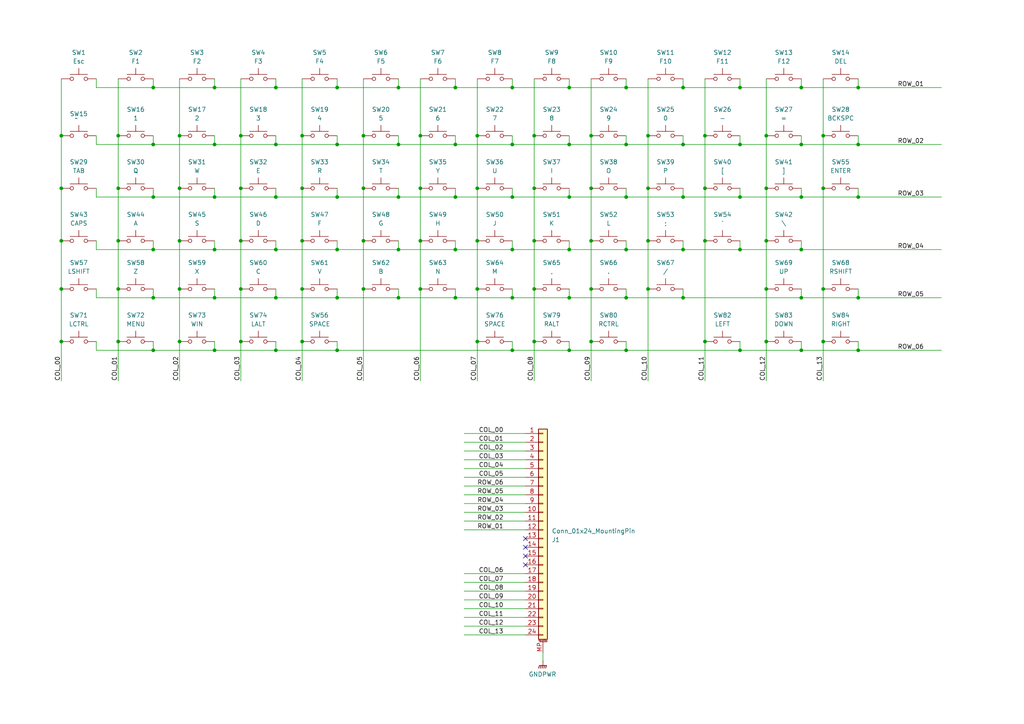
<source format=kicad_sch>
(kicad_sch
	(version 20250114)
	(generator "eeschema")
	(generator_version "9.0")
	(uuid "f63f738d-4e2e-471c-bb77-5772c1fff6b3")
	(paper "A4")
	(lib_symbols
		(symbol "Connector_Generic_MountingPin:Conn_01x24_MountingPin"
			(pin_names
				(offset 1.016)
				(hide yes)
			)
			(exclude_from_sim no)
			(in_bom yes)
			(on_board yes)
			(property "Reference" "J"
				(at 0 30.48 0)
				(effects
					(font
						(size 1.27 1.27)
					)
				)
			)
			(property "Value" "Conn_01x24_MountingPin"
				(at 1.27 -33.02 0)
				(effects
					(font
						(size 1.27 1.27)
					)
					(justify left)
				)
			)
			(property "Footprint" ""
				(at 0 0 0)
				(effects
					(font
						(size 1.27 1.27)
					)
					(hide yes)
				)
			)
			(property "Datasheet" "~"
				(at 0 0 0)
				(effects
					(font
						(size 1.27 1.27)
					)
					(hide yes)
				)
			)
			(property "Description" "Generic connectable mounting pin connector, single row, 01x24, script generated (kicad-library-utils/schlib/autogen/connector/)"
				(at 0 0 0)
				(effects
					(font
						(size 1.27 1.27)
					)
					(hide yes)
				)
			)
			(property "ki_keywords" "connector"
				(at 0 0 0)
				(effects
					(font
						(size 1.27 1.27)
					)
					(hide yes)
				)
			)
			(property "ki_fp_filters" "Connector*:*_1x??-1MP*"
				(at 0 0 0)
				(effects
					(font
						(size 1.27 1.27)
					)
					(hide yes)
				)
			)
			(symbol "Conn_01x24_MountingPin_1_1"
				(rectangle
					(start -1.27 29.21)
					(end 1.27 -31.75)
					(stroke
						(width 0.254)
						(type default)
					)
					(fill
						(type background)
					)
				)
				(rectangle
					(start -1.27 28.067)
					(end 0 27.813)
					(stroke
						(width 0.1524)
						(type default)
					)
					(fill
						(type none)
					)
				)
				(rectangle
					(start -1.27 25.527)
					(end 0 25.273)
					(stroke
						(width 0.1524)
						(type default)
					)
					(fill
						(type none)
					)
				)
				(rectangle
					(start -1.27 22.987)
					(end 0 22.733)
					(stroke
						(width 0.1524)
						(type default)
					)
					(fill
						(type none)
					)
				)
				(rectangle
					(start -1.27 20.447)
					(end 0 20.193)
					(stroke
						(width 0.1524)
						(type default)
					)
					(fill
						(type none)
					)
				)
				(rectangle
					(start -1.27 17.907)
					(end 0 17.653)
					(stroke
						(width 0.1524)
						(type default)
					)
					(fill
						(type none)
					)
				)
				(rectangle
					(start -1.27 15.367)
					(end 0 15.113)
					(stroke
						(width 0.1524)
						(type default)
					)
					(fill
						(type none)
					)
				)
				(rectangle
					(start -1.27 12.827)
					(end 0 12.573)
					(stroke
						(width 0.1524)
						(type default)
					)
					(fill
						(type none)
					)
				)
				(rectangle
					(start -1.27 10.287)
					(end 0 10.033)
					(stroke
						(width 0.1524)
						(type default)
					)
					(fill
						(type none)
					)
				)
				(rectangle
					(start -1.27 7.747)
					(end 0 7.493)
					(stroke
						(width 0.1524)
						(type default)
					)
					(fill
						(type none)
					)
				)
				(rectangle
					(start -1.27 5.207)
					(end 0 4.953)
					(stroke
						(width 0.1524)
						(type default)
					)
					(fill
						(type none)
					)
				)
				(rectangle
					(start -1.27 2.667)
					(end 0 2.413)
					(stroke
						(width 0.1524)
						(type default)
					)
					(fill
						(type none)
					)
				)
				(rectangle
					(start -1.27 0.127)
					(end 0 -0.127)
					(stroke
						(width 0.1524)
						(type default)
					)
					(fill
						(type none)
					)
				)
				(rectangle
					(start -1.27 -2.413)
					(end 0 -2.667)
					(stroke
						(width 0.1524)
						(type default)
					)
					(fill
						(type none)
					)
				)
				(rectangle
					(start -1.27 -4.953)
					(end 0 -5.207)
					(stroke
						(width 0.1524)
						(type default)
					)
					(fill
						(type none)
					)
				)
				(rectangle
					(start -1.27 -7.493)
					(end 0 -7.747)
					(stroke
						(width 0.1524)
						(type default)
					)
					(fill
						(type none)
					)
				)
				(rectangle
					(start -1.27 -10.033)
					(end 0 -10.287)
					(stroke
						(width 0.1524)
						(type default)
					)
					(fill
						(type none)
					)
				)
				(rectangle
					(start -1.27 -12.573)
					(end 0 -12.827)
					(stroke
						(width 0.1524)
						(type default)
					)
					(fill
						(type none)
					)
				)
				(rectangle
					(start -1.27 -15.113)
					(end 0 -15.367)
					(stroke
						(width 0.1524)
						(type default)
					)
					(fill
						(type none)
					)
				)
				(rectangle
					(start -1.27 -17.653)
					(end 0 -17.907)
					(stroke
						(width 0.1524)
						(type default)
					)
					(fill
						(type none)
					)
				)
				(rectangle
					(start -1.27 -20.193)
					(end 0 -20.447)
					(stroke
						(width 0.1524)
						(type default)
					)
					(fill
						(type none)
					)
				)
				(rectangle
					(start -1.27 -22.733)
					(end 0 -22.987)
					(stroke
						(width 0.1524)
						(type default)
					)
					(fill
						(type none)
					)
				)
				(rectangle
					(start -1.27 -25.273)
					(end 0 -25.527)
					(stroke
						(width 0.1524)
						(type default)
					)
					(fill
						(type none)
					)
				)
				(rectangle
					(start -1.27 -27.813)
					(end 0 -28.067)
					(stroke
						(width 0.1524)
						(type default)
					)
					(fill
						(type none)
					)
				)
				(rectangle
					(start -1.27 -30.353)
					(end 0 -30.607)
					(stroke
						(width 0.1524)
						(type default)
					)
					(fill
						(type none)
					)
				)
				(polyline
					(pts
						(xy -1.016 -32.512) (xy 1.016 -32.512)
					)
					(stroke
						(width 0.1524)
						(type default)
					)
					(fill
						(type none)
					)
				)
				(text "Mounting"
					(at 0 -32.131 0)
					(effects
						(font
							(size 0.381 0.381)
						)
					)
				)
				(pin passive line
					(at -5.08 27.94 0)
					(length 3.81)
					(name "Pin_1"
						(effects
							(font
								(size 1.27 1.27)
							)
						)
					)
					(number "1"
						(effects
							(font
								(size 1.27 1.27)
							)
						)
					)
				)
				(pin passive line
					(at -5.08 25.4 0)
					(length 3.81)
					(name "Pin_2"
						(effects
							(font
								(size 1.27 1.27)
							)
						)
					)
					(number "2"
						(effects
							(font
								(size 1.27 1.27)
							)
						)
					)
				)
				(pin passive line
					(at -5.08 22.86 0)
					(length 3.81)
					(name "Pin_3"
						(effects
							(font
								(size 1.27 1.27)
							)
						)
					)
					(number "3"
						(effects
							(font
								(size 1.27 1.27)
							)
						)
					)
				)
				(pin passive line
					(at -5.08 20.32 0)
					(length 3.81)
					(name "Pin_4"
						(effects
							(font
								(size 1.27 1.27)
							)
						)
					)
					(number "4"
						(effects
							(font
								(size 1.27 1.27)
							)
						)
					)
				)
				(pin passive line
					(at -5.08 17.78 0)
					(length 3.81)
					(name "Pin_5"
						(effects
							(font
								(size 1.27 1.27)
							)
						)
					)
					(number "5"
						(effects
							(font
								(size 1.27 1.27)
							)
						)
					)
				)
				(pin passive line
					(at -5.08 15.24 0)
					(length 3.81)
					(name "Pin_6"
						(effects
							(font
								(size 1.27 1.27)
							)
						)
					)
					(number "6"
						(effects
							(font
								(size 1.27 1.27)
							)
						)
					)
				)
				(pin passive line
					(at -5.08 12.7 0)
					(length 3.81)
					(name "Pin_7"
						(effects
							(font
								(size 1.27 1.27)
							)
						)
					)
					(number "7"
						(effects
							(font
								(size 1.27 1.27)
							)
						)
					)
				)
				(pin passive line
					(at -5.08 10.16 0)
					(length 3.81)
					(name "Pin_8"
						(effects
							(font
								(size 1.27 1.27)
							)
						)
					)
					(number "8"
						(effects
							(font
								(size 1.27 1.27)
							)
						)
					)
				)
				(pin passive line
					(at -5.08 7.62 0)
					(length 3.81)
					(name "Pin_9"
						(effects
							(font
								(size 1.27 1.27)
							)
						)
					)
					(number "9"
						(effects
							(font
								(size 1.27 1.27)
							)
						)
					)
				)
				(pin passive line
					(at -5.08 5.08 0)
					(length 3.81)
					(name "Pin_10"
						(effects
							(font
								(size 1.27 1.27)
							)
						)
					)
					(number "10"
						(effects
							(font
								(size 1.27 1.27)
							)
						)
					)
				)
				(pin passive line
					(at -5.08 2.54 0)
					(length 3.81)
					(name "Pin_11"
						(effects
							(font
								(size 1.27 1.27)
							)
						)
					)
					(number "11"
						(effects
							(font
								(size 1.27 1.27)
							)
						)
					)
				)
				(pin passive line
					(at -5.08 0 0)
					(length 3.81)
					(name "Pin_12"
						(effects
							(font
								(size 1.27 1.27)
							)
						)
					)
					(number "12"
						(effects
							(font
								(size 1.27 1.27)
							)
						)
					)
				)
				(pin passive line
					(at -5.08 -2.54 0)
					(length 3.81)
					(name "Pin_13"
						(effects
							(font
								(size 1.27 1.27)
							)
						)
					)
					(number "13"
						(effects
							(font
								(size 1.27 1.27)
							)
						)
					)
				)
				(pin passive line
					(at -5.08 -5.08 0)
					(length 3.81)
					(name "Pin_14"
						(effects
							(font
								(size 1.27 1.27)
							)
						)
					)
					(number "14"
						(effects
							(font
								(size 1.27 1.27)
							)
						)
					)
				)
				(pin passive line
					(at -5.08 -7.62 0)
					(length 3.81)
					(name "Pin_15"
						(effects
							(font
								(size 1.27 1.27)
							)
						)
					)
					(number "15"
						(effects
							(font
								(size 1.27 1.27)
							)
						)
					)
				)
				(pin passive line
					(at -5.08 -10.16 0)
					(length 3.81)
					(name "Pin_16"
						(effects
							(font
								(size 1.27 1.27)
							)
						)
					)
					(number "16"
						(effects
							(font
								(size 1.27 1.27)
							)
						)
					)
				)
				(pin passive line
					(at -5.08 -12.7 0)
					(length 3.81)
					(name "Pin_17"
						(effects
							(font
								(size 1.27 1.27)
							)
						)
					)
					(number "17"
						(effects
							(font
								(size 1.27 1.27)
							)
						)
					)
				)
				(pin passive line
					(at -5.08 -15.24 0)
					(length 3.81)
					(name "Pin_18"
						(effects
							(font
								(size 1.27 1.27)
							)
						)
					)
					(number "18"
						(effects
							(font
								(size 1.27 1.27)
							)
						)
					)
				)
				(pin passive line
					(at -5.08 -17.78 0)
					(length 3.81)
					(name "Pin_19"
						(effects
							(font
								(size 1.27 1.27)
							)
						)
					)
					(number "19"
						(effects
							(font
								(size 1.27 1.27)
							)
						)
					)
				)
				(pin passive line
					(at -5.08 -20.32 0)
					(length 3.81)
					(name "Pin_20"
						(effects
							(font
								(size 1.27 1.27)
							)
						)
					)
					(number "20"
						(effects
							(font
								(size 1.27 1.27)
							)
						)
					)
				)
				(pin passive line
					(at -5.08 -22.86 0)
					(length 3.81)
					(name "Pin_21"
						(effects
							(font
								(size 1.27 1.27)
							)
						)
					)
					(number "21"
						(effects
							(font
								(size 1.27 1.27)
							)
						)
					)
				)
				(pin passive line
					(at -5.08 -25.4 0)
					(length 3.81)
					(name "Pin_22"
						(effects
							(font
								(size 1.27 1.27)
							)
						)
					)
					(number "22"
						(effects
							(font
								(size 1.27 1.27)
							)
						)
					)
				)
				(pin passive line
					(at -5.08 -27.94 0)
					(length 3.81)
					(name "Pin_23"
						(effects
							(font
								(size 1.27 1.27)
							)
						)
					)
					(number "23"
						(effects
							(font
								(size 1.27 1.27)
							)
						)
					)
				)
				(pin passive line
					(at -5.08 -30.48 0)
					(length 3.81)
					(name "Pin_24"
						(effects
							(font
								(size 1.27 1.27)
							)
						)
					)
					(number "24"
						(effects
							(font
								(size 1.27 1.27)
							)
						)
					)
				)
				(pin passive line
					(at 0 -35.56 90)
					(length 3.048)
					(name "MountPin"
						(effects
							(font
								(size 1.27 1.27)
							)
						)
					)
					(number "MP"
						(effects
							(font
								(size 1.27 1.27)
							)
						)
					)
				)
			)
			(embedded_fonts no)
		)
		(symbol "Switch:SW_Omron_B3FS"
			(pin_numbers
				(hide yes)
			)
			(pin_names
				(offset 1.016)
				(hide yes)
			)
			(exclude_from_sim no)
			(in_bom yes)
			(on_board yes)
			(property "Reference" "SW"
				(at 1.27 2.54 0)
				(effects
					(font
						(size 1.27 1.27)
					)
					(justify left)
				)
			)
			(property "Value" "SW_Omron_B3FS"
				(at 0 -1.524 0)
				(effects
					(font
						(size 1.27 1.27)
					)
				)
			)
			(property "Footprint" ""
				(at 0 5.08 0)
				(effects
					(font
						(size 1.27 1.27)
					)
					(hide yes)
				)
			)
			(property "Datasheet" "https://omronfs.omron.com/en_US/ecb/products/pdf/en-b3fs.pdf"
				(at 0 5.08 0)
				(effects
					(font
						(size 1.27 1.27)
					)
					(hide yes)
				)
			)
			(property "Description" "Omron B3FS 6x6mm single pole normally-open tactile switch"
				(at 0 0 0)
				(effects
					(font
						(size 1.27 1.27)
					)
					(hide yes)
				)
			)
			(property "ki_keywords" "switch normally-open pushbutton push-button"
				(at 0 0 0)
				(effects
					(font
						(size 1.27 1.27)
					)
					(hide yes)
				)
			)
			(property "ki_fp_filters" "SW*Omron*B3FS*"
				(at 0 0 0)
				(effects
					(font
						(size 1.27 1.27)
					)
					(hide yes)
				)
			)
			(symbol "SW_Omron_B3FS_0_1"
				(circle
					(center -2.032 0)
					(radius 0.508)
					(stroke
						(width 0)
						(type default)
					)
					(fill
						(type none)
					)
				)
				(polyline
					(pts
						(xy 0 1.27) (xy 0 3.048)
					)
					(stroke
						(width 0)
						(type default)
					)
					(fill
						(type none)
					)
				)
				(circle
					(center 2.032 0)
					(radius 0.508)
					(stroke
						(width 0)
						(type default)
					)
					(fill
						(type none)
					)
				)
				(polyline
					(pts
						(xy 2.54 1.27) (xy -2.54 1.27)
					)
					(stroke
						(width 0)
						(type default)
					)
					(fill
						(type none)
					)
				)
				(pin passive line
					(at -5.08 0 0)
					(length 2.54)
					(name "1"
						(effects
							(font
								(size 1.27 1.27)
							)
						)
					)
					(number "1"
						(effects
							(font
								(size 1.27 1.27)
							)
						)
					)
				)
				(pin passive line
					(at 5.08 0 180)
					(length 2.54)
					(name "2"
						(effects
							(font
								(size 1.27 1.27)
							)
						)
					)
					(number "2"
						(effects
							(font
								(size 1.27 1.27)
							)
						)
					)
				)
			)
			(embedded_fonts no)
		)
		(symbol "power:GNDPWR"
			(power)
			(pin_numbers
				(hide yes)
			)
			(pin_names
				(offset 0)
				(hide yes)
			)
			(exclude_from_sim no)
			(in_bom yes)
			(on_board yes)
			(property "Reference" "#PWR"
				(at 0 -5.08 0)
				(effects
					(font
						(size 1.27 1.27)
					)
					(hide yes)
				)
			)
			(property "Value" "GNDPWR"
				(at 0 -3.302 0)
				(effects
					(font
						(size 1.27 1.27)
					)
				)
			)
			(property "Footprint" ""
				(at 0 -1.27 0)
				(effects
					(font
						(size 1.27 1.27)
					)
					(hide yes)
				)
			)
			(property "Datasheet" ""
				(at 0 -1.27 0)
				(effects
					(font
						(size 1.27 1.27)
					)
					(hide yes)
				)
			)
			(property "Description" "Power symbol creates a global label with name \"GNDPWR\" , global ground"
				(at 0 0 0)
				(effects
					(font
						(size 1.27 1.27)
					)
					(hide yes)
				)
			)
			(property "ki_keywords" "global ground"
				(at 0 0 0)
				(effects
					(font
						(size 1.27 1.27)
					)
					(hide yes)
				)
			)
			(symbol "GNDPWR_0_1"
				(polyline
					(pts
						(xy -1.016 -1.27) (xy -1.27 -2.032) (xy -1.27 -2.032)
					)
					(stroke
						(width 0.2032)
						(type default)
					)
					(fill
						(type none)
					)
				)
				(polyline
					(pts
						(xy -0.508 -1.27) (xy -0.762 -2.032) (xy -0.762 -2.032)
					)
					(stroke
						(width 0.2032)
						(type default)
					)
					(fill
						(type none)
					)
				)
				(polyline
					(pts
						(xy 0 -1.27) (xy 0 0)
					)
					(stroke
						(width 0)
						(type default)
					)
					(fill
						(type none)
					)
				)
				(polyline
					(pts
						(xy 0 -1.27) (xy -0.254 -2.032) (xy -0.254 -2.032)
					)
					(stroke
						(width 0.2032)
						(type default)
					)
					(fill
						(type none)
					)
				)
				(polyline
					(pts
						(xy 0.508 -1.27) (xy 0.254 -2.032) (xy 0.254 -2.032)
					)
					(stroke
						(width 0.2032)
						(type default)
					)
					(fill
						(type none)
					)
				)
				(polyline
					(pts
						(xy 1.016 -1.27) (xy -1.016 -1.27) (xy -1.016 -1.27)
					)
					(stroke
						(width 0.2032)
						(type default)
					)
					(fill
						(type none)
					)
				)
				(polyline
					(pts
						(xy 1.016 -1.27) (xy 0.762 -2.032) (xy 0.762 -2.032) (xy 0.762 -2.032)
					)
					(stroke
						(width 0.2032)
						(type default)
					)
					(fill
						(type none)
					)
				)
			)
			(symbol "GNDPWR_1_1"
				(pin power_in line
					(at 0 0 270)
					(length 0)
					(name "~"
						(effects
							(font
								(size 1.27 1.27)
							)
						)
					)
					(number "1"
						(effects
							(font
								(size 1.27 1.27)
							)
						)
					)
				)
			)
			(embedded_fonts no)
		)
	)
	(junction
		(at 44.45 25.4)
		(diameter 0)
		(color 0 0 0 0)
		(uuid "01dec9b6-32a6-4c2b-b7f2-906a442789d1")
	)
	(junction
		(at 214.63 41.91)
		(diameter 0)
		(color 0 0 0 0)
		(uuid "03db989b-a51e-45ae-9ae3-f36cca9aa120")
	)
	(junction
		(at 80.01 57.15)
		(diameter 0)
		(color 0 0 0 0)
		(uuid "075f4af3-1fc4-4096-beb5-80855e89aa51")
	)
	(junction
		(at 80.01 41.91)
		(diameter 0)
		(color 0 0 0 0)
		(uuid "10c46ae8-7f7c-45ce-a808-8514e8071dad")
	)
	(junction
		(at 97.79 72.39)
		(diameter 0)
		(color 0 0 0 0)
		(uuid "1310aa5c-f096-477c-82e4-261bafd80319")
	)
	(junction
		(at 44.45 101.6)
		(diameter 0)
		(color 0 0 0 0)
		(uuid "142fef14-8320-4546-b856-5d7d378ddeee")
	)
	(junction
		(at 165.1 57.15)
		(diameter 0)
		(color 0 0 0 0)
		(uuid "15f96e44-acff-45ef-b169-296725998356")
	)
	(junction
		(at 171.45 69.85)
		(diameter 0)
		(color 0 0 0 0)
		(uuid "15fc244c-2951-4d59-8136-617038d2daad")
	)
	(junction
		(at 222.25 83.82)
		(diameter 0)
		(color 0 0 0 0)
		(uuid "19cd47cc-4576-45d6-819f-f2edda300935")
	)
	(junction
		(at 44.45 41.91)
		(diameter 0)
		(color 0 0 0 0)
		(uuid "1f3e0afa-e36d-42e0-81f7-b44d78683a97")
	)
	(junction
		(at 138.43 54.61)
		(diameter 0)
		(color 0 0 0 0)
		(uuid "21855ba1-c37d-405e-a7b3-2878472a65c9")
	)
	(junction
		(at 248.92 57.15)
		(diameter 0)
		(color 0 0 0 0)
		(uuid "24298afc-30a6-4c12-9406-def88ed2c461")
	)
	(junction
		(at 204.47 39.37)
		(diameter 0)
		(color 0 0 0 0)
		(uuid "249fb731-25bf-4f28-8fe1-91e0097c9991")
	)
	(junction
		(at 34.29 39.37)
		(diameter 0)
		(color 0 0 0 0)
		(uuid "265016a5-8ff3-4090-88cc-ac1106fdc6a1")
	)
	(junction
		(at 187.96 69.85)
		(diameter 0)
		(color 0 0 0 0)
		(uuid "26915ba3-7f2d-4b38-9b01-6162b602234f")
	)
	(junction
		(at 214.63 72.39)
		(diameter 0)
		(color 0 0 0 0)
		(uuid "2692f077-3d68-47cf-9a54-d0cd6841688d")
	)
	(junction
		(at 204.47 54.61)
		(diameter 0)
		(color 0 0 0 0)
		(uuid "2a49d340-612c-4360-a6fc-05ea737349f0")
	)
	(junction
		(at 238.76 83.82)
		(diameter 0)
		(color 0 0 0 0)
		(uuid "2e5588ea-89ea-4442-a820-0bcf76de726f")
	)
	(junction
		(at 181.61 25.4)
		(diameter 0)
		(color 0 0 0 0)
		(uuid "33ae5209-9f7c-4bf1-884b-35d05b8a6153")
	)
	(junction
		(at 52.07 99.06)
		(diameter 0)
		(color 0 0 0 0)
		(uuid "36ecbed0-5341-4e49-86ef-4eb7ab553c59")
	)
	(junction
		(at 87.63 39.37)
		(diameter 0)
		(color 0 0 0 0)
		(uuid "3965fc1c-fc79-419e-8d63-b2d6d638b318")
	)
	(junction
		(at 17.78 54.61)
		(diameter 0)
		(color 0 0 0 0)
		(uuid "39f36caf-037b-4dab-979d-4900a36b4e98")
	)
	(junction
		(at 69.85 99.06)
		(diameter 0)
		(color 0 0 0 0)
		(uuid "3a56965d-aaf6-47d0-8b54-4d61a5c64b02")
	)
	(junction
		(at 198.12 25.4)
		(diameter 0)
		(color 0 0 0 0)
		(uuid "3a6f55c5-163e-431b-be81-a157e9244fa8")
	)
	(junction
		(at 52.07 83.82)
		(diameter 0)
		(color 0 0 0 0)
		(uuid "3ac3c5f1-797b-4a5c-953e-bbe6753af290")
	)
	(junction
		(at 17.78 69.85)
		(diameter 0)
		(color 0 0 0 0)
		(uuid "3bee17f6-39c3-43f6-b245-ec982fd75922")
	)
	(junction
		(at 171.45 54.61)
		(diameter 0)
		(color 0 0 0 0)
		(uuid "3c55215a-105d-42dd-b06a-fd7a285f1841")
	)
	(junction
		(at 44.45 86.36)
		(diameter 0)
		(color 0 0 0 0)
		(uuid "3c80d6b2-1d14-49e5-bc73-a2f080195137")
	)
	(junction
		(at 87.63 99.06)
		(diameter 0)
		(color 0 0 0 0)
		(uuid "3df7b2b4-30cf-4a14-bf38-a62abb55325e")
	)
	(junction
		(at 62.23 101.6)
		(diameter 0)
		(color 0 0 0 0)
		(uuid "3e16e347-1221-4ff3-86b8-3cfd3aaecd52")
	)
	(junction
		(at 62.23 57.15)
		(diameter 0)
		(color 0 0 0 0)
		(uuid "41c4967e-e544-4bca-93c8-c506f488cb38")
	)
	(junction
		(at 238.76 99.06)
		(diameter 0)
		(color 0 0 0 0)
		(uuid "42860c28-39d5-4896-8b89-760d4797193a")
	)
	(junction
		(at 198.12 72.39)
		(diameter 0)
		(color 0 0 0 0)
		(uuid "449ffa41-5193-41b3-bbd9-7cd7d90682c2")
	)
	(junction
		(at 132.08 25.4)
		(diameter 0)
		(color 0 0 0 0)
		(uuid "4923814a-26f3-46c8-89d1-6f9da449268a")
	)
	(junction
		(at 80.01 101.6)
		(diameter 0)
		(color 0 0 0 0)
		(uuid "4ceb2893-6b21-4eb3-a93d-73e0b32e43b3")
	)
	(junction
		(at 187.96 54.61)
		(diameter 0)
		(color 0 0 0 0)
		(uuid "4f392c08-07d1-40c6-99d4-93ca74499a54")
	)
	(junction
		(at 198.12 86.36)
		(diameter 0)
		(color 0 0 0 0)
		(uuid "4fb9ddd7-e6fc-453a-b4d7-7df81eaf4b60")
	)
	(junction
		(at 232.41 72.39)
		(diameter 0)
		(color 0 0 0 0)
		(uuid "5045243a-412e-4625-9442-defb73357951")
	)
	(junction
		(at 52.07 69.85)
		(diameter 0)
		(color 0 0 0 0)
		(uuid "50cc692f-a341-4719-ba64-a43b6b7525bf")
	)
	(junction
		(at 115.57 25.4)
		(diameter 0)
		(color 0 0 0 0)
		(uuid "546680cc-53bb-4767-aec7-4995860c9e56")
	)
	(junction
		(at 138.43 99.06)
		(diameter 0)
		(color 0 0 0 0)
		(uuid "54f1abb8-e7e4-4d70-883c-72f54c93131a")
	)
	(junction
		(at 138.43 83.82)
		(diameter 0)
		(color 0 0 0 0)
		(uuid "553f82b2-c83d-4849-bf91-573544f73e17")
	)
	(junction
		(at 248.92 25.4)
		(diameter 0)
		(color 0 0 0 0)
		(uuid "57a7c8b4-e476-4c0c-adf9-ba0c528b1739")
	)
	(junction
		(at 248.92 41.91)
		(diameter 0)
		(color 0 0 0 0)
		(uuid "590a321c-e6a1-4458-8b64-c2bcbea8de87")
	)
	(junction
		(at 52.07 54.61)
		(diameter 0)
		(color 0 0 0 0)
		(uuid "59d46c8f-c3d8-49db-8972-950f835de685")
	)
	(junction
		(at 222.25 39.37)
		(diameter 0)
		(color 0 0 0 0)
		(uuid "5bcd1d1c-92ba-4ed1-8750-c98fe09af3a5")
	)
	(junction
		(at 97.79 25.4)
		(diameter 0)
		(color 0 0 0 0)
		(uuid "5ce86666-04ea-496e-82d2-b3c3a01fe4db")
	)
	(junction
		(at 87.63 83.82)
		(diameter 0)
		(color 0 0 0 0)
		(uuid "5d8bdf0e-e709-47ae-ad89-50db053b92e4")
	)
	(junction
		(at 222.25 99.06)
		(diameter 0)
		(color 0 0 0 0)
		(uuid "5e811920-1432-498a-a92c-bb6bc82ac9dd")
	)
	(junction
		(at 214.63 57.15)
		(diameter 0)
		(color 0 0 0 0)
		(uuid "6056e85d-513b-4fb6-81a1-751613be9f16")
	)
	(junction
		(at 238.76 54.61)
		(diameter 0)
		(color 0 0 0 0)
		(uuid "61ccb08e-0a2a-4b90-bb5a-493dc769d668")
	)
	(junction
		(at 69.85 83.82)
		(diameter 0)
		(color 0 0 0 0)
		(uuid "6878dffa-cdbc-40bc-b934-8c32d79f8326")
	)
	(junction
		(at 69.85 69.85)
		(diameter 0)
		(color 0 0 0 0)
		(uuid "6bcd7387-b38e-4230-9913-40e1dfde1167")
	)
	(junction
		(at 121.92 39.37)
		(diameter 0)
		(color 0 0 0 0)
		(uuid "6c16aafa-9fae-4b51-9515-c2da6024dfc1")
	)
	(junction
		(at 181.61 101.6)
		(diameter 0)
		(color 0 0 0 0)
		(uuid "6c185b83-7a01-4bd1-9fa3-f3f936a10f95")
	)
	(junction
		(at 154.94 54.61)
		(diameter 0)
		(color 0 0 0 0)
		(uuid "7254503f-9d16-4b10-9501-051f2f868aa9")
	)
	(junction
		(at 187.96 39.37)
		(diameter 0)
		(color 0 0 0 0)
		(uuid "727e709a-f0da-4b63-b939-f6d091ae0711")
	)
	(junction
		(at 198.12 41.91)
		(diameter 0)
		(color 0 0 0 0)
		(uuid "761655d4-e6cf-4f47-a70e-d13516973865")
	)
	(junction
		(at 62.23 86.36)
		(diameter 0)
		(color 0 0 0 0)
		(uuid "77f3de2f-eb40-4bf6-9558-13484e3d2cd0")
	)
	(junction
		(at 154.94 99.06)
		(diameter 0)
		(color 0 0 0 0)
		(uuid "78a1f95b-9523-4207-8b43-26ae9cf7344b")
	)
	(junction
		(at 17.78 39.37)
		(diameter 0)
		(color 0 0 0 0)
		(uuid "7b38b44d-0bdb-46b0-98a3-c067881d5453")
	)
	(junction
		(at 34.29 99.06)
		(diameter 0)
		(color 0 0 0 0)
		(uuid "7bab98cc-77e9-4054-88bd-a9a14f2ef349")
	)
	(junction
		(at 80.01 86.36)
		(diameter 0)
		(color 0 0 0 0)
		(uuid "7cc59b70-2fde-4057-9e80-0a2e70cf9c53")
	)
	(junction
		(at 80.01 72.39)
		(diameter 0)
		(color 0 0 0 0)
		(uuid "7cc611c8-956d-4676-9f2f-961e71ca54f8")
	)
	(junction
		(at 165.1 72.39)
		(diameter 0)
		(color 0 0 0 0)
		(uuid "7cda81ab-917e-4202-9713-2e27223b0bd4")
	)
	(junction
		(at 44.45 57.15)
		(diameter 0)
		(color 0 0 0 0)
		(uuid "7d86bdf1-6d6c-440a-afc0-5e4b7218076c")
	)
	(junction
		(at 132.08 41.91)
		(diameter 0)
		(color 0 0 0 0)
		(uuid "7e5bfc63-deca-4e96-a88b-d14f99024379")
	)
	(junction
		(at 97.79 101.6)
		(diameter 0)
		(color 0 0 0 0)
		(uuid "817308f4-04c4-4b7b-82fd-728e00468fd1")
	)
	(junction
		(at 132.08 86.36)
		(diameter 0)
		(color 0 0 0 0)
		(uuid "820ecf77-5de0-44d3-a479-f0a52a07f27f")
	)
	(junction
		(at 171.45 39.37)
		(diameter 0)
		(color 0 0 0 0)
		(uuid "82762df0-4d62-478f-b538-d3ab9917eb1f")
	)
	(junction
		(at 138.43 39.37)
		(diameter 0)
		(color 0 0 0 0)
		(uuid "82faef4a-6814-4ee8-9e94-ec9e52d82281")
	)
	(junction
		(at 34.29 69.85)
		(diameter 0)
		(color 0 0 0 0)
		(uuid "83256eb6-b659-485e-84c8-a0a1f9535f0b")
	)
	(junction
		(at 132.08 72.39)
		(diameter 0)
		(color 0 0 0 0)
		(uuid "8382e1f0-9978-4264-a8d4-afe01d3252d9")
	)
	(junction
		(at 17.78 83.82)
		(diameter 0)
		(color 0 0 0 0)
		(uuid "8549bdf4-32ea-472f-98de-4f88e390e184")
	)
	(junction
		(at 115.57 57.15)
		(diameter 0)
		(color 0 0 0 0)
		(uuid "85dc3982-7d59-487d-8a45-95ee626f61fc")
	)
	(junction
		(at 165.1 86.36)
		(diameter 0)
		(color 0 0 0 0)
		(uuid "87503b1a-3cab-421f-a311-9ede9888e956")
	)
	(junction
		(at 248.92 101.6)
		(diameter 0)
		(color 0 0 0 0)
		(uuid "8898ba89-21b2-4fc7-8626-cf30a39fa45f")
	)
	(junction
		(at 204.47 69.85)
		(diameter 0)
		(color 0 0 0 0)
		(uuid "892884f7-595a-4165-9a05-b9a22db7e1f7")
	)
	(junction
		(at 52.07 39.37)
		(diameter 0)
		(color 0 0 0 0)
		(uuid "8de9ac40-92cb-4c61-a61f-c093b9bd927e")
	)
	(junction
		(at 69.85 39.37)
		(diameter 0)
		(color 0 0 0 0)
		(uuid "8fb0913d-016e-4700-b6b9-5a0d191c9f36")
	)
	(junction
		(at 148.59 25.4)
		(diameter 0)
		(color 0 0 0 0)
		(uuid "95fde197-6841-4229-b8ce-7f06a9a60d5f")
	)
	(junction
		(at 181.61 72.39)
		(diameter 0)
		(color 0 0 0 0)
		(uuid "967f0221-0cb6-452f-aaa8-fff652d9d18d")
	)
	(junction
		(at 105.41 69.85)
		(diameter 0)
		(color 0 0 0 0)
		(uuid "97885848-4419-4dae-a590-45d2bcc0fab1")
	)
	(junction
		(at 97.79 86.36)
		(diameter 0)
		(color 0 0 0 0)
		(uuid "97ad9570-caa2-4fb1-883a-bae8b846a921")
	)
	(junction
		(at 17.78 99.06)
		(diameter 0)
		(color 0 0 0 0)
		(uuid "9892733d-da71-4a12-80c2-0239a9aa7645")
	)
	(junction
		(at 181.61 57.15)
		(diameter 0)
		(color 0 0 0 0)
		(uuid "9a8bbb33-229a-4e86-b9bf-ee6044a46dda")
	)
	(junction
		(at 181.61 86.36)
		(diameter 0)
		(color 0 0 0 0)
		(uuid "9bac4989-af0e-48aa-afe1-4e5af428e8d5")
	)
	(junction
		(at 121.92 54.61)
		(diameter 0)
		(color 0 0 0 0)
		(uuid "9be5f5aa-6069-4473-9860-b9e098321f80")
	)
	(junction
		(at 132.08 57.15)
		(diameter 0)
		(color 0 0 0 0)
		(uuid "9fa00cba-bb95-4f6e-ad49-e0e59d4ef46b")
	)
	(junction
		(at 97.79 41.91)
		(diameter 0)
		(color 0 0 0 0)
		(uuid "a1568b8e-07ce-4c68-88c0-750bc83477b1")
	)
	(junction
		(at 222.25 69.85)
		(diameter 0)
		(color 0 0 0 0)
		(uuid "a4798416-b4d0-4359-b0d4-bdc3eee37549")
	)
	(junction
		(at 165.1 25.4)
		(diameter 0)
		(color 0 0 0 0)
		(uuid "a97a3cd1-8731-491c-b045-8245b3febe2a")
	)
	(junction
		(at 148.59 101.6)
		(diameter 0)
		(color 0 0 0 0)
		(uuid "aa4892d0-51e1-4d36-886b-8f6222a0fc95")
	)
	(junction
		(at 165.1 41.91)
		(diameter 0)
		(color 0 0 0 0)
		(uuid "aae13787-edcf-400f-bf8a-5be3daba4314")
	)
	(junction
		(at 222.25 54.61)
		(diameter 0)
		(color 0 0 0 0)
		(uuid "ab279da4-a966-479d-a821-2f038b7cd5d4")
	)
	(junction
		(at 44.45 72.39)
		(diameter 0)
		(color 0 0 0 0)
		(uuid "ac0b6482-bff9-4046-9be7-800026dfad11")
	)
	(junction
		(at 154.94 83.82)
		(diameter 0)
		(color 0 0 0 0)
		(uuid "ad5ac31e-8a90-437d-a378-14b4b1bbd432")
	)
	(junction
		(at 154.94 69.85)
		(diameter 0)
		(color 0 0 0 0)
		(uuid "b044a8e4-7389-46e7-8775-5ffefa40a484")
	)
	(junction
		(at 105.41 54.61)
		(diameter 0)
		(color 0 0 0 0)
		(uuid "b1236089-641a-46e7-a5ae-c06c01947aa1")
	)
	(junction
		(at 148.59 57.15)
		(diameter 0)
		(color 0 0 0 0)
		(uuid "b4a7e118-0842-4426-bc2b-12dcc22f6cfd")
	)
	(junction
		(at 232.41 101.6)
		(diameter 0)
		(color 0 0 0 0)
		(uuid "b5b786a9-2892-4fe8-a231-9ae496cf69f3")
	)
	(junction
		(at 238.76 39.37)
		(diameter 0)
		(color 0 0 0 0)
		(uuid "b6386c41-d191-4554-b287-ce6ca323089f")
	)
	(junction
		(at 115.57 86.36)
		(diameter 0)
		(color 0 0 0 0)
		(uuid "b9fded11-1950-423b-8efd-28ea3df24302")
	)
	(junction
		(at 62.23 25.4)
		(diameter 0)
		(color 0 0 0 0)
		(uuid "c0419be0-cc64-4056-8e19-60b701723579")
	)
	(junction
		(at 148.59 41.91)
		(diameter 0)
		(color 0 0 0 0)
		(uuid "c1cccb4c-01c6-487d-8e5e-1dae92f3bb03")
	)
	(junction
		(at 34.29 83.82)
		(diameter 0)
		(color 0 0 0 0)
		(uuid "c37d8e9b-9ba5-41ea-a8a1-0b9363cb6e45")
	)
	(junction
		(at 232.41 86.36)
		(diameter 0)
		(color 0 0 0 0)
		(uuid "ca05f6a7-a293-4b29-be35-7aa33851d5c7")
	)
	(junction
		(at 154.94 39.37)
		(diameter 0)
		(color 0 0 0 0)
		(uuid "cbac9514-1144-46e4-884c-92bcf381787c")
	)
	(junction
		(at 69.85 54.61)
		(diameter 0)
		(color 0 0 0 0)
		(uuid "d171b774-5f91-4823-9b42-b59c49fae4e8")
	)
	(junction
		(at 248.92 86.36)
		(diameter 0)
		(color 0 0 0 0)
		(uuid "d1a93594-aa15-4038-b4f2-0378f2754ec0")
	)
	(junction
		(at 87.63 69.85)
		(diameter 0)
		(color 0 0 0 0)
		(uuid "d1e10ce6-e43e-4ae9-be78-d649ab383b15")
	)
	(junction
		(at 105.41 83.82)
		(diameter 0)
		(color 0 0 0 0)
		(uuid "d54a9165-4279-486e-86d1-50728b2d3b76")
	)
	(junction
		(at 232.41 41.91)
		(diameter 0)
		(color 0 0 0 0)
		(uuid "d9284c5f-38cf-4ded-bdb4-44e1054d793c")
	)
	(junction
		(at 181.61 41.91)
		(diameter 0)
		(color 0 0 0 0)
		(uuid "dd40ca51-9500-428e-80e8-ffff82347583")
	)
	(junction
		(at 204.47 99.06)
		(diameter 0)
		(color 0 0 0 0)
		(uuid "deeacc9c-f2ee-47f3-8609-8c7b2d467edf")
	)
	(junction
		(at 171.45 99.06)
		(diameter 0)
		(color 0 0 0 0)
		(uuid "dfd6c305-082a-439e-960a-448b85884c97")
	)
	(junction
		(at 214.63 25.4)
		(diameter 0)
		(color 0 0 0 0)
		(uuid "e0b65b5b-e228-4205-9004-02374ee61717")
	)
	(junction
		(at 232.41 25.4)
		(diameter 0)
		(color 0 0 0 0)
		(uuid "e1024ac1-fddf-4517-9c16-f74abe050d08")
	)
	(junction
		(at 214.63 101.6)
		(diameter 0)
		(color 0 0 0 0)
		(uuid "e247fccd-8d7d-43e3-b1f9-a44b56e26fbd")
	)
	(junction
		(at 121.92 83.82)
		(diameter 0)
		(color 0 0 0 0)
		(uuid "e2771807-ae2e-4b25-9256-4e9b5aa45f66")
	)
	(junction
		(at 62.23 72.39)
		(diameter 0)
		(color 0 0 0 0)
		(uuid "e2c660ad-2901-477b-9d67-34cb2c41c944")
	)
	(junction
		(at 97.79 57.15)
		(diameter 0)
		(color 0 0 0 0)
		(uuid "e4336eac-578f-41d2-8fa1-4dc16fda05cb")
	)
	(junction
		(at 115.57 72.39)
		(diameter 0)
		(color 0 0 0 0)
		(uuid "e50c02cf-d9e6-4fe1-b499-4c6b8aeea9a7")
	)
	(junction
		(at 62.23 41.91)
		(diameter 0)
		(color 0 0 0 0)
		(uuid "e5814426-ab30-4e46-964b-0902dc216f0c")
	)
	(junction
		(at 80.01 25.4)
		(diameter 0)
		(color 0 0 0 0)
		(uuid "e7e6dd02-81ac-4c1f-a917-902510297754")
	)
	(junction
		(at 198.12 57.15)
		(diameter 0)
		(color 0 0 0 0)
		(uuid "e9957d90-7a62-49aa-abb9-b3ebbc36c25c")
	)
	(junction
		(at 171.45 83.82)
		(diameter 0)
		(color 0 0 0 0)
		(uuid "eb4efbd7-0609-4496-b3fd-fcff1213d28d")
	)
	(junction
		(at 187.96 83.82)
		(diameter 0)
		(color 0 0 0 0)
		(uuid "ee555cda-f5d6-4dab-a986-ccb2f3f47086")
	)
	(junction
		(at 165.1 101.6)
		(diameter 0)
		(color 0 0 0 0)
		(uuid "f0ad91bf-4d74-4e92-9853-cde5fd82aa08")
	)
	(junction
		(at 115.57 41.91)
		(diameter 0)
		(color 0 0 0 0)
		(uuid "f2fb3bc5-2523-451a-a521-996f6f439f08")
	)
	(junction
		(at 87.63 54.61)
		(diameter 0)
		(color 0 0 0 0)
		(uuid "f5c60192-f579-439c-94f1-306a95ccbe96")
	)
	(junction
		(at 138.43 69.85)
		(diameter 0)
		(color 0 0 0 0)
		(uuid "f8debbdb-6684-4b06-87be-9cea7214afe7")
	)
	(junction
		(at 232.41 57.15)
		(diameter 0)
		(color 0 0 0 0)
		(uuid "fb57ed6e-e339-4c16-af5b-0dc3f950be44")
	)
	(junction
		(at 34.29 54.61)
		(diameter 0)
		(color 0 0 0 0)
		(uuid "fb993be9-3afa-4c9c-b4ce-c9b369ee5169")
	)
	(junction
		(at 148.59 86.36)
		(diameter 0)
		(color 0 0 0 0)
		(uuid "fbe60de5-1ebf-4d5a-8c34-777ed9806475")
	)
	(junction
		(at 148.59 72.39)
		(diameter 0)
		(color 0 0 0 0)
		(uuid "fcad3807-a82e-40e7-a0c8-79161aa30e07")
	)
	(junction
		(at 121.92 69.85)
		(diameter 0)
		(color 0 0 0 0)
		(uuid "fd3a2baa-0967-40fa-964c-0752b8c3f8bc")
	)
	(junction
		(at 105.41 39.37)
		(diameter 0)
		(color 0 0 0 0)
		(uuid "ff14c03f-5d1d-419e-a4bd-4b06e87f14ab")
	)
	(no_connect
		(at 152.4 158.75)
		(uuid "36d0acd9-24a2-405f-81eb-c10833c9c8a4")
	)
	(no_connect
		(at 152.4 156.21)
		(uuid "8b53b2fb-d0e5-4d5b-b9ed-58f7fade720b")
	)
	(no_connect
		(at 152.4 163.83)
		(uuid "9c6cba36-424f-4310-a51e-3e101d00645d")
	)
	(no_connect
		(at 152.4 161.29)
		(uuid "ccec23cd-ca21-450b-8a30-ea3b37b0038f")
	)
	(wire
		(pts
			(xy 248.92 101.6) (xy 248.92 99.06)
		)
		(stroke
			(width 0)
			(type default)
		)
		(uuid "00d97a5c-1586-42f8-8317-fe031f90a6c6")
	)
	(wire
		(pts
			(xy 52.07 83.82) (xy 52.07 99.06)
		)
		(stroke
			(width 0)
			(type default)
		)
		(uuid "021b5ca0-4cb0-41e5-b9be-78606147fc8c")
	)
	(wire
		(pts
			(xy 44.45 25.4) (xy 62.23 25.4)
		)
		(stroke
			(width 0)
			(type default)
		)
		(uuid "027afc1c-c7ca-4b4f-b8ed-8c1c4f16dcc1")
	)
	(wire
		(pts
			(xy 62.23 83.82) (xy 62.23 86.36)
		)
		(stroke
			(width 0)
			(type default)
		)
		(uuid "02ba63f5-9820-41ed-bc75-7f2bd39f246f")
	)
	(wire
		(pts
			(xy 69.85 99.06) (xy 69.85 110.49)
		)
		(stroke
			(width 0)
			(type default)
		)
		(uuid "0480b22f-0439-49b8-9ec1-ee075850258e")
	)
	(wire
		(pts
			(xy 97.79 25.4) (xy 115.57 25.4)
		)
		(stroke
			(width 0)
			(type default)
		)
		(uuid "07cd0a76-2afc-4c1e-98c2-737f4a4af626")
	)
	(wire
		(pts
			(xy 198.12 22.86) (xy 198.12 25.4)
		)
		(stroke
			(width 0)
			(type default)
		)
		(uuid "0819696b-d9e6-4f4f-9fcc-e2a70efa0df1")
	)
	(wire
		(pts
			(xy 152.4 135.89) (xy 134.62 135.89)
		)
		(stroke
			(width 0)
			(type default)
		)
		(uuid "08920d45-6379-4d2e-b953-f37c3c61b11b")
	)
	(wire
		(pts
			(xy 34.29 83.82) (xy 34.29 99.06)
		)
		(stroke
			(width 0)
			(type default)
		)
		(uuid "08f389a7-8e7e-4d72-ac8f-01a0eab13fdc")
	)
	(wire
		(pts
			(xy 214.63 101.6) (xy 232.41 101.6)
		)
		(stroke
			(width 0)
			(type default)
		)
		(uuid "0a795ab9-c70c-478a-8fff-f7f4edc71dbb")
	)
	(wire
		(pts
			(xy 69.85 22.86) (xy 69.85 39.37)
		)
		(stroke
			(width 0)
			(type default)
		)
		(uuid "0c27c2d0-eaff-4f5b-8736-2ca385316c7d")
	)
	(wire
		(pts
			(xy 17.78 54.61) (xy 17.78 69.85)
		)
		(stroke
			(width 0)
			(type default)
		)
		(uuid "0e3b0708-84f0-4d42-a3ce-c7326f9c018e")
	)
	(wire
		(pts
			(xy 198.12 54.61) (xy 198.12 57.15)
		)
		(stroke
			(width 0)
			(type default)
		)
		(uuid "0e7de034-5c0f-4512-82ec-caa7bfc88508")
	)
	(wire
		(pts
			(xy 232.41 99.06) (xy 232.41 101.6)
		)
		(stroke
			(width 0)
			(type default)
		)
		(uuid "0f4cf410-2b1c-4401-b054-24e4817a1281")
	)
	(wire
		(pts
			(xy 232.41 86.36) (xy 248.92 86.36)
		)
		(stroke
			(width 0)
			(type default)
		)
		(uuid "0fbc4ba9-70d5-4a9f-bc9b-b4415f2557a1")
	)
	(wire
		(pts
			(xy 171.45 22.86) (xy 171.45 39.37)
		)
		(stroke
			(width 0)
			(type default)
		)
		(uuid "115ef79f-380b-4fa9-b934-c4322a2ec439")
	)
	(wire
		(pts
			(xy 105.41 69.85) (xy 105.41 83.82)
		)
		(stroke
			(width 0)
			(type default)
		)
		(uuid "13bc8d5b-8fb5-4839-a878-6a2433bcb45c")
	)
	(wire
		(pts
			(xy 154.94 54.61) (xy 154.94 69.85)
		)
		(stroke
			(width 0)
			(type default)
		)
		(uuid "13ccb1c8-7290-4794-aecf-5b2d1abe7a5e")
	)
	(wire
		(pts
			(xy 165.1 69.85) (xy 165.1 72.39)
		)
		(stroke
			(width 0)
			(type default)
		)
		(uuid "14141ba5-5dac-44f1-af4b-41ba123b66f1")
	)
	(wire
		(pts
			(xy 34.29 22.86) (xy 34.29 39.37)
		)
		(stroke
			(width 0)
			(type default)
		)
		(uuid "145147c3-6587-4486-9b68-2ebc143b6619")
	)
	(wire
		(pts
			(xy 232.41 25.4) (xy 248.92 25.4)
		)
		(stroke
			(width 0)
			(type default)
		)
		(uuid "14f87e14-83b3-45d5-a5ff-14d6791d1f2d")
	)
	(wire
		(pts
			(xy 165.1 57.15) (xy 181.61 57.15)
		)
		(stroke
			(width 0)
			(type default)
		)
		(uuid "15247dc4-3349-4ca6-bb79-efd2f95e6e60")
	)
	(wire
		(pts
			(xy 132.08 25.4) (xy 148.59 25.4)
		)
		(stroke
			(width 0)
			(type default)
		)
		(uuid "15dfb742-5894-44ab-91f1-a512dd437003")
	)
	(wire
		(pts
			(xy 62.23 25.4) (xy 80.01 25.4)
		)
		(stroke
			(width 0)
			(type default)
		)
		(uuid "16258f06-6187-420c-9235-0f2bc78d12e0")
	)
	(wire
		(pts
			(xy 152.4 130.81) (xy 134.62 130.81)
		)
		(stroke
			(width 0)
			(type default)
		)
		(uuid "1632ec98-7972-4492-ba7a-fa9e18169740")
	)
	(wire
		(pts
			(xy 165.1 22.86) (xy 165.1 25.4)
		)
		(stroke
			(width 0)
			(type default)
		)
		(uuid "16c193dc-8faf-4bd2-889b-747406fcf0cf")
	)
	(wire
		(pts
			(xy 248.92 25.4) (xy 248.92 22.86)
		)
		(stroke
			(width 0)
			(type default)
		)
		(uuid "18bb0588-e637-4aaf-a2f2-35051240ce38")
	)
	(wire
		(pts
			(xy 198.12 39.37) (xy 198.12 41.91)
		)
		(stroke
			(width 0)
			(type default)
		)
		(uuid "199b9992-db1d-4a19-b0c9-daae5e14023f")
	)
	(wire
		(pts
			(xy 204.47 54.61) (xy 204.47 69.85)
		)
		(stroke
			(width 0)
			(type default)
		)
		(uuid "1c05f7dc-ab61-4943-98f4-e5584aa54326")
	)
	(wire
		(pts
			(xy 44.45 69.85) (xy 44.45 72.39)
		)
		(stroke
			(width 0)
			(type default)
		)
		(uuid "1cfa3f3e-27a3-49fd-8996-96bfa0ed94c6")
	)
	(wire
		(pts
			(xy 187.96 54.61) (xy 187.96 69.85)
		)
		(stroke
			(width 0)
			(type default)
		)
		(uuid "1d5ab5b1-0f77-4eb6-8844-f9ae41e6a1e7")
	)
	(wire
		(pts
			(xy 248.92 25.4) (xy 273.05 25.4)
		)
		(stroke
			(width 0)
			(type default)
		)
		(uuid "1d6ee452-3ec6-44f3-b0ec-982cb265bd5e")
	)
	(wire
		(pts
			(xy 97.79 39.37) (xy 97.79 41.91)
		)
		(stroke
			(width 0)
			(type default)
		)
		(uuid "1f6a5bce-3efe-40b7-949e-868b77f0ce55")
	)
	(wire
		(pts
			(xy 148.59 83.82) (xy 148.59 86.36)
		)
		(stroke
			(width 0)
			(type default)
		)
		(uuid "20cf8caf-0f99-499d-8a09-a497d259a4cb")
	)
	(wire
		(pts
			(xy 232.41 41.91) (xy 248.92 41.91)
		)
		(stroke
			(width 0)
			(type default)
		)
		(uuid "20d4f3fe-2a7f-4d28-a7d3-15b641501cf5")
	)
	(wire
		(pts
			(xy 134.62 146.05) (xy 152.4 146.05)
		)
		(stroke
			(width 0)
			(type default)
		)
		(uuid "215502ea-202e-4e25-964e-2108f04e8d11")
	)
	(wire
		(pts
			(xy 181.61 83.82) (xy 181.61 86.36)
		)
		(stroke
			(width 0)
			(type default)
		)
		(uuid "22470cba-fd34-4641-93e6-c4e44c2b8b69")
	)
	(wire
		(pts
			(xy 132.08 72.39) (xy 148.59 72.39)
		)
		(stroke
			(width 0)
			(type default)
		)
		(uuid "228299dd-afaa-4738-b43d-d83a0f63c386")
	)
	(wire
		(pts
			(xy 222.25 69.85) (xy 222.25 83.82)
		)
		(stroke
			(width 0)
			(type default)
		)
		(uuid "22c9793c-4c35-458a-8364-052c52d4330d")
	)
	(wire
		(pts
			(xy 165.1 83.82) (xy 165.1 86.36)
		)
		(stroke
			(width 0)
			(type default)
		)
		(uuid "2522460a-3b69-4e70-ac4c-0a0a988e07b3")
	)
	(wire
		(pts
			(xy 214.63 39.37) (xy 214.63 41.91)
		)
		(stroke
			(width 0)
			(type default)
		)
		(uuid "252d092d-9bd1-465b-beb1-40c877601c48")
	)
	(wire
		(pts
			(xy 181.61 22.86) (xy 181.61 25.4)
		)
		(stroke
			(width 0)
			(type default)
		)
		(uuid "25dcde26-1607-4812-8751-2fd4254aa655")
	)
	(wire
		(pts
			(xy 148.59 25.4) (xy 165.1 25.4)
		)
		(stroke
			(width 0)
			(type default)
		)
		(uuid "2652aa3e-9888-4024-acaa-8aa53227cc3a")
	)
	(wire
		(pts
			(xy 44.45 101.6) (xy 62.23 101.6)
		)
		(stroke
			(width 0)
			(type default)
		)
		(uuid "274bb285-a306-4ed3-b786-8a15dcc7224e")
	)
	(wire
		(pts
			(xy 171.45 83.82) (xy 171.45 99.06)
		)
		(stroke
			(width 0)
			(type default)
		)
		(uuid "280398bb-6018-4e1b-b3d7-4fe45f3b7077")
	)
	(wire
		(pts
			(xy 238.76 39.37) (xy 238.76 54.61)
		)
		(stroke
			(width 0)
			(type default)
		)
		(uuid "28e82f01-fc44-489e-8640-ababc1ab7254")
	)
	(wire
		(pts
			(xy 154.94 22.86) (xy 154.94 39.37)
		)
		(stroke
			(width 0)
			(type default)
		)
		(uuid "28f18cf4-8884-44e0-b248-e8ce913c53be")
	)
	(wire
		(pts
			(xy 165.1 54.61) (xy 165.1 57.15)
		)
		(stroke
			(width 0)
			(type default)
		)
		(uuid "2ad65abd-2a20-4ca3-9541-88e63436d613")
	)
	(wire
		(pts
			(xy 152.4 184.15) (xy 134.62 184.15)
		)
		(stroke
			(width 0)
			(type default)
		)
		(uuid "2b85183b-a82d-496a-99e0-845c1d70cc87")
	)
	(wire
		(pts
			(xy 121.92 83.82) (xy 121.92 110.49)
		)
		(stroke
			(width 0)
			(type default)
		)
		(uuid "2dbfa770-cb48-4a13-a975-175535a5dd61")
	)
	(wire
		(pts
			(xy 238.76 99.06) (xy 238.76 110.49)
		)
		(stroke
			(width 0)
			(type default)
		)
		(uuid "2e87d632-242c-4424-85d8-907d9950a88d")
	)
	(wire
		(pts
			(xy 232.41 83.82) (xy 232.41 86.36)
		)
		(stroke
			(width 0)
			(type default)
		)
		(uuid "2ecd747b-3eb1-448a-be1d-73606913e272")
	)
	(wire
		(pts
			(xy 132.08 83.82) (xy 132.08 86.36)
		)
		(stroke
			(width 0)
			(type default)
		)
		(uuid "2f34c7d2-8338-4f7c-90fc-32ace1cf0503")
	)
	(wire
		(pts
			(xy 52.07 54.61) (xy 52.07 69.85)
		)
		(stroke
			(width 0)
			(type default)
		)
		(uuid "31878a6b-a511-41fc-b879-ca7e1ea84aff")
	)
	(wire
		(pts
			(xy 152.4 128.27) (xy 134.62 128.27)
		)
		(stroke
			(width 0)
			(type default)
		)
		(uuid "32ff38f1-73af-4d26-a0c2-8cfb65a9a9c2")
	)
	(wire
		(pts
			(xy 171.45 39.37) (xy 171.45 54.61)
		)
		(stroke
			(width 0)
			(type default)
		)
		(uuid "33f0f877-c18b-40d4-81fb-08b1249c94a9")
	)
	(wire
		(pts
			(xy 44.45 72.39) (xy 62.23 72.39)
		)
		(stroke
			(width 0)
			(type default)
		)
		(uuid "345ac1cd-b2af-4732-86d3-4005450bf62a")
	)
	(wire
		(pts
			(xy 62.23 72.39) (xy 80.01 72.39)
		)
		(stroke
			(width 0)
			(type default)
		)
		(uuid "35a0146a-0aa1-4260-965f-3f696131632d")
	)
	(wire
		(pts
			(xy 132.08 22.86) (xy 132.08 25.4)
		)
		(stroke
			(width 0)
			(type default)
		)
		(uuid "363940fa-2fa0-47d7-870d-678a1cf24c84")
	)
	(wire
		(pts
			(xy 214.63 72.39) (xy 232.41 72.39)
		)
		(stroke
			(width 0)
			(type default)
		)
		(uuid "37cb205f-1bfa-4803-a716-b50ad700aa9d")
	)
	(wire
		(pts
			(xy 171.45 99.06) (xy 171.45 110.49)
		)
		(stroke
			(width 0)
			(type default)
		)
		(uuid "37d8cd05-0d9a-4a51-b40d-efc561650017")
	)
	(wire
		(pts
			(xy 134.62 151.13) (xy 152.4 151.13)
		)
		(stroke
			(width 0)
			(type default)
		)
		(uuid "3857d974-ba77-49fd-ba8f-c8ae04018fb7")
	)
	(wire
		(pts
			(xy 52.07 39.37) (xy 52.07 54.61)
		)
		(stroke
			(width 0)
			(type default)
		)
		(uuid "3add16ca-ec9e-4551-817e-37dbbcb25d14")
	)
	(wire
		(pts
			(xy 27.94 41.91) (xy 44.45 41.91)
		)
		(stroke
			(width 0)
			(type default)
		)
		(uuid "3b852167-4b53-4443-8e80-8fb333ecaa2d")
	)
	(wire
		(pts
			(xy 165.1 41.91) (xy 181.61 41.91)
		)
		(stroke
			(width 0)
			(type default)
		)
		(uuid "3ba2ffc0-6036-418a-b13c-dcbb0b2e72af")
	)
	(wire
		(pts
			(xy 134.62 140.97) (xy 152.4 140.97)
		)
		(stroke
			(width 0)
			(type default)
		)
		(uuid "3d1cb4bb-c87e-44bb-adf1-9dffbc5b4c2e")
	)
	(wire
		(pts
			(xy 34.29 69.85) (xy 34.29 83.82)
		)
		(stroke
			(width 0)
			(type default)
		)
		(uuid "3d98c0e0-dca1-464a-8d27-a986cb443a29")
	)
	(wire
		(pts
			(xy 138.43 54.61) (xy 138.43 69.85)
		)
		(stroke
			(width 0)
			(type default)
		)
		(uuid "3dbf7777-945a-479a-ba2e-256ddfc7bcf6")
	)
	(wire
		(pts
			(xy 248.92 57.15) (xy 273.05 57.15)
		)
		(stroke
			(width 0)
			(type default)
		)
		(uuid "3f382b31-64c6-41c4-8d95-723fdac737ed")
	)
	(wire
		(pts
			(xy 165.1 25.4) (xy 181.61 25.4)
		)
		(stroke
			(width 0)
			(type default)
		)
		(uuid "3fba0c5a-1f09-47a3-b2ac-4925db6b2160")
	)
	(wire
		(pts
			(xy 44.45 22.86) (xy 44.45 25.4)
		)
		(stroke
			(width 0)
			(type default)
		)
		(uuid "40820b13-c07b-4b01-b5db-b1b706553d0c")
	)
	(wire
		(pts
			(xy 87.63 99.06) (xy 87.63 110.49)
		)
		(stroke
			(width 0)
			(type default)
		)
		(uuid "40d5207b-1f22-46e4-a9dc-2c9c396d1fc0")
	)
	(wire
		(pts
			(xy 157.48 189.23) (xy 157.48 191.77)
		)
		(stroke
			(width 0)
			(type default)
		)
		(uuid "41a91d9c-7fc3-455f-94a0-204ccb202870")
	)
	(wire
		(pts
			(xy 87.63 54.61) (xy 87.63 69.85)
		)
		(stroke
			(width 0)
			(type default)
		)
		(uuid "41ac9e73-b4d6-4686-a659-8c91257b4154")
	)
	(wire
		(pts
			(xy 232.41 72.39) (xy 232.41 69.85)
		)
		(stroke
			(width 0)
			(type default)
		)
		(uuid "41d50195-39b4-48e0-93ce-b07313a5174d")
	)
	(wire
		(pts
			(xy 198.12 25.4) (xy 214.63 25.4)
		)
		(stroke
			(width 0)
			(type default)
		)
		(uuid "43c2fa8a-c00e-418d-be0f-6b58ab183752")
	)
	(wire
		(pts
			(xy 80.01 57.15) (xy 97.79 57.15)
		)
		(stroke
			(width 0)
			(type default)
		)
		(uuid "43cfbd57-8761-40dc-aa7b-ce11e26da3b6")
	)
	(wire
		(pts
			(xy 165.1 72.39) (xy 181.61 72.39)
		)
		(stroke
			(width 0)
			(type default)
		)
		(uuid "46b8683c-fa22-4bc6-afe3-d3786762fbde")
	)
	(wire
		(pts
			(xy 138.43 99.06) (xy 138.43 110.49)
		)
		(stroke
			(width 0)
			(type default)
		)
		(uuid "46b95d45-6ab3-48dd-a161-831c71efc6c6")
	)
	(wire
		(pts
			(xy 248.92 41.91) (xy 248.92 39.37)
		)
		(stroke
			(width 0)
			(type default)
		)
		(uuid "48cb297d-e2a0-49bb-a006-df54843a0e94")
	)
	(wire
		(pts
			(xy 181.61 72.39) (xy 198.12 72.39)
		)
		(stroke
			(width 0)
			(type default)
		)
		(uuid "49409362-8821-4016-9d47-7ea5fbb83030")
	)
	(wire
		(pts
			(xy 181.61 54.61) (xy 181.61 57.15)
		)
		(stroke
			(width 0)
			(type default)
		)
		(uuid "49b2e166-a131-4ed6-a9ab-ed83ef9ca821")
	)
	(wire
		(pts
			(xy 138.43 39.37) (xy 138.43 54.61)
		)
		(stroke
			(width 0)
			(type default)
		)
		(uuid "4ac5057e-4475-4fe0-aef8-22cc5bf00d28")
	)
	(wire
		(pts
			(xy 181.61 25.4) (xy 198.12 25.4)
		)
		(stroke
			(width 0)
			(type default)
		)
		(uuid "4b9d6eba-0a58-432b-8a07-fa1ef8247d9a")
	)
	(wire
		(pts
			(xy 152.4 166.37) (xy 134.62 166.37)
		)
		(stroke
			(width 0)
			(type default)
		)
		(uuid "4d1c2035-adc5-4150-a229-39ebae9735d3")
	)
	(wire
		(pts
			(xy 232.41 54.61) (xy 232.41 57.15)
		)
		(stroke
			(width 0)
			(type default)
		)
		(uuid "50394cf6-a528-48d8-8dad-b04004ae37d9")
	)
	(wire
		(pts
			(xy 154.94 99.06) (xy 154.94 110.49)
		)
		(stroke
			(width 0)
			(type default)
		)
		(uuid "51240f17-1f2c-4414-af4f-ae185258bfd6")
	)
	(wire
		(pts
			(xy 165.1 39.37) (xy 165.1 41.91)
		)
		(stroke
			(width 0)
			(type default)
		)
		(uuid "526193c6-3592-4bbd-ab41-2b4b0d418058")
	)
	(wire
		(pts
			(xy 165.1 99.06) (xy 165.1 101.6)
		)
		(stroke
			(width 0)
			(type default)
		)
		(uuid "52e0d57e-fa9b-4ada-9894-01120fe86649")
	)
	(wire
		(pts
			(xy 132.08 86.36) (xy 148.59 86.36)
		)
		(stroke
			(width 0)
			(type default)
		)
		(uuid "533a65a7-bba6-44d0-bc17-b8784a475444")
	)
	(wire
		(pts
			(xy 62.23 22.86) (xy 62.23 25.4)
		)
		(stroke
			(width 0)
			(type default)
		)
		(uuid "541ba764-6441-4288-a9fa-b657ae3c3c39")
	)
	(wire
		(pts
			(xy 214.63 99.06) (xy 214.63 101.6)
		)
		(stroke
			(width 0)
			(type default)
		)
		(uuid "55dd6f76-dca7-4232-8f38-633175464a1a")
	)
	(wire
		(pts
			(xy 154.94 39.37) (xy 154.94 54.61)
		)
		(stroke
			(width 0)
			(type default)
		)
		(uuid "56a5d91c-3515-483c-9b6d-489deda06a34")
	)
	(wire
		(pts
			(xy 87.63 22.86) (xy 87.63 39.37)
		)
		(stroke
			(width 0)
			(type default)
		)
		(uuid "573c21cc-6cf4-491c-bcef-f8437652c1ab")
	)
	(wire
		(pts
			(xy 214.63 22.86) (xy 214.63 25.4)
		)
		(stroke
			(width 0)
			(type default)
		)
		(uuid "58995ba9-15c9-4b99-bdfa-39e70fe9c762")
	)
	(wire
		(pts
			(xy 97.79 83.82) (xy 97.79 86.36)
		)
		(stroke
			(width 0)
			(type default)
		)
		(uuid "58c0d505-1420-45fd-943f-59eb937b18e5")
	)
	(wire
		(pts
			(xy 80.01 39.37) (xy 80.01 41.91)
		)
		(stroke
			(width 0)
			(type default)
		)
		(uuid "59016422-ea9b-448a-8eab-a7906f7c325c")
	)
	(wire
		(pts
			(xy 97.79 101.6) (xy 148.59 101.6)
		)
		(stroke
			(width 0)
			(type default)
		)
		(uuid "5a10d984-6632-40da-9f41-654c127198c2")
	)
	(wire
		(pts
			(xy 138.43 22.86) (xy 138.43 39.37)
		)
		(stroke
			(width 0)
			(type default)
		)
		(uuid "5ab1ece0-b474-4e61-8e3d-4d0d6a2bb295")
	)
	(wire
		(pts
			(xy 27.94 83.82) (xy 27.94 86.36)
		)
		(stroke
			(width 0)
			(type default)
		)
		(uuid "5c084088-ba60-431e-841a-d6ecc0cb68e4")
	)
	(wire
		(pts
			(xy 69.85 54.61) (xy 69.85 69.85)
		)
		(stroke
			(width 0)
			(type default)
		)
		(uuid "5d827f14-773d-4624-bad0-8c0172fd9241")
	)
	(wire
		(pts
			(xy 232.41 101.6) (xy 248.92 101.6)
		)
		(stroke
			(width 0)
			(type default)
		)
		(uuid "5da429da-596d-4863-823a-594e3e5f07fc")
	)
	(wire
		(pts
			(xy 148.59 54.61) (xy 148.59 57.15)
		)
		(stroke
			(width 0)
			(type default)
		)
		(uuid "5e9408c7-7bd3-40c8-8f40-913b8959bfb9")
	)
	(wire
		(pts
			(xy 152.4 171.45) (xy 134.62 171.45)
		)
		(stroke
			(width 0)
			(type default)
		)
		(uuid "61afd4f8-8e56-4dea-9b3e-eee49a0efcca")
	)
	(wire
		(pts
			(xy 121.92 54.61) (xy 121.92 69.85)
		)
		(stroke
			(width 0)
			(type default)
		)
		(uuid "623ed43c-996e-4f23-8a58-1a4c0fb58ae0")
	)
	(wire
		(pts
			(xy 97.79 22.86) (xy 97.79 25.4)
		)
		(stroke
			(width 0)
			(type default)
		)
		(uuid "62e82c22-44ff-41ac-8e25-80dfcd20650b")
	)
	(wire
		(pts
			(xy 238.76 22.86) (xy 238.76 39.37)
		)
		(stroke
			(width 0)
			(type default)
		)
		(uuid "63255c67-e8f9-4809-839a-0f8617069d6d")
	)
	(wire
		(pts
			(xy 198.12 69.85) (xy 198.12 72.39)
		)
		(stroke
			(width 0)
			(type default)
		)
		(uuid "63cd7aec-ea4e-447d-b8b7-359023be8b2e")
	)
	(wire
		(pts
			(xy 148.59 72.39) (xy 165.1 72.39)
		)
		(stroke
			(width 0)
			(type default)
		)
		(uuid "64829a5c-7bfc-4c5a-aec1-c3dce1e6d410")
	)
	(wire
		(pts
			(xy 134.62 148.59) (xy 152.4 148.59)
		)
		(stroke
			(width 0)
			(type default)
		)
		(uuid "656dd48b-03e6-4da3-b87d-6940ad409469")
	)
	(wire
		(pts
			(xy 44.45 99.06) (xy 44.45 101.6)
		)
		(stroke
			(width 0)
			(type default)
		)
		(uuid "67bfe3c0-db88-4178-ad1d-e9e21069a8c5")
	)
	(wire
		(pts
			(xy 80.01 86.36) (xy 97.79 86.36)
		)
		(stroke
			(width 0)
			(type default)
		)
		(uuid "683476e0-ce43-4c71-99fc-0923a53158fe")
	)
	(wire
		(pts
			(xy 181.61 86.36) (xy 198.12 86.36)
		)
		(stroke
			(width 0)
			(type default)
		)
		(uuid "691c825c-afe0-4615-a718-63c8c6a2eab3")
	)
	(wire
		(pts
			(xy 121.92 69.85) (xy 121.92 83.82)
		)
		(stroke
			(width 0)
			(type default)
		)
		(uuid "695064b1-3c43-4c08-bc9d-6cae3874abbd")
	)
	(wire
		(pts
			(xy 27.94 25.4) (xy 44.45 25.4)
		)
		(stroke
			(width 0)
			(type default)
		)
		(uuid "6c50f86d-3af0-4bea-8714-7e7cbd4fe587")
	)
	(wire
		(pts
			(xy 154.94 83.82) (xy 154.94 99.06)
		)
		(stroke
			(width 0)
			(type default)
		)
		(uuid "6c763e97-48f6-41c2-b7bb-453700dc1bab")
	)
	(wire
		(pts
			(xy 132.08 39.37) (xy 132.08 41.91)
		)
		(stroke
			(width 0)
			(type default)
		)
		(uuid "6c913b7f-4784-4a49-abc2-bbc056f052a9")
	)
	(wire
		(pts
			(xy 62.23 57.15) (xy 80.01 57.15)
		)
		(stroke
			(width 0)
			(type default)
		)
		(uuid "6dc113c3-dd51-4275-bd4d-43da2fc567ba")
	)
	(wire
		(pts
			(xy 27.94 86.36) (xy 44.45 86.36)
		)
		(stroke
			(width 0)
			(type default)
		)
		(uuid "6ecb5d41-e6aa-4d40-9db4-b6969e7626d2")
	)
	(wire
		(pts
			(xy 148.59 22.86) (xy 148.59 25.4)
		)
		(stroke
			(width 0)
			(type default)
		)
		(uuid "700b2c6a-9f8c-4edd-b9e4-088f8887d74d")
	)
	(wire
		(pts
			(xy 132.08 54.61) (xy 132.08 57.15)
		)
		(stroke
			(width 0)
			(type default)
		)
		(uuid "710b1344-947a-4df1-86ed-bdb6f0fb7d92")
	)
	(wire
		(pts
			(xy 198.12 83.82) (xy 198.12 86.36)
		)
		(stroke
			(width 0)
			(type default)
		)
		(uuid "71e57ba7-3403-4da9-9a32-0f770d73dc4c")
	)
	(wire
		(pts
			(xy 248.92 54.61) (xy 248.92 57.15)
		)
		(stroke
			(width 0)
			(type default)
		)
		(uuid "72e42214-39db-4ff7-bb76-490a62f326cb")
	)
	(wire
		(pts
			(xy 17.78 39.37) (xy 17.78 54.61)
		)
		(stroke
			(width 0)
			(type default)
		)
		(uuid "74931b22-82e3-4c3d-bf05-607056635b15")
	)
	(wire
		(pts
			(xy 27.94 99.06) (xy 27.94 101.6)
		)
		(stroke
			(width 0)
			(type default)
		)
		(uuid "7717b3c6-2ac9-4fd8-8c96-f3162616cd4b")
	)
	(wire
		(pts
			(xy 222.25 39.37) (xy 222.25 54.61)
		)
		(stroke
			(width 0)
			(type default)
		)
		(uuid "777d7848-a88a-47e5-af54-add10f0433c2")
	)
	(wire
		(pts
			(xy 62.23 101.6) (xy 80.01 101.6)
		)
		(stroke
			(width 0)
			(type default)
		)
		(uuid "77a89ca8-4e57-44bc-ade2-864cc35ed620")
	)
	(wire
		(pts
			(xy 69.85 39.37) (xy 69.85 54.61)
		)
		(stroke
			(width 0)
			(type default)
		)
		(uuid "77d15284-6ef7-47c7-bc78-29f91e019418")
	)
	(wire
		(pts
			(xy 115.57 57.15) (xy 132.08 57.15)
		)
		(stroke
			(width 0)
			(type default)
		)
		(uuid "7af395e4-6d94-4ca2-bd15-53a5f53a2dc8")
	)
	(wire
		(pts
			(xy 204.47 39.37) (xy 204.47 54.61)
		)
		(stroke
			(width 0)
			(type default)
		)
		(uuid "7b39ee04-1208-432c-9db0-1fac40db550d")
	)
	(wire
		(pts
			(xy 62.23 54.61) (xy 62.23 57.15)
		)
		(stroke
			(width 0)
			(type default)
		)
		(uuid "7cac0210-aaf8-42c7-a3d7-de857ba63de7")
	)
	(wire
		(pts
			(xy 148.59 101.6) (xy 165.1 101.6)
		)
		(stroke
			(width 0)
			(type default)
		)
		(uuid "7d35a99e-3c53-4b7e-8f0d-8e7e878aaff9")
	)
	(wire
		(pts
			(xy 132.08 57.15) (xy 148.59 57.15)
		)
		(stroke
			(width 0)
			(type default)
		)
		(uuid "7e1356fa-7be9-420f-a271-a79980e63f8d")
	)
	(wire
		(pts
			(xy 34.29 99.06) (xy 34.29 110.49)
		)
		(stroke
			(width 0)
			(type default)
		)
		(uuid "804a1227-333d-46ab-9ece-9aa50d2d36e3")
	)
	(wire
		(pts
			(xy 44.45 83.82) (xy 44.45 86.36)
		)
		(stroke
			(width 0)
			(type default)
		)
		(uuid "8082b3bb-5def-4a5e-8768-77f69952b9e5")
	)
	(wire
		(pts
			(xy 204.47 22.86) (xy 204.47 39.37)
		)
		(stroke
			(width 0)
			(type default)
		)
		(uuid "81ac9bb8-478d-48f5-a8a1-49c4f7f95b73")
	)
	(wire
		(pts
			(xy 152.4 179.07) (xy 134.62 179.07)
		)
		(stroke
			(width 0)
			(type default)
		)
		(uuid "81fadf27-b191-4a90-bf10-185f8aa6161e")
	)
	(wire
		(pts
			(xy 232.41 57.15) (xy 248.92 57.15)
		)
		(stroke
			(width 0)
			(type default)
		)
		(uuid "84c60c7a-02ce-4d4a-aeb2-a5f26460e6c3")
	)
	(wire
		(pts
			(xy 148.59 41.91) (xy 165.1 41.91)
		)
		(stroke
			(width 0)
			(type default)
		)
		(uuid "84d2cf8b-0d89-46ec-a948-6c043cffcb05")
	)
	(wire
		(pts
			(xy 80.01 72.39) (xy 97.79 72.39)
		)
		(stroke
			(width 0)
			(type default)
		)
		(uuid "860d45fa-1d1f-42b4-a192-4b97b573a9a3")
	)
	(wire
		(pts
			(xy 97.79 57.15) (xy 115.57 57.15)
		)
		(stroke
			(width 0)
			(type default)
		)
		(uuid "8651101d-7c6a-4b99-8536-a698053ee945")
	)
	(wire
		(pts
			(xy 27.94 22.86) (xy 27.94 25.4)
		)
		(stroke
			(width 0)
			(type default)
		)
		(uuid "873e1bea-b410-4404-a96c-45c174d60d68")
	)
	(wire
		(pts
			(xy 27.94 101.6) (xy 44.45 101.6)
		)
		(stroke
			(width 0)
			(type default)
		)
		(uuid "8807f849-0341-460f-89d2-8e9705f48f36")
	)
	(wire
		(pts
			(xy 87.63 69.85) (xy 87.63 83.82)
		)
		(stroke
			(width 0)
			(type default)
		)
		(uuid "89050123-2479-4b78-93f7-c21130dbc7dd")
	)
	(wire
		(pts
			(xy 97.79 99.06) (xy 97.79 101.6)
		)
		(stroke
			(width 0)
			(type default)
		)
		(uuid "8c5aee0f-482e-4de1-b0f5-8aebca22200d")
	)
	(wire
		(pts
			(xy 248.92 41.91) (xy 273.05 41.91)
		)
		(stroke
			(width 0)
			(type default)
		)
		(uuid "8cfdd0dc-92b9-4562-b763-b85163f8a1bf")
	)
	(wire
		(pts
			(xy 248.92 83.82) (xy 248.92 86.36)
		)
		(stroke
			(width 0)
			(type default)
		)
		(uuid "8d55e86d-6f04-49f6-87c3-a990703f3414")
	)
	(wire
		(pts
			(xy 165.1 86.36) (xy 181.61 86.36)
		)
		(stroke
			(width 0)
			(type default)
		)
		(uuid "8d648723-7e2c-4368-a9c6-5e4b9f1330f2")
	)
	(wire
		(pts
			(xy 27.94 69.85) (xy 27.94 72.39)
		)
		(stroke
			(width 0)
			(type default)
		)
		(uuid "8d87b6a6-1bba-4fef-96fa-d3e3e479410f")
	)
	(wire
		(pts
			(xy 121.92 22.86) (xy 121.92 39.37)
		)
		(stroke
			(width 0)
			(type default)
		)
		(uuid "8e7389a6-9d9d-4280-ac5b-06804666149d")
	)
	(wire
		(pts
			(xy 204.47 99.06) (xy 204.47 110.49)
		)
		(stroke
			(width 0)
			(type default)
		)
		(uuid "8e83818b-0195-417e-8b73-d3444e7ce19e")
	)
	(wire
		(pts
			(xy 34.29 39.37) (xy 34.29 54.61)
		)
		(stroke
			(width 0)
			(type default)
		)
		(uuid "8e8d7eda-f60f-4226-8340-e96008daeb02")
	)
	(wire
		(pts
			(xy 17.78 69.85) (xy 17.78 83.82)
		)
		(stroke
			(width 0)
			(type default)
		)
		(uuid "8ea10a67-b1f6-488b-ab7b-7009369cf56a")
	)
	(wire
		(pts
			(xy 187.96 69.85) (xy 187.96 83.82)
		)
		(stroke
			(width 0)
			(type default)
		)
		(uuid "9005f6b6-9046-4412-802b-d06d0d179884")
	)
	(wire
		(pts
			(xy 97.79 86.36) (xy 115.57 86.36)
		)
		(stroke
			(width 0)
			(type default)
		)
		(uuid "905eb7a9-d39f-47ec-aca7-d9fce4ab2be3")
	)
	(wire
		(pts
			(xy 34.29 54.61) (xy 34.29 69.85)
		)
		(stroke
			(width 0)
			(type default)
		)
		(uuid "90bd8590-47e6-4281-894f-f4296ba9d4fd")
	)
	(wire
		(pts
			(xy 115.57 86.36) (xy 132.08 86.36)
		)
		(stroke
			(width 0)
			(type default)
		)
		(uuid "9307fdae-d199-482e-9f02-85cf068e6d79")
	)
	(wire
		(pts
			(xy 44.45 39.37) (xy 44.45 41.91)
		)
		(stroke
			(width 0)
			(type default)
		)
		(uuid "94218226-a295-4fad-8b3b-f42d95deac5d")
	)
	(wire
		(pts
			(xy 115.57 39.37) (xy 115.57 41.91)
		)
		(stroke
			(width 0)
			(type default)
		)
		(uuid "9478691d-92db-42fc-ac21-cc5e617396d7")
	)
	(wire
		(pts
			(xy 232.41 39.37) (xy 232.41 41.91)
		)
		(stroke
			(width 0)
			(type default)
		)
		(uuid "94d73fd3-fa90-4427-b257-0b0d24b5856e")
	)
	(wire
		(pts
			(xy 62.23 41.91) (xy 80.01 41.91)
		)
		(stroke
			(width 0)
			(type default)
		)
		(uuid "99afe394-37e6-400a-a564-9a4161abca06")
	)
	(wire
		(pts
			(xy 27.94 54.61) (xy 27.94 57.15)
		)
		(stroke
			(width 0)
			(type default)
		)
		(uuid "9ca50837-8d4b-45ba-818a-df87eb9c0029")
	)
	(wire
		(pts
			(xy 238.76 83.82) (xy 238.76 99.06)
		)
		(stroke
			(width 0)
			(type default)
		)
		(uuid "9dec64de-392e-4eb7-9766-fd8903fda595")
	)
	(wire
		(pts
			(xy 115.57 83.82) (xy 115.57 86.36)
		)
		(stroke
			(width 0)
			(type default)
		)
		(uuid "9e0fe3fa-bd16-4865-af61-7b9fe53565c1")
	)
	(wire
		(pts
			(xy 198.12 41.91) (xy 214.63 41.91)
		)
		(stroke
			(width 0)
			(type default)
		)
		(uuid "9ebfb616-1b4d-419d-99a3-c1966a2d2459")
	)
	(wire
		(pts
			(xy 97.79 72.39) (xy 115.57 72.39)
		)
		(stroke
			(width 0)
			(type default)
		)
		(uuid "a0822012-b053-4121-aea2-d0ece87d5f4e")
	)
	(wire
		(pts
			(xy 80.01 41.91) (xy 97.79 41.91)
		)
		(stroke
			(width 0)
			(type default)
		)
		(uuid "a08b4826-70f5-44da-b329-b812eec34e87")
	)
	(wire
		(pts
			(xy 87.63 39.37) (xy 87.63 54.61)
		)
		(stroke
			(width 0)
			(type default)
		)
		(uuid "a27c3aa2-19e9-4e8b-8417-f0edc58fd751")
	)
	(wire
		(pts
			(xy 52.07 22.86) (xy 52.07 39.37)
		)
		(stroke
			(width 0)
			(type default)
		)
		(uuid "a2817893-55be-4da8-9bcc-489f98f5457e")
	)
	(wire
		(pts
			(xy 52.07 69.85) (xy 52.07 83.82)
		)
		(stroke
			(width 0)
			(type default)
		)
		(uuid "a6023e1e-34f8-4137-a4b5-94428bd788f4")
	)
	(wire
		(pts
			(xy 152.4 176.53) (xy 134.62 176.53)
		)
		(stroke
			(width 0)
			(type default)
		)
		(uuid "a60ccb60-b0d0-47fe-84ff-744edefe539a")
	)
	(wire
		(pts
			(xy 214.63 41.91) (xy 232.41 41.91)
		)
		(stroke
			(width 0)
			(type default)
		)
		(uuid "a6b3ec0b-fce5-4284-8971-098b4a464b6f")
	)
	(wire
		(pts
			(xy 105.41 39.37) (xy 105.41 54.61)
		)
		(stroke
			(width 0)
			(type default)
		)
		(uuid "a946d812-b8ec-4c9a-911c-3d397dde663b")
	)
	(wire
		(pts
			(xy 80.01 83.82) (xy 80.01 86.36)
		)
		(stroke
			(width 0)
			(type default)
		)
		(uuid "a94e9ea8-65c5-4475-8e4c-ebef225a7e08")
	)
	(wire
		(pts
			(xy 214.63 25.4) (xy 232.41 25.4)
		)
		(stroke
			(width 0)
			(type default)
		)
		(uuid "a99f96fb-4e2b-4e2a-b125-068a62449d67")
	)
	(wire
		(pts
			(xy 44.45 57.15) (xy 62.23 57.15)
		)
		(stroke
			(width 0)
			(type default)
		)
		(uuid "a9b9028f-bfc2-4529-868c-bff075973d89")
	)
	(wire
		(pts
			(xy 132.08 69.85) (xy 132.08 72.39)
		)
		(stroke
			(width 0)
			(type default)
		)
		(uuid "a9bada1a-849e-4efb-bf6f-3171b857296d")
	)
	(wire
		(pts
			(xy 132.08 41.91) (xy 148.59 41.91)
		)
		(stroke
			(width 0)
			(type default)
		)
		(uuid "aa039b87-6b07-4ab7-8de6-f3733991bd6b")
	)
	(wire
		(pts
			(xy 171.45 69.85) (xy 171.45 83.82)
		)
		(stroke
			(width 0)
			(type default)
		)
		(uuid "aa289c4e-ec14-4ae4-846e-cba3589efe74")
	)
	(wire
		(pts
			(xy 187.96 39.37) (xy 187.96 54.61)
		)
		(stroke
			(width 0)
			(type default)
		)
		(uuid "ab44cbda-9d72-4ecf-a48b-0599991ae9d4")
	)
	(wire
		(pts
			(xy 17.78 99.06) (xy 17.78 110.49)
		)
		(stroke
			(width 0)
			(type default)
		)
		(uuid "aba94361-8b54-4e8e-88e5-d684eb94beec")
	)
	(wire
		(pts
			(xy 27.94 39.37) (xy 27.94 41.91)
		)
		(stroke
			(width 0)
			(type default)
		)
		(uuid "ad921dba-e36a-48e3-a892-03fc2c805c8d")
	)
	(wire
		(pts
			(xy 115.57 69.85) (xy 115.57 72.39)
		)
		(stroke
			(width 0)
			(type default)
		)
		(uuid "ae646d18-885b-4810-9e95-5ab588d0b585")
	)
	(wire
		(pts
			(xy 198.12 86.36) (xy 232.41 86.36)
		)
		(stroke
			(width 0)
			(type default)
		)
		(uuid "ae65fc9c-cdb7-4db5-ab50-7139b63bb225")
	)
	(wire
		(pts
			(xy 80.01 22.86) (xy 80.01 25.4)
		)
		(stroke
			(width 0)
			(type default)
		)
		(uuid "af10c6dc-a986-4723-adca-a544f8accd97")
	)
	(wire
		(pts
			(xy 171.45 54.61) (xy 171.45 69.85)
		)
		(stroke
			(width 0)
			(type default)
		)
		(uuid "afeb43aa-a5c6-438f-bd63-4ef609be7872")
	)
	(wire
		(pts
			(xy 115.57 22.86) (xy 115.57 25.4)
		)
		(stroke
			(width 0)
			(type default)
		)
		(uuid "b0538402-02e6-40aa-8ddd-6dd1c2b1407a")
	)
	(wire
		(pts
			(xy 165.1 101.6) (xy 181.61 101.6)
		)
		(stroke
			(width 0)
			(type default)
		)
		(uuid "b077b8cf-188e-4921-a900-5ef1e46d33c4")
	)
	(wire
		(pts
			(xy 181.61 99.06) (xy 181.61 101.6)
		)
		(stroke
			(width 0)
			(type default)
		)
		(uuid "b0d38311-fcd8-4285-b561-4748ef1a8699")
	)
	(wire
		(pts
			(xy 87.63 83.82) (xy 87.63 99.06)
		)
		(stroke
			(width 0)
			(type default)
		)
		(uuid "b2848bba-d38c-45c4-a6b3-9bcd5f44b372")
	)
	(wire
		(pts
			(xy 97.79 69.85) (xy 97.79 72.39)
		)
		(stroke
			(width 0)
			(type default)
		)
		(uuid "b32f4879-afdf-43f7-ab6a-0d11adfadda8")
	)
	(wire
		(pts
			(xy 222.25 54.61) (xy 222.25 69.85)
		)
		(stroke
			(width 0)
			(type default)
		)
		(uuid "b44267c9-fe5e-4715-a7ae-de3707fd1742")
	)
	(wire
		(pts
			(xy 232.41 22.86) (xy 232.41 25.4)
		)
		(stroke
			(width 0)
			(type default)
		)
		(uuid "b52bb589-5443-4d6a-aef5-34b879167beb")
	)
	(wire
		(pts
			(xy 62.23 69.85) (xy 62.23 72.39)
		)
		(stroke
			(width 0)
			(type default)
		)
		(uuid "b5b00ba2-d61d-4104-9e67-c4c9452e37a5")
	)
	(wire
		(pts
			(xy 181.61 41.91) (xy 198.12 41.91)
		)
		(stroke
			(width 0)
			(type default)
		)
		(uuid "b6a625eb-6f52-4430-ab73-e75fd34426af")
	)
	(wire
		(pts
			(xy 152.4 138.43) (xy 134.62 138.43)
		)
		(stroke
			(width 0)
			(type default)
		)
		(uuid "b8504d96-29cd-4dc1-9fd8-9f435942ceb9")
	)
	(wire
		(pts
			(xy 115.57 25.4) (xy 132.08 25.4)
		)
		(stroke
			(width 0)
			(type default)
		)
		(uuid "b96293e1-f798-461f-a0a7-9f4570726aad")
	)
	(wire
		(pts
			(xy 80.01 99.06) (xy 80.01 101.6)
		)
		(stroke
			(width 0)
			(type default)
		)
		(uuid "b9a87575-48fa-4674-b40c-8ab242f4fc1e")
	)
	(wire
		(pts
			(xy 115.57 72.39) (xy 132.08 72.39)
		)
		(stroke
			(width 0)
			(type default)
		)
		(uuid "bceb342b-ab87-4a6b-bbfe-eb5a41dd3bc1")
	)
	(wire
		(pts
			(xy 187.96 83.82) (xy 187.96 110.49)
		)
		(stroke
			(width 0)
			(type default)
		)
		(uuid "bf98461c-59b7-41df-b52b-88681df4df0f")
	)
	(wire
		(pts
			(xy 214.63 57.15) (xy 232.41 57.15)
		)
		(stroke
			(width 0)
			(type default)
		)
		(uuid "c0a18907-da74-4cd6-9b05-617c094d4ec4")
	)
	(wire
		(pts
			(xy 17.78 22.86) (xy 17.78 39.37)
		)
		(stroke
			(width 0)
			(type default)
		)
		(uuid "c18d051b-4bd2-49a0-a6c0-f6553ae16f81")
	)
	(wire
		(pts
			(xy 148.59 39.37) (xy 148.59 41.91)
		)
		(stroke
			(width 0)
			(type default)
		)
		(uuid "c20f72d5-6cfa-4d15-a620-b8af20b2261d")
	)
	(wire
		(pts
			(xy 44.45 86.36) (xy 62.23 86.36)
		)
		(stroke
			(width 0)
			(type default)
		)
		(uuid "c24a4ec7-56de-4705-a8fe-33ae405d5808")
	)
	(wire
		(pts
			(xy 27.94 57.15) (xy 44.45 57.15)
		)
		(stroke
			(width 0)
			(type default)
		)
		(uuid "c25ac8af-a259-47bc-895c-f9b421e151da")
	)
	(wire
		(pts
			(xy 97.79 41.91) (xy 115.57 41.91)
		)
		(stroke
			(width 0)
			(type default)
		)
		(uuid "c360f9e5-3629-46a5-84af-075388cd9137")
	)
	(wire
		(pts
			(xy 115.57 54.61) (xy 115.57 57.15)
		)
		(stroke
			(width 0)
			(type default)
		)
		(uuid "c3b2d43c-3f34-4ab7-9598-b444657ab574")
	)
	(wire
		(pts
			(xy 148.59 99.06) (xy 148.59 101.6)
		)
		(stroke
			(width 0)
			(type default)
		)
		(uuid "c4bf82ba-0726-462e-aa6a-15d950df3319")
	)
	(wire
		(pts
			(xy 214.63 69.85) (xy 214.63 72.39)
		)
		(stroke
			(width 0)
			(type default)
		)
		(uuid "c90aa699-532a-499a-933e-b209edcd940b")
	)
	(wire
		(pts
			(xy 222.25 99.06) (xy 222.25 110.49)
		)
		(stroke
			(width 0)
			(type default)
		)
		(uuid "c9ff1e39-64df-42dd-a2ab-082528e30987")
	)
	(wire
		(pts
			(xy 248.92 86.36) (xy 273.05 86.36)
		)
		(stroke
			(width 0)
			(type default)
		)
		(uuid "cc1acd4a-415e-4e1b-9ec0-462a5900812e")
	)
	(wire
		(pts
			(xy 248.92 101.6) (xy 273.05 101.6)
		)
		(stroke
			(width 0)
			(type default)
		)
		(uuid "cc1ccf67-c0e8-47b3-86c8-8759ab6104d5")
	)
	(wire
		(pts
			(xy 69.85 69.85) (xy 69.85 83.82)
		)
		(stroke
			(width 0)
			(type default)
		)
		(uuid "ccb6ed80-fd42-4bac-bb2c-a66b8abac9ea")
	)
	(wire
		(pts
			(xy 152.4 181.61) (xy 134.62 181.61)
		)
		(stroke
			(width 0)
			(type default)
		)
		(uuid "cceb3b79-a675-48a1-b8b7-dff4b8c6c8aa")
	)
	(wire
		(pts
			(xy 115.57 41.91) (xy 132.08 41.91)
		)
		(stroke
			(width 0)
			(type default)
		)
		(uuid "cd95e666-a32e-45e9-8c28-37ee7732c4b4")
	)
	(wire
		(pts
			(xy 80.01 25.4) (xy 97.79 25.4)
		)
		(stroke
			(width 0)
			(type default)
		)
		(uuid "d184ac7a-0d92-4bdc-9064-3eb56645b35c")
	)
	(wire
		(pts
			(xy 62.23 99.06) (xy 62.23 101.6)
		)
		(stroke
			(width 0)
			(type default)
		)
		(uuid "d41eb3ac-d79a-4734-a8f8-9d9c9dabc868")
	)
	(wire
		(pts
			(xy 148.59 57.15) (xy 165.1 57.15)
		)
		(stroke
			(width 0)
			(type default)
		)
		(uuid "d4ff51cf-742c-40d8-91a2-03a90ee04cb9")
	)
	(wire
		(pts
			(xy 181.61 57.15) (xy 198.12 57.15)
		)
		(stroke
			(width 0)
			(type default)
		)
		(uuid "d567780e-47f7-4b35-bfd4-2ed58eaeab63")
	)
	(wire
		(pts
			(xy 105.41 22.86) (xy 105.41 39.37)
		)
		(stroke
			(width 0)
			(type default)
		)
		(uuid "d801328d-112f-472e-adce-5f90f9911263")
	)
	(wire
		(pts
			(xy 232.41 72.39) (xy 273.05 72.39)
		)
		(stroke
			(width 0)
			(type default)
		)
		(uuid "d92674c4-030d-4f42-842e-3db4f635672c")
	)
	(wire
		(pts
			(xy 187.96 22.86) (xy 187.96 39.37)
		)
		(stroke
			(width 0)
			(type default)
		)
		(uuid "d9fe3ab1-18fd-4e92-b638-5d3b427ec77b")
	)
	(wire
		(pts
			(xy 181.61 69.85) (xy 181.61 72.39)
		)
		(stroke
			(width 0)
			(type default)
		)
		(uuid "da4b9d68-0a80-49db-a896-b496a3e048b5")
	)
	(wire
		(pts
			(xy 198.12 57.15) (xy 214.63 57.15)
		)
		(stroke
			(width 0)
			(type default)
		)
		(uuid "dbe69f20-1385-4b0b-9000-2f418b124ada")
	)
	(wire
		(pts
			(xy 204.47 69.85) (xy 204.47 99.06)
		)
		(stroke
			(width 0)
			(type default)
		)
		(uuid "dd92e42d-9567-4c0a-b655-8ce138e8de14")
	)
	(wire
		(pts
			(xy 134.62 153.67) (xy 152.4 153.67)
		)
		(stroke
			(width 0)
			(type default)
		)
		(uuid "ddfa6eec-339f-4370-a3f0-bf75aee292c7")
	)
	(wire
		(pts
			(xy 105.41 54.61) (xy 105.41 69.85)
		)
		(stroke
			(width 0)
			(type default)
		)
		(uuid "de8ad212-2383-4b10-9c71-11f261172355")
	)
	(wire
		(pts
			(xy 152.4 125.73) (xy 134.62 125.73)
		)
		(stroke
			(width 0)
			(type default)
		)
		(uuid "e0c309b1-ec5a-4b3d-b75c-1e74063f930a")
	)
	(wire
		(pts
			(xy 134.62 143.51) (xy 152.4 143.51)
		)
		(stroke
			(width 0)
			(type default)
		)
		(uuid "e0dbbbd5-e584-4015-ab2a-7f02487026db")
	)
	(wire
		(pts
			(xy 181.61 101.6) (xy 214.63 101.6)
		)
		(stroke
			(width 0)
			(type default)
		)
		(uuid "e175f5b6-f5a5-4bd4-9c1c-b97038d0e4bb")
	)
	(wire
		(pts
			(xy 154.94 69.85) (xy 154.94 83.82)
		)
		(stroke
			(width 0)
			(type default)
		)
		(uuid "e197be0c-dd6d-4edc-bd91-5083e331a196")
	)
	(wire
		(pts
			(xy 121.92 39.37) (xy 121.92 54.61)
		)
		(stroke
			(width 0)
			(type default)
		)
		(uuid "e1bd0a1b-d6c5-4555-b9eb-6490f693f783")
	)
	(wire
		(pts
			(xy 138.43 69.85) (xy 138.43 83.82)
		)
		(stroke
			(width 0)
			(type default)
		)
		(uuid "e3111f0e-fbc8-46d6-b984-5cfd13f112e6")
	)
	(wire
		(pts
			(xy 80.01 69.85) (xy 80.01 72.39)
		)
		(stroke
			(width 0)
			(type default)
		)
		(uuid "e4c78df6-6439-4372-b512-6bce70c0c351")
	)
	(wire
		(pts
			(xy 152.4 173.99) (xy 134.62 173.99)
		)
		(stroke
			(width 0)
			(type default)
		)
		(uuid "e61ec8c5-f071-4762-b4d4-1bb4c641c3bb")
	)
	(wire
		(pts
			(xy 238.76 54.61) (xy 238.76 83.82)
		)
		(stroke
			(width 0)
			(type default)
		)
		(uuid "e8ada7e0-cac6-4222-9b9c-6bb2d3d5469c")
	)
	(wire
		(pts
			(xy 97.79 54.61) (xy 97.79 57.15)
		)
		(stroke
			(width 0)
			(type default)
		)
		(uuid "e93615cb-3869-40d0-b77e-e3f9b1c8db6f")
	)
	(wire
		(pts
			(xy 222.25 22.86) (xy 222.25 39.37)
		)
		(stroke
			(width 0)
			(type default)
		)
		(uuid "eaab3e8c-30b2-401d-8415-00c3bc20d90e")
	)
	(wire
		(pts
			(xy 148.59 86.36) (xy 165.1 86.36)
		)
		(stroke
			(width 0)
			(type default)
		)
		(uuid "effff031-8bf2-4dea-b86f-550176889269")
	)
	(wire
		(pts
			(xy 44.45 54.61) (xy 44.45 57.15)
		)
		(stroke
			(width 0)
			(type default)
		)
		(uuid "f0544ec3-9801-49d7-a5f0-cc028cefe9b8")
	)
	(wire
		(pts
			(xy 52.07 99.06) (xy 52.07 110.49)
		)
		(stroke
			(width 0)
			(type default)
		)
		(uuid "f15105d1-3318-4d1a-b6c9-3fec98db6663")
	)
	(wire
		(pts
			(xy 80.01 101.6) (xy 97.79 101.6)
		)
		(stroke
			(width 0)
			(type default)
		)
		(uuid "f1ed6bb9-22e9-4e0b-a969-8fbba1d9c964")
	)
	(wire
		(pts
			(xy 181.61 39.37) (xy 181.61 41.91)
		)
		(stroke
			(width 0)
			(type default)
		)
		(uuid "f1f742ef-c980-4eba-aab7-86d26050b4f3")
	)
	(wire
		(pts
			(xy 62.23 86.36) (xy 80.01 86.36)
		)
		(stroke
			(width 0)
			(type default)
		)
		(uuid "f5ac8484-5c7e-455f-b952-44dc364440fa")
	)
	(wire
		(pts
			(xy 214.63 54.61) (xy 214.63 57.15)
		)
		(stroke
			(width 0)
			(type default)
		)
		(uuid "f5f9dd92-9afe-47df-ba5b-9a415cbe91f6")
	)
	(wire
		(pts
			(xy 152.4 168.91) (xy 134.62 168.91)
		)
		(stroke
			(width 0)
			(type default)
		)
		(uuid "f656ae01-1581-492f-89bb-c8f69da30fc6")
	)
	(wire
		(pts
			(xy 105.41 83.82) (xy 105.41 110.49)
		)
		(stroke
			(width 0)
			(type default)
		)
		(uuid "f765a10d-0614-4cf7-bf71-3d9b07ebb1da")
	)
	(wire
		(pts
			(xy 198.12 72.39) (xy 214.63 72.39)
		)
		(stroke
			(width 0)
			(type default)
		)
		(uuid "f7b24765-dd61-41dd-826c-6dc75c8f2608")
	)
	(wire
		(pts
			(xy 80.01 54.61) (xy 80.01 57.15)
		)
		(stroke
			(width 0)
			(type default)
		)
		(uuid "f872d8cd-2677-48ac-b88b-e66a1d83552c")
	)
	(wire
		(pts
			(xy 138.43 83.82) (xy 138.43 99.06)
		)
		(stroke
			(width 0)
			(type default)
		)
		(uuid "f91187a2-d5f2-4d4c-830f-8e637d23908a")
	)
	(wire
		(pts
			(xy 62.23 39.37) (xy 62.23 41.91)
		)
		(stroke
			(width 0)
			(type default)
		)
		(uuid "f9a729e5-9f2b-4288-8c6d-b238ef608b10")
	)
	(wire
		(pts
			(xy 44.45 41.91) (xy 62.23 41.91)
		)
		(stroke
			(width 0)
			(type default)
		)
		(uuid "fa472e43-42ad-4245-a786-fe12b04953e6")
	)
	(wire
		(pts
			(xy 69.85 83.82) (xy 69.85 99.06)
		)
		(stroke
			(width 0)
			(type default)
		)
		(uuid "faedf9f6-d811-4dcb-bc4e-b0f9d45723e1")
	)
	(wire
		(pts
			(xy 222.25 83.82) (xy 222.25 99.06)
		)
		(stroke
			(width 0)
			(type default)
		)
		(uuid "fc95ab94-0933-489e-8000-df81c7035228")
	)
	(wire
		(pts
			(xy 152.4 133.35) (xy 134.62 133.35)
		)
		(stroke
			(width 0)
			(type default)
		)
		(uuid "fd183f8e-ce92-413d-99c1-196840911a30")
	)
	(wire
		(pts
			(xy 17.78 83.82) (xy 17.78 99.06)
		)
		(stroke
			(width 0)
			(type default)
		)
		(uuid "fd6a6d80-84b5-46f6-a2fd-58c053940489")
	)
	(wire
		(pts
			(xy 148.59 69.85) (xy 148.59 72.39)
		)
		(stroke
			(width 0)
			(type default)
		)
		(uuid "fe805a09-b9e4-4c54-9525-b877c2a368af")
	)
	(wire
		(pts
			(xy 27.94 72.39) (xy 44.45 72.39)
		)
		(stroke
			(width 0)
			(type default)
		)
		(uuid "fe953487-e3d4-4e17-9a1d-a126a7bcadc7")
	)
	(label "ROW_05"
		(at 138.43 143.51 0)
		(effects
			(font
				(size 1.27 1.27)
			)
			(justify left bottom)
		)
		(uuid "05a3a2f7-b7c2-4efc-a893-d2a36629a0f5")
	)
	(label "COL_05"
		(at 105.41 110.49 90)
		(effects
			(font
				(size 1.27 1.27)
			)
			(justify left bottom)
		)
		(uuid "06ead6e6-8a1b-4b19-b8c4-77eb6a782e28")
	)
	(label "COL_01"
		(at 34.29 110.49 90)
		(effects
			(font
				(size 1.27 1.27)
			)
			(justify left bottom)
		)
		(uuid "09754995-f471-462e-b580-1c9a3a29f540")
	)
	(label "COL_03"
		(at 146.05 133.35 180)
		(effects
			(font
				(size 1.27 1.27)
			)
			(justify right bottom)
		)
		(uuid "0e61d9a1-a6d9-4fec-b0c6-63bfc780b23e")
	)
	(label "ROW_02"
		(at 138.43 151.13 0)
		(effects
			(font
				(size 1.27 1.27)
			)
			(justify left bottom)
		)
		(uuid "1cc84fff-3f40-4304-8257-ca31197f040b")
	)
	(label "COL_11"
		(at 204.47 110.49 90)
		(effects
			(font
				(size 1.27 1.27)
			)
			(justify left bottom)
		)
		(uuid "1fa53a13-a1c3-45f5-8213-fc1246ad1a11")
	)
	(label "COL_07"
		(at 138.43 110.49 90)
		(effects
			(font
				(size 1.27 1.27)
			)
			(justify left bottom)
		)
		(uuid "201cbbd6-410d-4de8-b42e-f513bcecb7dc")
	)
	(label "ROW_06"
		(at 260.35 101.6 0)
		(effects
			(font
				(size 1.27 1.27)
			)
			(justify left bottom)
		)
		(uuid "26739b0e-ca67-4513-b9e2-06a263d9763c")
	)
	(label "COL_04"
		(at 146.05 135.89 180)
		(effects
			(font
				(size 1.27 1.27)
			)
			(justify right bottom)
		)
		(uuid "26bdde22-3a9e-4687-9bf6-cc4ace56d7c2")
	)
	(label "COL_06"
		(at 121.92 110.49 90)
		(effects
			(font
				(size 1.27 1.27)
			)
			(justify left bottom)
		)
		(uuid "4319c139-afbb-4169-a4ae-cf7e921fc8a2")
	)
	(label "COL_13"
		(at 146.05 184.15 180)
		(effects
			(font
				(size 1.27 1.27)
			)
			(justify right bottom)
		)
		(uuid "4cece562-f157-43b2-890d-20f8cb1ad7b1")
	)
	(label "ROW_02"
		(at 260.35 41.91 0)
		(effects
			(font
				(size 1.27 1.27)
			)
			(justify left bottom)
		)
		(uuid "4d31b810-2fde-4114-8cc1-69a2324961fd")
	)
	(label "ROW_03"
		(at 138.43 148.59 0)
		(effects
			(font
				(size 1.27 1.27)
			)
			(justify left bottom)
		)
		(uuid "50b2e7ff-4e1f-4213-975d-c6fbbba90871")
	)
	(label "ROW_01"
		(at 138.43 153.67 0)
		(effects
			(font
				(size 1.27 1.27)
			)
			(justify left bottom)
		)
		(uuid "596a8553-ee3d-461b-a7b7-f1038d42b669")
	)
	(label "COL_12"
		(at 146.05 181.61 180)
		(effects
			(font
				(size 1.27 1.27)
			)
			(justify right bottom)
		)
		(uuid "59801c2a-efc4-431e-8020-a2d533df73e2")
	)
	(label "COL_13"
		(at 238.76 110.49 90)
		(effects
			(font
				(size 1.27 1.27)
			)
			(justify left bottom)
		)
		(uuid "5d453241-22a2-41af-982a-397ea9caafa4")
	)
	(label "COL_04"
		(at 87.63 110.49 90)
		(effects
			(font
				(size 1.27 1.27)
			)
			(justify left bottom)
		)
		(uuid "5e44e448-1d4a-449a-a6b9-8a74e6ca7088")
	)
	(label "COL_02"
		(at 146.05 130.81 180)
		(effects
			(font
				(size 1.27 1.27)
			)
			(justify right bottom)
		)
		(uuid "60dba3f0-d1cd-4525-b1ee-bc6972f3f0cb")
	)
	(label "COL_07"
		(at 146.05 168.91 180)
		(effects
			(font
				(size 1.27 1.27)
			)
			(justify right bottom)
		)
		(uuid "60fc8125-3ec8-431e-ab8c-caf0965e19a6")
	)
	(label "COL_08"
		(at 154.94 110.49 90)
		(effects
			(font
				(size 1.27 1.27)
			)
			(justify left bottom)
		)
		(uuid "703a9a4d-b278-477b-98b5-d91ca3380bbe")
	)
	(label "COL_10"
		(at 146.05 176.53 180)
		(effects
			(font
				(size 1.27 1.27)
			)
			(justify right bottom)
		)
		(uuid "72708602-c950-4177-a13c-5a85ec64e923")
	)
	(label "ROW_05"
		(at 260.35 86.36 0)
		(effects
			(font
				(size 1.27 1.27)
			)
			(justify left bottom)
		)
		(uuid "7520b473-a6ed-4af8-a614-dd7597d92f5c")
	)
	(label "COL_00"
		(at 17.78 110.49 90)
		(effects
			(font
				(size 1.27 1.27)
			)
			(justify left bottom)
		)
		(uuid "76fc7f77-300f-4dce-b072-10da4fefdb34")
	)
	(label "COL_08"
		(at 146.05 171.45 180)
		(effects
			(font
				(size 1.27 1.27)
			)
			(justify right bottom)
		)
		(uuid "7b1f1bdd-94f7-4177-98a8-d67109aa4a1e")
	)
	(label "COL_06"
		(at 146.05 166.37 180)
		(effects
			(font
				(size 1.27 1.27)
			)
			(justify right bottom)
		)
		(uuid "7ee99304-e84b-4fad-bf82-65c2c9e56685")
	)
	(label "COL_03"
		(at 69.85 110.49 90)
		(effects
			(font
				(size 1.27 1.27)
			)
			(justify left bottom)
		)
		(uuid "7ef7ecd5-70dd-430d-a6a1-02696200047b")
	)
	(label "COL_11"
		(at 146.05 179.07 180)
		(effects
			(font
				(size 1.27 1.27)
			)
			(justify right bottom)
		)
		(uuid "80f6d073-8c89-42cf-a370-5f4f56119f55")
	)
	(label "COL_10"
		(at 187.96 110.49 90)
		(effects
			(font
				(size 1.27 1.27)
			)
			(justify left bottom)
		)
		(uuid "902bba6e-16c2-43b7-94d0-44d0646c38c9")
	)
	(label "ROW_06"
		(at 138.43 140.97 0)
		(effects
			(font
				(size 1.27 1.27)
			)
			(justify left bottom)
		)
		(uuid "93f080b2-5688-404d-a894-dde70974a92b")
	)
	(label "COL_09"
		(at 171.45 110.49 90)
		(effects
			(font
				(size 1.27 1.27)
			)
			(justify left bottom)
		)
		(uuid "94190e5f-6fee-4488-abae-e613baa72770")
	)
	(label "COL_09"
		(at 146.05 173.99 180)
		(effects
			(font
				(size 1.27 1.27)
			)
			(justify right bottom)
		)
		(uuid "97a17ad2-7619-4f91-8854-4c453040d9c0")
	)
	(label "COL_02"
		(at 52.07 110.49 90)
		(effects
			(font
				(size 1.27 1.27)
			)
			(justify left bottom)
		)
		(uuid "9844a9a3-e219-46b1-836e-22edb5034d7b")
	)
	(label "ROW_04"
		(at 138.43 146.05 0)
		(effects
			(font
				(size 1.27 1.27)
			)
			(justify left bottom)
		)
		(uuid "99fe4adc-d642-437e-836f-85a81ec3f193")
	)
	(label "COL_01"
		(at 146.05 128.27 180)
		(effects
			(font
				(size 1.27 1.27)
			)
			(justify right bottom)
		)
		(uuid "a7a10cd8-c553-40a8-9546-31658cec6b15")
	)
	(label "ROW_04"
		(at 260.35 72.39 0)
		(effects
			(font
				(size 1.27 1.27)
			)
			(justify left bottom)
		)
		(uuid "a90014f6-9d13-4039-8857-f4b0288cfe7b")
	)
	(label "ROW_03"
		(at 260.35 57.15 0)
		(effects
			(font
				(size 1.27 1.27)
			)
			(justify left bottom)
		)
		(uuid "c1044ba9-6e0a-4b0b-ac54-e8a9af04d772")
	)
	(label "COL_05"
		(at 146.05 138.43 180)
		(effects
			(font
				(size 1.27 1.27)
			)
			(justify right bottom)
		)
		(uuid "c449369f-42a4-4db9-bba2-1f2a51b84ac5")
	)
	(label "ROW_01"
		(at 260.35 25.4 0)
		(effects
			(font
				(size 1.27 1.27)
			)
			(justify left bottom)
		)
		(uuid "c57f87fb-13eb-439c-800d-5437e1989468")
	)
	(label "COL_12"
		(at 222.25 110.49 90)
		(effects
			(font
				(size 1.27 1.27)
			)
			(justify left bottom)
		)
		(uuid "d4f6a6ea-0281-43e2-9351-28ed3dd84a89")
	)
	(label "COL_00"
		(at 146.05 125.73 180)
		(effects
			(font
				(size 1.27 1.27)
			)
			(justify right bottom)
		)
		(uuid "e44d685c-30e4-4579-ab8b-88cb25d3cfcf")
	)
	(symbol
		(lib_id "Switch:SW_Omron_B3FS")
		(at 22.86 83.82 0)
		(unit 1)
		(exclude_from_sim no)
		(in_bom yes)
		(on_board yes)
		(dnp no)
		(fields_autoplaced yes)
		(uuid "05f3fe87-bf4d-4931-a38f-b3e6638108ac")
		(property "Reference" "SW57"
			(at 22.86 76.2 0)
			(effects
				(font
					(size 1.27 1.27)
				)
			)
		)
		(property "Value" "LSHIFT"
			(at 22.86 78.74 0)
			(effects
				(font
					(size 1.27 1.27)
				)
			)
		)
		(property "Footprint" "Button_Switch_SMD:SW_SPST_PTS647_Sx38"
			(at 22.86 78.74 0)
			(effects
				(font
					(size 1.27 1.27)
				)
				(hide yes)
			)
		)
		(property "Datasheet" "https://omronfs.omron.com/en_US/ecb/products/pdf/en-b3fs.pdf"
			(at 22.86 78.74 0)
			(effects
				(font
					(size 1.27 1.27)
				)
				(hide yes)
			)
		)
		(property "Description" "Omron B3FS 6x6mm single pole normally-open tactile switch"
			(at 22.86 83.82 0)
			(effects
				(font
					(size 1.27 1.27)
				)
				(hide yes)
			)
		)
		(pin "2"
			(uuid "8c66b271-8b3b-4666-812c-f5131137273b")
		)
		(pin "1"
			(uuid "9f1a8307-3dad-4562-8628-07c356a41b55")
		)
		(instances
			(project "Jornada_keyboard_mainboard"
				(path "/f63f738d-4e2e-471c-bb77-5772c1fff6b3"
					(reference "SW57")
					(unit 1)
				)
			)
		)
	)
	(symbol
		(lib_id "Switch:SW_Omron_B3FS")
		(at 243.84 83.82 0)
		(unit 1)
		(exclude_from_sim no)
		(in_bom yes)
		(on_board yes)
		(dnp no)
		(fields_autoplaced yes)
		(uuid "0ccc595c-38a2-4141-9e00-a53317e87df7")
		(property "Reference" "SW68"
			(at 243.84 76.2 0)
			(effects
				(font
					(size 1.27 1.27)
				)
			)
		)
		(property "Value" "RSHIFT"
			(at 243.84 78.74 0)
			(effects
				(font
					(size 1.27 1.27)
				)
			)
		)
		(property "Footprint" "Button_Switch_SMD:SW_SPST_PTS647_Sx38"
			(at 243.84 78.74 0)
			(effects
				(font
					(size 1.27 1.27)
				)
				(hide yes)
			)
		)
		(property "Datasheet" "https://omronfs.omron.com/en_US/ecb/products/pdf/en-b3fs.pdf"
			(at 243.84 78.74 0)
			(effects
				(font
					(size 1.27 1.27)
				)
				(hide yes)
			)
		)
		(property "Description" "Omron B3FS 6x6mm single pole normally-open tactile switch"
			(at 243.84 83.82 0)
			(effects
				(font
					(size 1.27 1.27)
				)
				(hide yes)
			)
		)
		(pin "2"
			(uuid "de187856-a687-4205-b8f3-77ce7ead6581")
		)
		(pin "1"
			(uuid "273c207c-6b09-45d3-a6c0-6a50acaf1b80")
		)
		(instances
			(project "Jornada_keyboard_mainboard"
				(path "/f63f738d-4e2e-471c-bb77-5772c1fff6b3"
					(reference "SW68")
					(unit 1)
				)
			)
		)
	)
	(symbol
		(lib_id "Switch:SW_Omron_B3FS")
		(at 127 22.86 0)
		(unit 1)
		(exclude_from_sim no)
		(in_bom yes)
		(on_board yes)
		(dnp no)
		(fields_autoplaced yes)
		(uuid "16309b6d-c8f5-4f17-8c7c-c801a217f1e9")
		(property "Reference" "SW7"
			(at 127 15.24 0)
			(effects
				(font
					(size 1.27 1.27)
				)
			)
		)
		(property "Value" "F6"
			(at 127 17.78 0)
			(effects
				(font
					(size 1.27 1.27)
				)
			)
		)
		(property "Footprint" "Button_Switch_SMD:SW_SPST_PTS647_Sx38"
			(at 127 17.78 0)
			(effects
				(font
					(size 1.27 1.27)
				)
				(hide yes)
			)
		)
		(property "Datasheet" "https://omronfs.omron.com/en_US/ecb/products/pdf/en-b3fs.pdf"
			(at 127 17.78 0)
			(effects
				(font
					(size 1.27 1.27)
				)
				(hide yes)
			)
		)
		(property "Description" "Omron B3FS 6x6mm single pole normally-open tactile switch"
			(at 127 22.86 0)
			(effects
				(font
					(size 1.27 1.27)
				)
				(hide yes)
			)
		)
		(pin "2"
			(uuid "ce77fa22-c388-4ce3-b12a-311f5c4add4c")
		)
		(pin "1"
			(uuid "f2506a0d-12ad-412f-a65f-264ca06a2458")
		)
		(instances
			(project "Jornada_keyboard_mainboard"
				(path "/f63f738d-4e2e-471c-bb77-5772c1fff6b3"
					(reference "SW7")
					(unit 1)
				)
			)
		)
	)
	(symbol
		(lib_id "Switch:SW_Omron_B3FS")
		(at 22.86 39.37 0)
		(unit 1)
		(exclude_from_sim no)
		(in_bom yes)
		(on_board yes)
		(dnp no)
		(fields_autoplaced yes)
		(uuid "18ad8d69-2247-4a6b-bcd7-e78b36a407b9")
		(property "Reference" "SW15"
			(at 22.86 33.02 0)
			(effects
				(font
					(size 1.27 1.27)
				)
			)
		)
		(property "Value" "~ `"
			(at 22.86 34.29 0)
			(effects
				(font
					(size 1.27 1.27)
				)
			)
		)
		(property "Footprint" "Button_Switch_SMD:SW_SPST_PTS647_Sx38"
			(at 22.86 34.29 0)
			(effects
				(font
					(size 1.27 1.27)
				)
				(hide yes)
			)
		)
		(property "Datasheet" "https://omronfs.omron.com/en_US/ecb/products/pdf/en-b3fs.pdf"
			(at 22.86 34.29 0)
			(effects
				(font
					(size 1.27 1.27)
				)
				(hide yes)
			)
		)
		(property "Description" "Omron B3FS 6x6mm single pole normally-open tactile switch"
			(at 22.86 39.37 0)
			(effects
				(font
					(size 1.27 1.27)
				)
				(hide yes)
			)
		)
		(pin "2"
			(uuid "78239109-0a88-418a-9d66-611d897a98e2")
		)
		(pin "1"
			(uuid "662305ce-9595-41d0-b8e2-8bf123e658e1")
		)
		(instances
			(project "Jornada_keyboard_mainboard"
				(path "/f63f738d-4e2e-471c-bb77-5772c1fff6b3"
					(reference "SW15")
					(unit 1)
				)
			)
		)
	)
	(symbol
		(lib_id "Switch:SW_Omron_B3FS")
		(at 143.51 22.86 0)
		(unit 1)
		(exclude_from_sim no)
		(in_bom yes)
		(on_board yes)
		(dnp no)
		(fields_autoplaced yes)
		(uuid "1d5e705b-8ae9-4215-9929-c2af007e7c52")
		(property "Reference" "SW8"
			(at 143.51 15.24 0)
			(effects
				(font
					(size 1.27 1.27)
				)
			)
		)
		(property "Value" "F7"
			(at 143.51 17.78 0)
			(effects
				(font
					(size 1.27 1.27)
				)
			)
		)
		(property "Footprint" "Button_Switch_SMD:SW_SPST_PTS647_Sx38"
			(at 143.51 17.78 0)
			(effects
				(font
					(size 1.27 1.27)
				)
				(hide yes)
			)
		)
		(property "Datasheet" "https://omronfs.omron.com/en_US/ecb/products/pdf/en-b3fs.pdf"
			(at 143.51 17.78 0)
			(effects
				(font
					(size 1.27 1.27)
				)
				(hide yes)
			)
		)
		(property "Description" "Omron B3FS 6x6mm single pole normally-open tactile switch"
			(at 143.51 22.86 0)
			(effects
				(font
					(size 1.27 1.27)
				)
				(hide yes)
			)
		)
		(pin "2"
			(uuid "7f5d2488-96c0-4af7-a352-d57452121356")
		)
		(pin "1"
			(uuid "c06caec3-1aa6-4807-ab78-a06623c36491")
		)
		(instances
			(project "Jornada_keyboard_mainboard"
				(path "/f63f738d-4e2e-471c-bb77-5772c1fff6b3"
					(reference "SW8")
					(unit 1)
				)
			)
		)
	)
	(symbol
		(lib_id "Switch:SW_Omron_B3FS")
		(at 74.93 83.82 0)
		(unit 1)
		(exclude_from_sim no)
		(in_bom yes)
		(on_board yes)
		(dnp no)
		(fields_autoplaced yes)
		(uuid "1d968fe0-185f-438b-be89-c606abac2533")
		(property "Reference" "SW60"
			(at 74.93 76.2 0)
			(effects
				(font
					(size 1.27 1.27)
				)
			)
		)
		(property "Value" "C"
			(at 74.93 78.74 0)
			(effects
				(font
					(size 1.27 1.27)
				)
			)
		)
		(property "Footprint" "Button_Switch_SMD:SW_SPST_PTS647_Sx38"
			(at 74.93 78.74 0)
			(effects
				(font
					(size 1.27 1.27)
				)
				(hide yes)
			)
		)
		(property "Datasheet" "https://omronfs.omron.com/en_US/ecb/products/pdf/en-b3fs.pdf"
			(at 74.93 78.74 0)
			(effects
				(font
					(size 1.27 1.27)
				)
				(hide yes)
			)
		)
		(property "Description" "Omron B3FS 6x6mm single pole normally-open tactile switch"
			(at 74.93 83.82 0)
			(effects
				(font
					(size 1.27 1.27)
				)
				(hide yes)
			)
		)
		(pin "2"
			(uuid "3e416115-d5a8-403d-95c9-4e77685597a4")
		)
		(pin "1"
			(uuid "13283822-9092-443c-9ba6-4c44a2fe8f29")
		)
		(instances
			(project "Jornada_keyboard_mainboard"
				(path "/f63f738d-4e2e-471c-bb77-5772c1fff6b3"
					(reference "SW60")
					(unit 1)
				)
			)
		)
	)
	(symbol
		(lib_id "Switch:SW_Omron_B3FS")
		(at 176.53 69.85 0)
		(unit 1)
		(exclude_from_sim no)
		(in_bom yes)
		(on_board yes)
		(dnp no)
		(fields_autoplaced yes)
		(uuid "1f3243a1-7234-49b0-b0bf-9e9150ccfd0e")
		(property "Reference" "SW52"
			(at 176.53 62.23 0)
			(effects
				(font
					(size 1.27 1.27)
				)
			)
		)
		(property "Value" "L"
			(at 176.53 64.77 0)
			(effects
				(font
					(size 1.27 1.27)
				)
			)
		)
		(property "Footprint" "Button_Switch_SMD:SW_SPST_PTS647_Sx38"
			(at 176.53 64.77 0)
			(effects
				(font
					(size 1.27 1.27)
				)
				(hide yes)
			)
		)
		(property "Datasheet" "https://omronfs.omron.com/en_US/ecb/products/pdf/en-b3fs.pdf"
			(at 176.53 64.77 0)
			(effects
				(font
					(size 1.27 1.27)
				)
				(hide yes)
			)
		)
		(property "Description" "Omron B3FS 6x6mm single pole normally-open tactile switch"
			(at 176.53 69.85 0)
			(effects
				(font
					(size 1.27 1.27)
				)
				(hide yes)
			)
		)
		(pin "2"
			(uuid "f81e9e48-43ee-426b-bb7e-0954ee8dadc8")
		)
		(pin "1"
			(uuid "e4803feb-55b6-4a35-ae1e-bc089919812a")
		)
		(instances
			(project "Jornada_keyboard_mainboard"
				(path "/f63f738d-4e2e-471c-bb77-5772c1fff6b3"
					(reference "SW52")
					(unit 1)
				)
			)
		)
	)
	(symbol
		(lib_id "Switch:SW_Omron_B3FS")
		(at 22.86 69.85 0)
		(unit 1)
		(exclude_from_sim no)
		(in_bom yes)
		(on_board yes)
		(dnp no)
		(fields_autoplaced yes)
		(uuid "20511a66-7137-4e9c-9ed8-0b6d684ed39f")
		(property "Reference" "SW43"
			(at 22.86 62.23 0)
			(effects
				(font
					(size 1.27 1.27)
				)
			)
		)
		(property "Value" "CAPS"
			(at 22.86 64.77 0)
			(effects
				(font
					(size 1.27 1.27)
				)
			)
		)
		(property "Footprint" "Button_Switch_SMD:SW_SPST_PTS647_Sx38"
			(at 22.86 64.77 0)
			(effects
				(font
					(size 1.27 1.27)
				)
				(hide yes)
			)
		)
		(property "Datasheet" "https://omronfs.omron.com/en_US/ecb/products/pdf/en-b3fs.pdf"
			(at 22.86 64.77 0)
			(effects
				(font
					(size 1.27 1.27)
				)
				(hide yes)
			)
		)
		(property "Description" "Omron B3FS 6x6mm single pole normally-open tactile switch"
			(at 22.86 69.85 0)
			(effects
				(font
					(size 1.27 1.27)
				)
				(hide yes)
			)
		)
		(pin "2"
			(uuid "9f2e3c83-f00a-4e82-872d-5246f82e1ab3")
		)
		(pin "1"
			(uuid "fe0e9149-2bff-43be-88e4-4fff7e98de0c")
		)
		(instances
			(project "Jornada_keyboard_mainboard"
				(path "/f63f738d-4e2e-471c-bb77-5772c1fff6b3"
					(reference "SW43")
					(unit 1)
				)
			)
		)
	)
	(symbol
		(lib_id "Switch:SW_Omron_B3FS")
		(at 143.51 69.85 0)
		(unit 1)
		(exclude_from_sim no)
		(in_bom yes)
		(on_board yes)
		(dnp no)
		(fields_autoplaced yes)
		(uuid "2124fbb9-b58d-49a5-9c14-8220fe04dc37")
		(property "Reference" "SW50"
			(at 143.51 62.23 0)
			(effects
				(font
					(size 1.27 1.27)
				)
			)
		)
		(property "Value" "J"
			(at 143.51 64.77 0)
			(effects
				(font
					(size 1.27 1.27)
				)
			)
		)
		(property "Footprint" "Button_Switch_SMD:SW_SPST_PTS647_Sx38"
			(at 143.51 64.77 0)
			(effects
				(font
					(size 1.27 1.27)
				)
				(hide yes)
			)
		)
		(property "Datasheet" "https://omronfs.omron.com/en_US/ecb/products/pdf/en-b3fs.pdf"
			(at 143.51 64.77 0)
			(effects
				(font
					(size 1.27 1.27)
				)
				(hide yes)
			)
		)
		(property "Description" "Omron B3FS 6x6mm single pole normally-open tactile switch"
			(at 143.51 69.85 0)
			(effects
				(font
					(size 1.27 1.27)
				)
				(hide yes)
			)
		)
		(pin "2"
			(uuid "b6451f36-ab36-44ff-bcd2-ed2fbea76e4f")
		)
		(pin "1"
			(uuid "6bbe5ee4-c699-4bb0-8b60-59830bd32aad")
		)
		(instances
			(project "Jornada_keyboard_mainboard"
				(path "/f63f738d-4e2e-471c-bb77-5772c1fff6b3"
					(reference "SW50")
					(unit 1)
				)
			)
		)
	)
	(symbol
		(lib_id "Connector_Generic_MountingPin:Conn_01x24_MountingPin")
		(at 157.48 153.67 0)
		(unit 1)
		(exclude_from_sim no)
		(in_bom yes)
		(on_board yes)
		(dnp no)
		(fields_autoplaced yes)
		(uuid "23819a97-7147-4f2a-816c-502fed7d6b34")
		(property "Reference" "J1"
			(at 160.02 156.5657 0)
			(effects
				(font
					(size 1.27 1.27)
				)
				(justify left)
			)
		)
		(property "Value" "Conn_01x24_MountingPin"
			(at 160.02 154.0257 0)
			(effects
				(font
					(size 1.27 1.27)
				)
				(justify left)
			)
		)
		(property "Footprint" "Connector_FFC-FPC:TE_2-84952-4_1x24-1MP_P1.0mm_Horizontal"
			(at 157.48 153.67 0)
			(effects
				(font
					(size 1.27 1.27)
				)
				(hide yes)
			)
		)
		(property "Datasheet" "~"
			(at 157.48 153.67 0)
			(effects
				(font
					(size 1.27 1.27)
				)
				(hide yes)
			)
		)
		(property "Description" "Generic connectable mounting pin connector, single row, 01x24, script generated (kicad-library-utils/schlib/autogen/connector/)"
			(at 157.48 153.67 0)
			(effects
				(font
					(size 1.27 1.27)
				)
				(hide yes)
			)
		)
		(pin "MP"
			(uuid "54607966-9cba-4d5d-9340-ef725de95df4")
		)
		(pin "3"
			(uuid "c569e9b9-ee83-420e-8178-a8b55d07d077")
		)
		(pin "16"
			(uuid "cad46cad-a64f-4373-843a-96a15c133786")
		)
		(pin "11"
			(uuid "70fc381b-4120-4a1b-9a1f-b4fd7926fed6")
		)
		(pin "18"
			(uuid "09ba1428-f8ad-4332-9cf6-f6c77ce74e20")
		)
		(pin "10"
			(uuid "16db47f0-ee9c-41ce-94ca-e8b86f22d7b5")
		)
		(pin "13"
			(uuid "21337129-c330-4fa8-94f8-3eac968d4bd3")
		)
		(pin "12"
			(uuid "180774bc-3030-40ea-83ad-dd42e7495964")
		)
		(pin "15"
			(uuid "1cbe6021-e742-4607-a140-cdf0869200b2")
		)
		(pin "17"
			(uuid "15531bc0-bef9-448b-97ca-1db996d4eb69")
		)
		(pin "2"
			(uuid "a7fe2756-5a47-483b-b319-4cec2a55bc00")
		)
		(pin "20"
			(uuid "12401248-bf46-4aee-b71a-2687d279d5d2")
		)
		(pin "19"
			(uuid "85c4bc3c-5556-4ed8-a03d-6557956e3047")
		)
		(pin "1"
			(uuid "24238098-376e-495b-9396-efc1f5218b9c")
		)
		(pin "14"
			(uuid "5409d81f-4d0b-48bd-b612-7ed86bb7351f")
		)
		(pin "21"
			(uuid "d7aeaf86-2e38-4cc9-832e-17d8d3d60d1a")
		)
		(pin "22"
			(uuid "bca6095d-6a71-409f-9fb0-80f36e5aa6c7")
		)
		(pin "23"
			(uuid "ab05024d-a7c3-4e0a-ba9e-e7a42cf1056b")
		)
		(pin "24"
			(uuid "5ea1be95-0a15-4bff-bae7-f16db0b0f6d0")
		)
		(pin "4"
			(uuid "4dc85eab-238e-414d-b2da-86fd475935de")
		)
		(pin "5"
			(uuid "c63e7d2e-15e0-41c8-b27e-c2726dbcbf5f")
		)
		(pin "6"
			(uuid "5cd6dd83-50dc-41ad-a484-f6345f226699")
		)
		(pin "7"
			(uuid "35b1db90-04b8-4f24-ae2c-4098b692ad0b")
		)
		(pin "8"
			(uuid "d030fc33-c4b9-43ff-bcc0-e6f21611baca")
		)
		(pin "9"
			(uuid "9213a8a1-c934-4554-8f4e-f4680bbd1937")
		)
		(instances
			(project "Jornada_keyboard_mainboard"
				(path "/f63f738d-4e2e-471c-bb77-5772c1fff6b3"
					(reference "J1")
					(unit 1)
				)
			)
		)
	)
	(symbol
		(lib_id "Switch:SW_Omron_B3FS")
		(at 57.15 69.85 0)
		(unit 1)
		(exclude_from_sim no)
		(in_bom yes)
		(on_board yes)
		(dnp no)
		(fields_autoplaced yes)
		(uuid "242a8b0b-308e-44e7-b5fb-f8146443db9f")
		(property "Reference" "SW45"
			(at 57.15 62.23 0)
			(effects
				(font
					(size 1.27 1.27)
				)
			)
		)
		(property "Value" "S"
			(at 57.15 64.77 0)
			(effects
				(font
					(size 1.27 1.27)
				)
			)
		)
		(property "Footprint" "Button_Switch_SMD:SW_SPST_PTS647_Sx38"
			(at 57.15 64.77 0)
			(effects
				(font
					(size 1.27 1.27)
				)
				(hide yes)
			)
		)
		(property "Datasheet" "https://omronfs.omron.com/en_US/ecb/products/pdf/en-b3fs.pdf"
			(at 57.15 64.77 0)
			(effects
				(font
					(size 1.27 1.27)
				)
				(hide yes)
			)
		)
		(property "Description" "Omron B3FS 6x6mm single pole normally-open tactile switch"
			(at 57.15 69.85 0)
			(effects
				(font
					(size 1.27 1.27)
				)
				(hide yes)
			)
		)
		(pin "2"
			(uuid "89c2e300-55b1-41ad-ab7b-5a71e8c92071")
		)
		(pin "1"
			(uuid "7e84255e-1cbe-4bab-afac-815ec2df80c9")
		)
		(instances
			(project "Jornada_keyboard_mainboard"
				(path "/f63f738d-4e2e-471c-bb77-5772c1fff6b3"
					(reference "SW45")
					(unit 1)
				)
			)
		)
	)
	(symbol
		(lib_id "Switch:SW_Omron_B3FS")
		(at 160.02 22.86 0)
		(unit 1)
		(exclude_from_sim no)
		(in_bom yes)
		(on_board yes)
		(dnp no)
		(fields_autoplaced yes)
		(uuid "26729091-f755-4726-9598-28c68d28f372")
		(property "Reference" "SW9"
			(at 160.02 15.24 0)
			(effects
				(font
					(size 1.27 1.27)
				)
			)
		)
		(property "Value" "F8"
			(at 160.02 17.78 0)
			(effects
				(font
					(size 1.27 1.27)
				)
			)
		)
		(property "Footprint" "Button_Switch_SMD:SW_SPST_PTS647_Sx38"
			(at 160.02 17.78 0)
			(effects
				(font
					(size 1.27 1.27)
				)
				(hide yes)
			)
		)
		(property "Datasheet" "https://omronfs.omron.com/en_US/ecb/products/pdf/en-b3fs.pdf"
			(at 160.02 17.78 0)
			(effects
				(font
					(size 1.27 1.27)
				)
				(hide yes)
			)
		)
		(property "Description" "Omron B3FS 6x6mm single pole normally-open tactile switch"
			(at 160.02 22.86 0)
			(effects
				(font
					(size 1.27 1.27)
				)
				(hide yes)
			)
		)
		(pin "2"
			(uuid "72737dcf-e7d8-49b8-a939-e12155bef97b")
		)
		(pin "1"
			(uuid "f911b48f-bb61-41df-ac35-07880ed4d69b")
		)
		(instances
			(project "Jornada_keyboard_mainboard"
				(path "/f63f738d-4e2e-471c-bb77-5772c1fff6b3"
					(reference "SW9")
					(unit 1)
				)
			)
		)
	)
	(symbol
		(lib_id "Switch:SW_Omron_B3FS")
		(at 209.55 99.06 0)
		(unit 1)
		(exclude_from_sim no)
		(in_bom yes)
		(on_board yes)
		(dnp no)
		(fields_autoplaced yes)
		(uuid "28c5b69b-55ce-4ae3-af6f-d3bbf94a3e46")
		(property "Reference" "SW82"
			(at 209.55 91.44 0)
			(effects
				(font
					(size 1.27 1.27)
				)
			)
		)
		(property "Value" "LEFT"
			(at 209.55 93.98 0)
			(effects
				(font
					(size 1.27 1.27)
				)
			)
		)
		(property "Footprint" "Button_Switch_SMD:SW_SPST_PTS647_Sx38"
			(at 209.55 93.98 0)
			(effects
				(font
					(size 1.27 1.27)
				)
				(hide yes)
			)
		)
		(property "Datasheet" "https://omronfs.omron.com/en_US/ecb/products/pdf/en-b3fs.pdf"
			(at 209.55 93.98 0)
			(effects
				(font
					(size 1.27 1.27)
				)
				(hide yes)
			)
		)
		(property "Description" "Omron B3FS 6x6mm single pole normally-open tactile switch"
			(at 209.55 99.06 0)
			(effects
				(font
					(size 1.27 1.27)
				)
				(hide yes)
			)
		)
		(pin "2"
			(uuid "c94642cd-328c-4907-aa65-5eedea73aeff")
		)
		(pin "1"
			(uuid "6c3551b8-d610-493d-94cf-265f7be0ea57")
		)
		(instances
			(project "Jornada_keyboard_mainboard"
				(path "/f63f738d-4e2e-471c-bb77-5772c1fff6b3"
					(reference "SW82")
					(unit 1)
				)
			)
		)
	)
	(symbol
		(lib_id "Switch:SW_Omron_B3FS")
		(at 110.49 83.82 0)
		(unit 1)
		(exclude_from_sim no)
		(in_bom yes)
		(on_board yes)
		(dnp no)
		(fields_autoplaced yes)
		(uuid "29a4c895-1182-4c5c-bc10-6dcbaf30060b")
		(property "Reference" "SW62"
			(at 110.49 76.2 0)
			(effects
				(font
					(size 1.27 1.27)
				)
			)
		)
		(property "Value" "B"
			(at 110.49 78.74 0)
			(effects
				(font
					(size 1.27 1.27)
				)
			)
		)
		(property "Footprint" "Button_Switch_SMD:SW_SPST_PTS647_Sx38"
			(at 110.49 78.74 0)
			(effects
				(font
					(size 1.27 1.27)
				)
				(hide yes)
			)
		)
		(property "Datasheet" "https://omronfs.omron.com/en_US/ecb/products/pdf/en-b3fs.pdf"
			(at 110.49 78.74 0)
			(effects
				(font
					(size 1.27 1.27)
				)
				(hide yes)
			)
		)
		(property "Description" "Omron B3FS 6x6mm single pole normally-open tactile switch"
			(at 110.49 83.82 0)
			(effects
				(font
					(size 1.27 1.27)
				)
				(hide yes)
			)
		)
		(pin "2"
			(uuid "1afe2d6c-a026-4262-8b54-f1fcbcfd7c03")
		)
		(pin "1"
			(uuid "d1bb2803-6c5f-4bf3-8b3b-8f1fbed134ee")
		)
		(instances
			(project "Jornada_keyboard_mainboard"
				(path "/f63f738d-4e2e-471c-bb77-5772c1fff6b3"
					(reference "SW62")
					(unit 1)
				)
			)
		)
	)
	(symbol
		(lib_id "Switch:SW_Omron_B3FS")
		(at 243.84 39.37 0)
		(unit 1)
		(exclude_from_sim no)
		(in_bom yes)
		(on_board yes)
		(dnp no)
		(fields_autoplaced yes)
		(uuid "2b4df9dd-91dd-4f3c-919b-e3cda3794792")
		(property "Reference" "SW28"
			(at 243.84 31.75 0)
			(effects
				(font
					(size 1.27 1.27)
				)
			)
		)
		(property "Value" "BCKSPC"
			(at 243.84 34.29 0)
			(effects
				(font
					(size 1.27 1.27)
				)
			)
		)
		(property "Footprint" "Button_Switch_SMD:SW_SPST_PTS647_Sx38"
			(at 243.84 34.29 0)
			(effects
				(font
					(size 1.27 1.27)
				)
				(hide yes)
			)
		)
		(property "Datasheet" "https://omronfs.omron.com/en_US/ecb/products/pdf/en-b3fs.pdf"
			(at 243.84 34.29 0)
			(effects
				(font
					(size 1.27 1.27)
				)
				(hide yes)
			)
		)
		(property "Description" "Omron B3FS 6x6mm single pole normally-open tactile switch"
			(at 243.84 39.37 0)
			(effects
				(font
					(size 1.27 1.27)
				)
				(hide yes)
			)
		)
		(pin "2"
			(uuid "5f34d7c5-5761-4e60-899d-868ea8fe0105")
		)
		(pin "1"
			(uuid "2102ad41-0f73-4f1e-bac9-66c24930f93c")
		)
		(instances
			(project "Jornada_keyboard_mainboard"
				(path "/f63f738d-4e2e-471c-bb77-5772c1fff6b3"
					(reference "SW28")
					(unit 1)
				)
			)
		)
	)
	(symbol
		(lib_id "Switch:SW_Omron_B3FS")
		(at 243.84 54.61 0)
		(unit 1)
		(exclude_from_sim no)
		(in_bom yes)
		(on_board yes)
		(dnp no)
		(fields_autoplaced yes)
		(uuid "2cfde854-b22f-42f2-856b-fcfee49ccb62")
		(property "Reference" "SW55"
			(at 243.84 46.99 0)
			(effects
				(font
					(size 1.27 1.27)
				)
			)
		)
		(property "Value" "ENTER"
			(at 243.84 49.53 0)
			(effects
				(font
					(size 1.27 1.27)
				)
			)
		)
		(property "Footprint" "Button_Switch_SMD:SW_SPST_PTS647_Sx38"
			(at 243.84 49.53 0)
			(effects
				(font
					(size 1.27 1.27)
				)
				(hide yes)
			)
		)
		(property "Datasheet" "https://omronfs.omron.com/en_US/ecb/products/pdf/en-b3fs.pdf"
			(at 243.84 49.53 0)
			(effects
				(font
					(size 1.27 1.27)
				)
				(hide yes)
			)
		)
		(property "Description" "Omron B3FS 6x6mm single pole normally-open tactile switch"
			(at 243.84 54.61 0)
			(effects
				(font
					(size 1.27 1.27)
				)
				(hide yes)
			)
		)
		(pin "2"
			(uuid "80f27d0b-a8ab-4753-bb65-87afc191901e")
		)
		(pin "1"
			(uuid "c1b32f06-ed77-4404-86c9-45dda6a557ae")
		)
		(instances
			(project "Jornada_keyboard_mainboard"
				(path "/f63f738d-4e2e-471c-bb77-5772c1fff6b3"
					(reference "SW55")
					(unit 1)
				)
			)
		)
	)
	(symbol
		(lib_id "Switch:SW_Omron_B3FS")
		(at 74.93 99.06 0)
		(unit 1)
		(exclude_from_sim no)
		(in_bom yes)
		(on_board yes)
		(dnp no)
		(fields_autoplaced yes)
		(uuid "2e39af2d-366d-48fc-bcc9-de1a22c11853")
		(property "Reference" "SW74"
			(at 74.93 91.44 0)
			(effects
				(font
					(size 1.27 1.27)
				)
			)
		)
		(property "Value" "LALT"
			(at 74.93 93.98 0)
			(effects
				(font
					(size 1.27 1.27)
				)
			)
		)
		(property "Footprint" "Button_Switch_SMD:SW_SPST_PTS647_Sx38"
			(at 74.93 93.98 0)
			(effects
				(font
					(size 1.27 1.27)
				)
				(hide yes)
			)
		)
		(property "Datasheet" "https://omronfs.omron.com/en_US/ecb/products/pdf/en-b3fs.pdf"
			(at 74.93 93.98 0)
			(effects
				(font
					(size 1.27 1.27)
				)
				(hide yes)
			)
		)
		(property "Description" "Omron B3FS 6x6mm single pole normally-open tactile switch"
			(at 74.93 99.06 0)
			(effects
				(font
					(size 1.27 1.27)
				)
				(hide yes)
			)
		)
		(pin "2"
			(uuid "f768326a-ae3d-4898-81af-4438c0d2fc08")
		)
		(pin "1"
			(uuid "5992d79e-97b2-4fc4-95b5-58613707bda0")
		)
		(instances
			(project "Jornada_keyboard_mainboard"
				(path "/f63f738d-4e2e-471c-bb77-5772c1fff6b3"
					(reference "SW74")
					(unit 1)
				)
			)
		)
	)
	(symbol
		(lib_id "Switch:SW_Omron_B3FS")
		(at 176.53 54.61 0)
		(unit 1)
		(exclude_from_sim no)
		(in_bom yes)
		(on_board yes)
		(dnp no)
		(fields_autoplaced yes)
		(uuid "3140e874-529e-4b53-96ed-aed61b9cf6ce")
		(property "Reference" "SW38"
			(at 176.53 46.99 0)
			(effects
				(font
					(size 1.27 1.27)
				)
			)
		)
		(property "Value" "O"
			(at 176.53 49.53 0)
			(effects
				(font
					(size 1.27 1.27)
				)
			)
		)
		(property "Footprint" "Button_Switch_SMD:SW_SPST_PTS647_Sx38"
			(at 176.53 49.53 0)
			(effects
				(font
					(size 1.27 1.27)
				)
				(hide yes)
			)
		)
		(property "Datasheet" "https://omronfs.omron.com/en_US/ecb/products/pdf/en-b3fs.pdf"
			(at 176.53 49.53 0)
			(effects
				(font
					(size 1.27 1.27)
				)
				(hide yes)
			)
		)
		(property "Description" "Omron B3FS 6x6mm single pole normally-open tactile switch"
			(at 176.53 54.61 0)
			(effects
				(font
					(size 1.27 1.27)
				)
				(hide yes)
			)
		)
		(pin "2"
			(uuid "e8c75ef5-9e91-475a-b2c8-99ba28988159")
		)
		(pin "1"
			(uuid "63a3d79a-d647-4e37-97bb-b9db830def2a")
		)
		(instances
			(project "Jornada_keyboard_mainboard"
				(path "/f63f738d-4e2e-471c-bb77-5772c1fff6b3"
					(reference "SW38")
					(unit 1)
				)
			)
		)
	)
	(symbol
		(lib_id "Switch:SW_Omron_B3FS")
		(at 57.15 99.06 0)
		(unit 1)
		(exclude_from_sim no)
		(in_bom yes)
		(on_board yes)
		(dnp no)
		(fields_autoplaced yes)
		(uuid "3431674f-522c-4f29-b6f4-b294d7806ac8")
		(property "Reference" "SW73"
			(at 57.15 91.44 0)
			(effects
				(font
					(size 1.27 1.27)
				)
			)
		)
		(property "Value" "WIN"
			(at 57.15 93.98 0)
			(effects
				(font
					(size 1.27 1.27)
				)
			)
		)
		(property "Footprint" "Button_Switch_SMD:SW_SPST_PTS647_Sx38"
			(at 57.15 93.98 0)
			(effects
				(font
					(size 1.27 1.27)
				)
				(hide yes)
			)
		)
		(property "Datasheet" "https://omronfs.omron.com/en_US/ecb/products/pdf/en-b3fs.pdf"
			(at 57.15 93.98 0)
			(effects
				(font
					(size 1.27 1.27)
				)
				(hide yes)
			)
		)
		(property "Description" "Omron B3FS 6x6mm single pole normally-open tactile switch"
			(at 57.15 99.06 0)
			(effects
				(font
					(size 1.27 1.27)
				)
				(hide yes)
			)
		)
		(pin "2"
			(uuid "88dc196d-0179-4125-8f63-f20f34444de2")
		)
		(pin "1"
			(uuid "a9406921-2e32-4599-836e-e66af90eb165")
		)
		(instances
			(project "Jornada_keyboard_mainboard"
				(path "/f63f738d-4e2e-471c-bb77-5772c1fff6b3"
					(reference "SW73")
					(unit 1)
				)
			)
		)
	)
	(symbol
		(lib_id "Switch:SW_Omron_B3FS")
		(at 92.71 69.85 0)
		(unit 1)
		(exclude_from_sim no)
		(in_bom yes)
		(on_board yes)
		(dnp no)
		(fields_autoplaced yes)
		(uuid "3677b153-00f1-45f2-87c0-e9de7286e7e1")
		(property "Reference" "SW47"
			(at 92.71 62.23 0)
			(effects
				(font
					(size 1.27 1.27)
				)
			)
		)
		(property "Value" "F"
			(at 92.71 64.77 0)
			(effects
				(font
					(size 1.27 1.27)
				)
			)
		)
		(property "Footprint" "Button_Switch_SMD:SW_SPST_PTS647_Sx38"
			(at 92.71 64.77 0)
			(effects
				(font
					(size 1.27 1.27)
				)
				(hide yes)
			)
		)
		(property "Datasheet" "https://omronfs.omron.com/en_US/ecb/products/pdf/en-b3fs.pdf"
			(at 92.71 64.77 0)
			(effects
				(font
					(size 1.27 1.27)
				)
				(hide yes)
			)
		)
		(property "Description" "Omron B3FS 6x6mm single pole normally-open tactile switch"
			(at 92.71 69.85 0)
			(effects
				(font
					(size 1.27 1.27)
				)
				(hide yes)
			)
		)
		(pin "2"
			(uuid "ec70e44a-0670-415b-b4d9-67547e83aa69")
		)
		(pin "1"
			(uuid "2375d14e-2db4-405f-b7ab-66384b4f0934")
		)
		(instances
			(project "Jornada_keyboard_mainboard"
				(path "/f63f738d-4e2e-471c-bb77-5772c1fff6b3"
					(reference "SW47")
					(unit 1)
				)
			)
		)
	)
	(symbol
		(lib_id "Switch:SW_Omron_B3FS")
		(at 74.93 54.61 0)
		(unit 1)
		(exclude_from_sim no)
		(in_bom yes)
		(on_board yes)
		(dnp no)
		(fields_autoplaced yes)
		(uuid "430304b5-7a7b-4e01-ae72-874becf269af")
		(property "Reference" "SW32"
			(at 74.93 46.99 0)
			(effects
				(font
					(size 1.27 1.27)
				)
			)
		)
		(property "Value" "E"
			(at 74.93 49.53 0)
			(effects
				(font
					(size 1.27 1.27)
				)
			)
		)
		(property "Footprint" "Button_Switch_SMD:SW_SPST_PTS647_Sx38"
			(at 74.93 49.53 0)
			(effects
				(font
					(size 1.27 1.27)
				)
				(hide yes)
			)
		)
		(property "Datasheet" "https://omronfs.omron.com/en_US/ecb/products/pdf/en-b3fs.pdf"
			(at 74.93 49.53 0)
			(effects
				(font
					(size 1.27 1.27)
				)
				(hide yes)
			)
		)
		(property "Description" "Omron B3FS 6x6mm single pole normally-open tactile switch"
			(at 74.93 54.61 0)
			(effects
				(font
					(size 1.27 1.27)
				)
				(hide yes)
			)
		)
		(pin "2"
			(uuid "c6fb2487-e744-421a-85a9-fdf66e6b49a6")
		)
		(pin "1"
			(uuid "edd7c57b-fe71-4788-a493-8f0b262d5275")
		)
		(instances
			(project "Jornada_keyboard_mainboard"
				(path "/f63f738d-4e2e-471c-bb77-5772c1fff6b3"
					(reference "SW32")
					(unit 1)
				)
			)
		)
	)
	(symbol
		(lib_id "Switch:SW_Omron_B3FS")
		(at 160.02 83.82 0)
		(unit 1)
		(exclude_from_sim no)
		(in_bom yes)
		(on_board yes)
		(dnp no)
		(fields_autoplaced yes)
		(uuid "44862a49-e5cc-4f88-b079-ba8496a7003a")
		(property "Reference" "SW65"
			(at 160.02 76.2 0)
			(effects
				(font
					(size 1.27 1.27)
				)
			)
		)
		(property "Value" ","
			(at 160.02 78.74 0)
			(effects
				(font
					(size 1.27 1.27)
				)
			)
		)
		(property "Footprint" "Button_Switch_SMD:SW_SPST_PTS647_Sx38"
			(at 160.02 78.74 0)
			(effects
				(font
					(size 1.27 1.27)
				)
				(hide yes)
			)
		)
		(property "Datasheet" "https://omronfs.omron.com/en_US/ecb/products/pdf/en-b3fs.pdf"
			(at 160.02 78.74 0)
			(effects
				(font
					(size 1.27 1.27)
				)
				(hide yes)
			)
		)
		(property "Description" "Omron B3FS 6x6mm single pole normally-open tactile switch"
			(at 160.02 83.82 0)
			(effects
				(font
					(size 1.27 1.27)
				)
				(hide yes)
			)
		)
		(pin "2"
			(uuid "05150570-aefb-4807-967b-c4b42d47545a")
		)
		(pin "1"
			(uuid "77ad6f09-8e8b-47f2-8620-67691461d007")
		)
		(instances
			(project "Jornada_keyboard_mainboard"
				(path "/f63f738d-4e2e-471c-bb77-5772c1fff6b3"
					(reference "SW65")
					(unit 1)
				)
			)
		)
	)
	(symbol
		(lib_id "Switch:SW_Omron_B3FS")
		(at 160.02 54.61 0)
		(unit 1)
		(exclude_from_sim no)
		(in_bom yes)
		(on_board yes)
		(dnp no)
		(fields_autoplaced yes)
		(uuid "4899117b-2361-4fa2-8df3-ee7b3598db58")
		(property "Reference" "SW37"
			(at 160.02 46.99 0)
			(effects
				(font
					(size 1.27 1.27)
				)
			)
		)
		(property "Value" "I"
			(at 160.02 49.53 0)
			(effects
				(font
					(size 1.27 1.27)
				)
			)
		)
		(property "Footprint" "Button_Switch_SMD:SW_SPST_PTS647_Sx38"
			(at 160.02 49.53 0)
			(effects
				(font
					(size 1.27 1.27)
				)
				(hide yes)
			)
		)
		(property "Datasheet" "https://omronfs.omron.com/en_US/ecb/products/pdf/en-b3fs.pdf"
			(at 160.02 49.53 0)
			(effects
				(font
					(size 1.27 1.27)
				)
				(hide yes)
			)
		)
		(property "Description" "Omron B3FS 6x6mm single pole normally-open tactile switch"
			(at 160.02 54.61 0)
			(effects
				(font
					(size 1.27 1.27)
				)
				(hide yes)
			)
		)
		(pin "2"
			(uuid "a01b26b0-4f20-4b4b-b10e-4f8a106e3631")
		)
		(pin "1"
			(uuid "a85e62ee-e83c-4866-b94f-bb87454002ce")
		)
		(instances
			(project "Jornada_keyboard_mainboard"
				(path "/f63f738d-4e2e-471c-bb77-5772c1fff6b3"
					(reference "SW37")
					(unit 1)
				)
			)
		)
	)
	(symbol
		(lib_id "Switch:SW_Omron_B3FS")
		(at 74.93 22.86 0)
		(unit 1)
		(exclude_from_sim no)
		(in_bom yes)
		(on_board yes)
		(dnp no)
		(fields_autoplaced yes)
		(uuid "4e84aa49-d559-46d2-b2b3-e39100575fef")
		(property "Reference" "SW4"
			(at 74.93 15.24 0)
			(effects
				(font
					(size 1.27 1.27)
				)
			)
		)
		(property "Value" "F3"
			(at 74.93 17.78 0)
			(effects
				(font
					(size 1.27 1.27)
				)
			)
		)
		(property "Footprint" "Button_Switch_SMD:SW_SPST_PTS647_Sx38"
			(at 74.93 17.78 0)
			(effects
				(font
					(size 1.27 1.27)
				)
				(hide yes)
			)
		)
		(property "Datasheet" "https://omronfs.omron.com/en_US/ecb/products/pdf/en-b3fs.pdf"
			(at 74.93 17.78 0)
			(effects
				(font
					(size 1.27 1.27)
				)
				(hide yes)
			)
		)
		(property "Description" "Omron B3FS 6x6mm single pole normally-open tactile switch"
			(at 74.93 22.86 0)
			(effects
				(font
					(size 1.27 1.27)
				)
				(hide yes)
			)
		)
		(pin "2"
			(uuid "cdf43cb6-fd64-4ce1-8625-4744eb4c6dd0")
		)
		(pin "1"
			(uuid "4368f800-abdc-45f7-bf6e-e64885d309d2")
		)
		(instances
			(project "Jornada_keyboard_mainboard"
				(path "/f63f738d-4e2e-471c-bb77-5772c1fff6b3"
					(reference "SW4")
					(unit 1)
				)
			)
		)
	)
	(symbol
		(lib_id "Switch:SW_Omron_B3FS")
		(at 127 39.37 0)
		(unit 1)
		(exclude_from_sim no)
		(in_bom yes)
		(on_board yes)
		(dnp no)
		(fields_autoplaced yes)
		(uuid "4f055b09-9150-4160-8e77-4400ce2034ce")
		(property "Reference" "SW21"
			(at 127 31.75 0)
			(effects
				(font
					(size 1.27 1.27)
				)
			)
		)
		(property "Value" "6"
			(at 127 34.29 0)
			(effects
				(font
					(size 1.27 1.27)
				)
			)
		)
		(property "Footprint" "Button_Switch_SMD:SW_SPST_PTS647_Sx38"
			(at 127 34.29 0)
			(effects
				(font
					(size 1.27 1.27)
				)
				(hide yes)
			)
		)
		(property "Datasheet" "https://omronfs.omron.com/en_US/ecb/products/pdf/en-b3fs.pdf"
			(at 127 34.29 0)
			(effects
				(font
					(size 1.27 1.27)
				)
				(hide yes)
			)
		)
		(property "Description" "Omron B3FS 6x6mm single pole normally-open tactile switch"
			(at 127 39.37 0)
			(effects
				(font
					(size 1.27 1.27)
				)
				(hide yes)
			)
		)
		(pin "2"
			(uuid "1c2fae1f-3cab-4e7d-8c9f-c287aa13cca3")
		)
		(pin "1"
			(uuid "c05cdfec-a98f-4ac3-8c77-5f5bc4157655")
		)
		(instances
			(project "Jornada_keyboard_mainboard"
				(path "/f63f738d-4e2e-471c-bb77-5772c1fff6b3"
					(reference "SW21")
					(unit 1)
				)
			)
		)
	)
	(symbol
		(lib_id "Switch:SW_Omron_B3FS")
		(at 22.86 99.06 0)
		(unit 1)
		(exclude_from_sim no)
		(in_bom yes)
		(on_board yes)
		(dnp no)
		(fields_autoplaced yes)
		(uuid "518b5884-1123-4d13-9a36-d69b2a804139")
		(property "Reference" "SW71"
			(at 22.86 91.44 0)
			(effects
				(font
					(size 1.27 1.27)
				)
			)
		)
		(property "Value" "LCTRL"
			(at 22.86 93.98 0)
			(effects
				(font
					(size 1.27 1.27)
				)
			)
		)
		(property "Footprint" "Button_Switch_SMD:SW_SPST_PTS647_Sx38"
			(at 22.86 93.98 0)
			(effects
				(font
					(size 1.27 1.27)
				)
				(hide yes)
			)
		)
		(property "Datasheet" "https://omronfs.omron.com/en_US/ecb/products/pdf/en-b3fs.pdf"
			(at 22.86 93.98 0)
			(effects
				(font
					(size 1.27 1.27)
				)
				(hide yes)
			)
		)
		(property "Description" "Omron B3FS 6x6mm single pole normally-open tactile switch"
			(at 22.86 99.06 0)
			(effects
				(font
					(size 1.27 1.27)
				)
				(hide yes)
			)
		)
		(pin "2"
			(uuid "1ec995e4-4968-4a06-bdee-a91029af1b2d")
		)
		(pin "1"
			(uuid "2f2d7cbe-9c4e-4129-9a2e-495260dca2b4")
		)
		(instances
			(project "Jornada_keyboard_mainboard"
				(path "/f63f738d-4e2e-471c-bb77-5772c1fff6b3"
					(reference "SW71")
					(unit 1)
				)
			)
		)
	)
	(symbol
		(lib_id "Switch:SW_Omron_B3FS")
		(at 143.51 39.37 0)
		(unit 1)
		(exclude_from_sim no)
		(in_bom yes)
		(on_board yes)
		(dnp no)
		(fields_autoplaced yes)
		(uuid "519ddea1-1a43-4482-8558-4815920f9d25")
		(property "Reference" "SW22"
			(at 143.51 31.75 0)
			(effects
				(font
					(size 1.27 1.27)
				)
			)
		)
		(property "Value" "7"
			(at 143.51 34.29 0)
			(effects
				(font
					(size 1.27 1.27)
				)
			)
		)
		(property "Footprint" "Button_Switch_SMD:SW_SPST_PTS647_Sx38"
			(at 143.51 34.29 0)
			(effects
				(font
					(size 1.27 1.27)
				)
				(hide yes)
			)
		)
		(property "Datasheet" "https://omronfs.omron.com/en_US/ecb/products/pdf/en-b3fs.pdf"
			(at 143.51 34.29 0)
			(effects
				(font
					(size 1.27 1.27)
				)
				(hide yes)
			)
		)
		(property "Description" "Omron B3FS 6x6mm single pole normally-open tactile switch"
			(at 143.51 39.37 0)
			(effects
				(font
					(size 1.27 1.27)
				)
				(hide yes)
			)
		)
		(pin "2"
			(uuid "81d59db2-d2f3-420b-b370-6a4df9ed4690")
		)
		(pin "1"
			(uuid "a8cc0122-1bba-442e-806c-68b2310ee07d")
		)
		(instances
			(project "Jornada_keyboard_mainboard"
				(path "/f63f738d-4e2e-471c-bb77-5772c1fff6b3"
					(reference "SW22")
					(unit 1)
				)
			)
		)
	)
	(symbol
		(lib_id "Switch:SW_Omron_B3FS")
		(at 39.37 99.06 0)
		(unit 1)
		(exclude_from_sim no)
		(in_bom yes)
		(on_board yes)
		(dnp no)
		(fields_autoplaced yes)
		(uuid "5226555e-60a5-493f-a0c3-8b50bfa38678")
		(property "Reference" "SW72"
			(at 39.37 91.44 0)
			(effects
				(font
					(size 1.27 1.27)
				)
			)
		)
		(property "Value" "MENU"
			(at 39.37 93.98 0)
			(effects
				(font
					(size 1.27 1.27)
				)
			)
		)
		(property "Footprint" "Button_Switch_SMD:SW_SPST_PTS647_Sx38"
			(at 39.37 93.98 0)
			(effects
				(font
					(size 1.27 1.27)
				)
				(hide yes)
			)
		)
		(property "Datasheet" "https://omronfs.omron.com/en_US/ecb/products/pdf/en-b3fs.pdf"
			(at 39.37 93.98 0)
			(effects
				(font
					(size 1.27 1.27)
				)
				(hide yes)
			)
		)
		(property "Description" "Omron B3FS 6x6mm single pole normally-open tactile switch"
			(at 39.37 99.06 0)
			(effects
				(font
					(size 1.27 1.27)
				)
				(hide yes)
			)
		)
		(pin "2"
			(uuid "ccb37cdb-a3c0-4e22-82c0-85fd708bba6b")
		)
		(pin "1"
			(uuid "b65cf0a0-637d-4c27-a6d9-adb03f2938db")
		)
		(instances
			(project "Jornada_keyboard_mainboard"
				(path "/f63f738d-4e2e-471c-bb77-5772c1fff6b3"
					(reference "SW72")
					(unit 1)
				)
			)
		)
	)
	(symbol
		(lib_id "Switch:SW_Omron_B3FS")
		(at 39.37 54.61 0)
		(unit 1)
		(exclude_from_sim no)
		(in_bom yes)
		(on_board yes)
		(dnp no)
		(fields_autoplaced yes)
		(uuid "54b3c207-82bb-433e-9a36-7397deb83950")
		(property "Reference" "SW30"
			(at 39.37 46.99 0)
			(effects
				(font
					(size 1.27 1.27)
				)
			)
		)
		(property "Value" "Q"
			(at 39.37 49.53 0)
			(effects
				(font
					(size 1.27 1.27)
				)
			)
		)
		(property "Footprint" "Button_Switch_SMD:SW_SPST_PTS647_Sx38"
			(at 39.37 49.53 0)
			(effects
				(font
					(size 1.27 1.27)
				)
				(hide yes)
			)
		)
		(property "Datasheet" "https://omronfs.omron.com/en_US/ecb/products/pdf/en-b3fs.pdf"
			(at 39.37 49.53 0)
			(effects
				(font
					(size 1.27 1.27)
				)
				(hide yes)
			)
		)
		(property "Description" "Omron B3FS 6x6mm single pole normally-open tactile switch"
			(at 39.37 54.61 0)
			(effects
				(font
					(size 1.27 1.27)
				)
				(hide yes)
			)
		)
		(pin "2"
			(uuid "9b8795f2-8027-4b3c-bc62-63433bc96c29")
		)
		(pin "1"
			(uuid "5362275b-879f-46b7-a04c-b0346e700d0e")
		)
		(instances
			(project "Jornada_keyboard_mainboard"
				(path "/f63f738d-4e2e-471c-bb77-5772c1fff6b3"
					(reference "SW30")
					(unit 1)
				)
			)
		)
	)
	(symbol
		(lib_id "Switch:SW_Omron_B3FS")
		(at 143.51 54.61 0)
		(unit 1)
		(exclude_from_sim no)
		(in_bom yes)
		(on_board yes)
		(dnp no)
		(fields_autoplaced yes)
		(uuid "554a422e-ab82-41f9-8119-74743f37e3ac")
		(property "Reference" "SW36"
			(at 143.51 46.99 0)
			(effects
				(font
					(size 1.27 1.27)
				)
			)
		)
		(property "Value" "U"
			(at 143.51 49.53 0)
			(effects
				(font
					(size 1.27 1.27)
				)
			)
		)
		(property "Footprint" "Button_Switch_SMD:SW_SPST_PTS647_Sx38"
			(at 143.51 49.53 0)
			(effects
				(font
					(size 1.27 1.27)
				)
				(hide yes)
			)
		)
		(property "Datasheet" "https://omronfs.omron.com/en_US/ecb/products/pdf/en-b3fs.pdf"
			(at 143.51 49.53 0)
			(effects
				(font
					(size 1.27 1.27)
				)
				(hide yes)
			)
		)
		(property "Description" "Omron B3FS 6x6mm single pole normally-open tactile switch"
			(at 143.51 54.61 0)
			(effects
				(font
					(size 1.27 1.27)
				)
				(hide yes)
			)
		)
		(pin "2"
			(uuid "5e821538-87b0-4f02-997e-6ee6d5fa0558")
		)
		(pin "1"
			(uuid "b9033337-bafa-4a54-86f9-51faa7c5f273")
		)
		(instances
			(project "Jornada_keyboard_mainboard"
				(path "/f63f738d-4e2e-471c-bb77-5772c1fff6b3"
					(reference "SW36")
					(unit 1)
				)
			)
		)
	)
	(symbol
		(lib_id "Switch:SW_Omron_B3FS")
		(at 227.33 83.82 0)
		(unit 1)
		(exclude_from_sim no)
		(in_bom yes)
		(on_board yes)
		(dnp no)
		(fields_autoplaced yes)
		(uuid "55f8d8d5-9e7b-49d2-8183-42dc34db3537")
		(property "Reference" "SW69"
			(at 227.33 76.2 0)
			(effects
				(font
					(size 1.27 1.27)
				)
			)
		)
		(property "Value" "UP"
			(at 227.33 78.74 0)
			(effects
				(font
					(size 1.27 1.27)
				)
			)
		)
		(property "Footprint" "Button_Switch_SMD:SW_SPST_PTS647_Sx38"
			(at 227.33 78.74 0)
			(effects
				(font
					(size 1.27 1.27)
				)
				(hide yes)
			)
		)
		(property "Datasheet" "https://omronfs.omron.com/en_US/ecb/products/pdf/en-b3fs.pdf"
			(at 227.33 78.74 0)
			(effects
				(font
					(size 1.27 1.27)
				)
				(hide yes)
			)
		)
		(property "Description" "Omron B3FS 6x6mm single pole normally-open tactile switch"
			(at 227.33 83.82 0)
			(effects
				(font
					(size 1.27 1.27)
				)
				(hide yes)
			)
		)
		(pin "2"
			(uuid "11137330-86be-4405-bc16-c6557c5deb68")
		)
		(pin "1"
			(uuid "b04259d9-c0e2-46c6-a99f-a0b129cd3f06")
		)
		(instances
			(project "Jornada_keyboard_mainboard"
				(path "/f63f738d-4e2e-471c-bb77-5772c1fff6b3"
					(reference "SW69")
					(unit 1)
				)
			)
		)
	)
	(symbol
		(lib_id "Switch:SW_Omron_B3FS")
		(at 176.53 22.86 0)
		(unit 1)
		(exclude_from_sim no)
		(in_bom yes)
		(on_board yes)
		(dnp no)
		(fields_autoplaced yes)
		(uuid "5e21808d-dd0a-424d-a234-4f6dda204fd6")
		(property "Reference" "SW10"
			(at 176.53 15.24 0)
			(effects
				(font
					(size 1.27 1.27)
				)
			)
		)
		(property "Value" "F9"
			(at 176.53 17.78 0)
			(effects
				(font
					(size 1.27 1.27)
				)
			)
		)
		(property "Footprint" "Button_Switch_SMD:SW_SPST_PTS647_Sx38"
			(at 176.53 17.78 0)
			(effects
				(font
					(size 1.27 1.27)
				)
				(hide yes)
			)
		)
		(property "Datasheet" "https://omronfs.omron.com/en_US/ecb/products/pdf/en-b3fs.pdf"
			(at 176.53 17.78 0)
			(effects
				(font
					(size 1.27 1.27)
				)
				(hide yes)
			)
		)
		(property "Description" "Omron B3FS 6x6mm single pole normally-open tactile switch"
			(at 176.53 22.86 0)
			(effects
				(font
					(size 1.27 1.27)
				)
				(hide yes)
			)
		)
		(pin "2"
			(uuid "1517da0e-9061-426d-8af8-c32be3de61bc")
		)
		(pin "1"
			(uuid "edac8e25-91e5-45dd-89e9-12ebf82565d0")
		)
		(instances
			(project "Jornada_keyboard_mainboard"
				(path "/f63f738d-4e2e-471c-bb77-5772c1fff6b3"
					(reference "SW10")
					(unit 1)
				)
			)
		)
	)
	(symbol
		(lib_id "Switch:SW_Omron_B3FS")
		(at 127 69.85 0)
		(unit 1)
		(exclude_from_sim no)
		(in_bom yes)
		(on_board yes)
		(dnp no)
		(fields_autoplaced yes)
		(uuid "5f457777-dfc1-4944-8733-fea7b128875b")
		(property "Reference" "SW49"
			(at 127 62.23 0)
			(effects
				(font
					(size 1.27 1.27)
				)
			)
		)
		(property "Value" "H"
			(at 127 64.77 0)
			(effects
				(font
					(size 1.27 1.27)
				)
			)
		)
		(property "Footprint" "Button_Switch_SMD:SW_SPST_PTS647_Sx38"
			(at 127 64.77 0)
			(effects
				(font
					(size 1.27 1.27)
				)
				(hide yes)
			)
		)
		(property "Datasheet" "https://omronfs.omron.com/en_US/ecb/products/pdf/en-b3fs.pdf"
			(at 127 64.77 0)
			(effects
				(font
					(size 1.27 1.27)
				)
				(hide yes)
			)
		)
		(property "Description" "Omron B3FS 6x6mm single pole normally-open tactile switch"
			(at 127 69.85 0)
			(effects
				(font
					(size 1.27 1.27)
				)
				(hide yes)
			)
		)
		(pin "2"
			(uuid "8243e319-e011-4151-930b-dfda61abd5b2")
		)
		(pin "1"
			(uuid "3720c387-eac9-4953-933d-47c16a805a3c")
		)
		(instances
			(project "Jornada_keyboard_mainboard"
				(path "/f63f738d-4e2e-471c-bb77-5772c1fff6b3"
					(reference "SW49")
					(unit 1)
				)
			)
		)
	)
	(symbol
		(lib_id "Switch:SW_Omron_B3FS")
		(at 74.93 39.37 0)
		(unit 1)
		(exclude_from_sim no)
		(in_bom yes)
		(on_board yes)
		(dnp no)
		(fields_autoplaced yes)
		(uuid "6714f61f-497e-426a-be5e-b6ed84ae8a16")
		(property "Reference" "SW18"
			(at 74.93 31.75 0)
			(effects
				(font
					(size 1.27 1.27)
				)
			)
		)
		(property "Value" "3"
			(at 74.93 34.29 0)
			(effects
				(font
					(size 1.27 1.27)
				)
			)
		)
		(property "Footprint" "Button_Switch_SMD:SW_SPST_PTS647_Sx38"
			(at 74.93 34.29 0)
			(effects
				(font
					(size 1.27 1.27)
				)
				(hide yes)
			)
		)
		(property "Datasheet" "https://omronfs.omron.com/en_US/ecb/products/pdf/en-b3fs.pdf"
			(at 74.93 34.29 0)
			(effects
				(font
					(size 1.27 1.27)
				)
				(hide yes)
			)
		)
		(property "Description" "Omron B3FS 6x6mm single pole normally-open tactile switch"
			(at 74.93 39.37 0)
			(effects
				(font
					(size 1.27 1.27)
				)
				(hide yes)
			)
		)
		(pin "2"
			(uuid "5e643743-0067-4224-b212-2fadd8ceca0d")
		)
		(pin "1"
			(uuid "52ca4a5d-800b-4be1-8670-5421e469c735")
		)
		(instances
			(project "Jornada_keyboard_mainboard"
				(path "/f63f738d-4e2e-471c-bb77-5772c1fff6b3"
					(reference "SW18")
					(unit 1)
				)
			)
		)
	)
	(symbol
		(lib_id "Switch:SW_Omron_B3FS")
		(at 57.15 39.37 0)
		(unit 1)
		(exclude_from_sim no)
		(in_bom yes)
		(on_board yes)
		(dnp no)
		(fields_autoplaced yes)
		(uuid "682c3410-cfe3-4c46-8062-98eec435bed1")
		(property "Reference" "SW17"
			(at 57.15 31.75 0)
			(effects
				(font
					(size 1.27 1.27)
				)
			)
		)
		(property "Value" "2"
			(at 57.15 34.29 0)
			(effects
				(font
					(size 1.27 1.27)
				)
			)
		)
		(property "Footprint" "Button_Switch_SMD:SW_SPST_PTS647_Sx38"
			(at 57.15 34.29 0)
			(effects
				(font
					(size 1.27 1.27)
				)
				(hide yes)
			)
		)
		(property "Datasheet" "https://omronfs.omron.com/en_US/ecb/products/pdf/en-b3fs.pdf"
			(at 57.15 34.29 0)
			(effects
				(font
					(size 1.27 1.27)
				)
				(hide yes)
			)
		)
		(property "Description" "Omron B3FS 6x6mm single pole normally-open tactile switch"
			(at 57.15 39.37 0)
			(effects
				(font
					(size 1.27 1.27)
				)
				(hide yes)
			)
		)
		(pin "2"
			(uuid "9239ac44-e0ea-4581-9dc6-946605023289")
		)
		(pin "1"
			(uuid "058ac770-0fb4-4cf6-8a06-18b882d606a4")
		)
		(instances
			(project "Jornada_keyboard_mainboard"
				(path "/f63f738d-4e2e-471c-bb77-5772c1fff6b3"
					(reference "SW17")
					(unit 1)
				)
			)
		)
	)
	(symbol
		(lib_id "Switch:SW_Omron_B3FS")
		(at 209.55 39.37 0)
		(unit 1)
		(exclude_from_sim no)
		(in_bom yes)
		(on_board yes)
		(dnp no)
		(fields_autoplaced yes)
		(uuid "6b6c5c38-fae1-4dbe-8a55-3762916ebf30")
		(property "Reference" "SW26"
			(at 209.55 31.75 0)
			(effects
				(font
					(size 1.27 1.27)
				)
			)
		)
		(property "Value" "-"
			(at 209.55 34.29 0)
			(effects
				(font
					(size 1.27 1.27)
				)
			)
		)
		(property "Footprint" "Button_Switch_SMD:SW_SPST_PTS647_Sx38"
			(at 209.55 34.29 0)
			(effects
				(font
					(size 1.27 1.27)
				)
				(hide yes)
			)
		)
		(property "Datasheet" "https://omronfs.omron.com/en_US/ecb/products/pdf/en-b3fs.pdf"
			(at 209.55 34.29 0)
			(effects
				(font
					(size 1.27 1.27)
				)
				(hide yes)
			)
		)
		(property "Description" "Omron B3FS 6x6mm single pole normally-open tactile switch"
			(at 209.55 39.37 0)
			(effects
				(font
					(size 1.27 1.27)
				)
				(hide yes)
			)
		)
		(pin "2"
			(uuid "f5ce8e60-d56d-4015-83a0-7936b2bf19cc")
		)
		(pin "1"
			(uuid "7312f8fd-17ee-4fe0-b0a0-d56c2491fcd2")
		)
		(instances
			(project "Jornada_keyboard_mainboard"
				(path "/f63f738d-4e2e-471c-bb77-5772c1fff6b3"
					(reference "SW26")
					(unit 1)
				)
			)
		)
	)
	(symbol
		(lib_id "Switch:SW_Omron_B3FS")
		(at 160.02 99.06 0)
		(unit 1)
		(exclude_from_sim no)
		(in_bom yes)
		(on_board yes)
		(dnp no)
		(fields_autoplaced yes)
		(uuid "6be3aad3-7ccd-4277-b48b-d8d3f46c09e4")
		(property "Reference" "SW79"
			(at 160.02 91.44 0)
			(effects
				(font
					(size 1.27 1.27)
				)
			)
		)
		(property "Value" "RALT"
			(at 160.02 93.98 0)
			(effects
				(font
					(size 1.27 1.27)
				)
			)
		)
		(property "Footprint" "Button_Switch_SMD:SW_SPST_PTS647_Sx38"
			(at 160.02 93.98 0)
			(effects
				(font
					(size 1.27 1.27)
				)
				(hide yes)
			)
		)
		(property "Datasheet" "https://omronfs.omron.com/en_US/ecb/products/pdf/en-b3fs.pdf"
			(at 160.02 93.98 0)
			(effects
				(font
					(size 1.27 1.27)
				)
				(hide yes)
			)
		)
		(property "Description" "Omron B3FS 6x6mm single pole normally-open tactile switch"
			(at 160.02 99.06 0)
			(effects
				(font
					(size 1.27 1.27)
				)
				(hide yes)
			)
		)
		(pin "2"
			(uuid "271ef308-1784-4628-a229-5814e911d273")
		)
		(pin "1"
			(uuid "c5ddc8ea-95d7-4398-9bf1-b808a5bb40fa")
		)
		(instances
			(project "Jornada_keyboard_mainboard"
				(path "/f63f738d-4e2e-471c-bb77-5772c1fff6b3"
					(reference "SW79")
					(unit 1)
				)
			)
		)
	)
	(symbol
		(lib_id "Switch:SW_Omron_B3FS")
		(at 160.02 69.85 0)
		(unit 1)
		(exclude_from_sim no)
		(in_bom yes)
		(on_board yes)
		(dnp no)
		(fields_autoplaced yes)
		(uuid "728e646e-2c28-4c48-8da4-cfc61c82f52c")
		(property "Reference" "SW51"
			(at 160.02 62.23 0)
			(effects
				(font
					(size 1.27 1.27)
				)
			)
		)
		(property "Value" "K"
			(at 160.02 64.77 0)
			(effects
				(font
					(size 1.27 1.27)
				)
			)
		)
		(property "Footprint" "Button_Switch_SMD:SW_SPST_PTS647_Sx38"
			(at 160.02 64.77 0)
			(effects
				(font
					(size 1.27 1.27)
				)
				(hide yes)
			)
		)
		(property "Datasheet" "https://omronfs.omron.com/en_US/ecb/products/pdf/en-b3fs.pdf"
			(at 160.02 64.77 0)
			(effects
				(font
					(size 1.27 1.27)
				)
				(hide yes)
			)
		)
		(property "Description" "Omron B3FS 6x6mm single pole normally-open tactile switch"
			(at 160.02 69.85 0)
			(effects
				(font
					(size 1.27 1.27)
				)
				(hide yes)
			)
		)
		(pin "2"
			(uuid "9493f1d1-51a7-4084-a702-752293258b50")
		)
		(pin "1"
			(uuid "e7bc24a3-ce80-4201-b566-b7fddcf5bb85")
		)
		(instances
			(project "Jornada_keyboard_mainboard"
				(path "/f63f738d-4e2e-471c-bb77-5772c1fff6b3"
					(reference "SW51")
					(unit 1)
				)
			)
		)
	)
	(symbol
		(lib_id "Switch:SW_Omron_B3FS")
		(at 39.37 22.86 0)
		(unit 1)
		(exclude_from_sim no)
		(in_bom yes)
		(on_board yes)
		(dnp no)
		(fields_autoplaced yes)
		(uuid "77776ab3-7aae-40a8-b7bb-4aa726087e7c")
		(property "Reference" "SW2"
			(at 39.37 15.24 0)
			(effects
				(font
					(size 1.27 1.27)
				)
			)
		)
		(property "Value" "F1"
			(at 39.37 17.78 0)
			(effects
				(font
					(size 1.27 1.27)
				)
			)
		)
		(property "Footprint" "Button_Switch_SMD:SW_SPST_PTS647_Sx38"
			(at 39.37 17.78 0)
			(effects
				(font
					(size 1.27 1.27)
				)
				(hide yes)
			)
		)
		(property "Datasheet" "https://omronfs.omron.com/en_US/ecb/products/pdf/en-b3fs.pdf"
			(at 39.37 17.78 0)
			(effects
				(font
					(size 1.27 1.27)
				)
				(hide yes)
			)
		)
		(property "Description" "Omron B3FS 6x6mm single pole normally-open tactile switch"
			(at 39.37 22.86 0)
			(effects
				(font
					(size 1.27 1.27)
				)
				(hide yes)
			)
		)
		(pin "2"
			(uuid "058431de-74f7-4035-833c-dbabdebcc661")
		)
		(pin "1"
			(uuid "80fbb779-ef1b-4b32-9c5f-08963162f4f7")
		)
		(instances
			(project ""
				(path "/f63f738d-4e2e-471c-bb77-5772c1fff6b3"
					(reference "SW2")
					(unit 1)
				)
			)
		)
	)
	(symbol
		(lib_id "Switch:SW_Omron_B3FS")
		(at 176.53 39.37 0)
		(unit 1)
		(exclude_from_sim no)
		(in_bom yes)
		(on_board yes)
		(dnp no)
		(fields_autoplaced yes)
		(uuid "7b697441-93b6-4086-8cc7-1ab33583dccf")
		(property "Reference" "SW24"
			(at 176.53 31.75 0)
			(effects
				(font
					(size 1.27 1.27)
				)
			)
		)
		(property "Value" "9"
			(at 176.53 34.29 0)
			(effects
				(font
					(size 1.27 1.27)
				)
			)
		)
		(property "Footprint" "Button_Switch_SMD:SW_SPST_PTS647_Sx38"
			(at 176.53 34.29 0)
			(effects
				(font
					(size 1.27 1.27)
				)
				(hide yes)
			)
		)
		(property "Datasheet" "https://omronfs.omron.com/en_US/ecb/products/pdf/en-b3fs.pdf"
			(at 176.53 34.29 0)
			(effects
				(font
					(size 1.27 1.27)
				)
				(hide yes)
			)
		)
		(property "Description" "Omron B3FS 6x6mm single pole normally-open tactile switch"
			(at 176.53 39.37 0)
			(effects
				(font
					(size 1.27 1.27)
				)
				(hide yes)
			)
		)
		(pin "2"
			(uuid "1f1d5e94-4f24-433d-90d9-89d440bf9d34")
		)
		(pin "1"
			(uuid "7c788cb7-1704-4163-88d9-951079040e39")
		)
		(instances
			(project "Jornada_keyboard_mainboard"
				(path "/f63f738d-4e2e-471c-bb77-5772c1fff6b3"
					(reference "SW24")
					(unit 1)
				)
			)
		)
	)
	(symbol
		(lib_id "Switch:SW_Omron_B3FS")
		(at 39.37 69.85 0)
		(unit 1)
		(exclude_from_sim no)
		(in_bom yes)
		(on_board yes)
		(dnp no)
		(fields_autoplaced yes)
		(uuid "7f75e168-2057-486a-ab5f-33264894a19d")
		(property "Reference" "SW44"
			(at 39.37 62.23 0)
			(effects
				(font
					(size 1.27 1.27)
				)
			)
		)
		(property "Value" "A"
			(at 39.37 64.77 0)
			(effects
				(font
					(size 1.27 1.27)
				)
			)
		)
		(property "Footprint" "Button_Switch_SMD:SW_SPST_PTS647_Sx38"
			(at 39.37 64.77 0)
			(effects
				(font
					(size 1.27 1.27)
				)
				(hide yes)
			)
		)
		(property "Datasheet" "https://omronfs.omron.com/en_US/ecb/products/pdf/en-b3fs.pdf"
			(at 39.37 64.77 0)
			(effects
				(font
					(size 1.27 1.27)
				)
				(hide yes)
			)
		)
		(property "Description" "Omron B3FS 6x6mm single pole normally-open tactile switch"
			(at 39.37 69.85 0)
			(effects
				(font
					(size 1.27 1.27)
				)
				(hide yes)
			)
		)
		(pin "2"
			(uuid "b58b4d19-b2b1-49c9-9c05-f05f95abf126")
		)
		(pin "1"
			(uuid "30fa766f-2fa8-40f4-b3aa-20eaec673429")
		)
		(instances
			(project "Jornada_keyboard_mainboard"
				(path "/f63f738d-4e2e-471c-bb77-5772c1fff6b3"
					(reference "SW44")
					(unit 1)
				)
			)
		)
	)
	(symbol
		(lib_id "Switch:SW_Omron_B3FS")
		(at 92.71 39.37 0)
		(unit 1)
		(exclude_from_sim no)
		(in_bom yes)
		(on_board yes)
		(dnp no)
		(fields_autoplaced yes)
		(uuid "8499c3f9-f626-49c8-a96c-dc5ccae39136")
		(property "Reference" "SW19"
			(at 92.71 31.75 0)
			(effects
				(font
					(size 1.27 1.27)
				)
			)
		)
		(property "Value" "4"
			(at 92.71 34.29 0)
			(effects
				(font
					(size 1.27 1.27)
				)
			)
		)
		(property "Footprint" "Button_Switch_SMD:SW_SPST_PTS647_Sx38"
			(at 92.71 34.29 0)
			(effects
				(font
					(size 1.27 1.27)
				)
				(hide yes)
			)
		)
		(property "Datasheet" "https://omronfs.omron.com/en_US/ecb/products/pdf/en-b3fs.pdf"
			(at 92.71 34.29 0)
			(effects
				(font
					(size 1.27 1.27)
				)
				(hide yes)
			)
		)
		(property "Description" "Omron B3FS 6x6mm single pole normally-open tactile switch"
			(at 92.71 39.37 0)
			(effects
				(font
					(size 1.27 1.27)
				)
				(hide yes)
			)
		)
		(pin "2"
			(uuid "7608aeb6-d49d-4592-a691-1a259de17577")
		)
		(pin "1"
			(uuid "a82f5b39-a26d-47f3-857c-dafa76498a22")
		)
		(instances
			(project "Jornada_keyboard_mainboard"
				(path "/f63f738d-4e2e-471c-bb77-5772c1fff6b3"
					(reference "SW19")
					(unit 1)
				)
			)
		)
	)
	(symbol
		(lib_id "Switch:SW_Omron_B3FS")
		(at 92.71 54.61 0)
		(unit 1)
		(exclude_from_sim no)
		(in_bom yes)
		(on_board yes)
		(dnp no)
		(fields_autoplaced yes)
		(uuid "84bd40aa-a255-4c2f-b7de-8f4ba7501187")
		(property "Reference" "SW33"
			(at 92.71 46.99 0)
			(effects
				(font
					(size 1.27 1.27)
				)
			)
		)
		(property "Value" "R"
			(at 92.71 49.53 0)
			(effects
				(font
					(size 1.27 1.27)
				)
			)
		)
		(property "Footprint" "Button_Switch_SMD:SW_SPST_PTS647_Sx38"
			(at 92.71 49.53 0)
			(effects
				(font
					(size 1.27 1.27)
				)
				(hide yes)
			)
		)
		(property "Datasheet" "https://omronfs.omron.com/en_US/ecb/products/pdf/en-b3fs.pdf"
			(at 92.71 49.53 0)
			(effects
				(font
					(size 1.27 1.27)
				)
				(hide yes)
			)
		)
		(property "Description" "Omron B3FS 6x6mm single pole normally-open tactile switch"
			(at 92.71 54.61 0)
			(effects
				(font
					(size 1.27 1.27)
				)
				(hide yes)
			)
		)
		(pin "2"
			(uuid "321d5451-d4c1-4aa3-8e75-487fc20f4d88")
		)
		(pin "1"
			(uuid "7ae50b5d-e996-4647-95ac-2027f591fc4d")
		)
		(instances
			(project "Jornada_keyboard_mainboard"
				(path "/f63f738d-4e2e-471c-bb77-5772c1fff6b3"
					(reference "SW33")
					(unit 1)
				)
			)
		)
	)
	(symbol
		(lib_id "Switch:SW_Omron_B3FS")
		(at 39.37 83.82 0)
		(unit 1)
		(exclude_from_sim no)
		(in_bom yes)
		(on_board yes)
		(dnp no)
		(fields_autoplaced yes)
		(uuid "869e0cff-34d9-4024-9abd-8e29cb1f209e")
		(property "Reference" "SW58"
			(at 39.37 76.2 0)
			(effects
				(font
					(size 1.27 1.27)
				)
			)
		)
		(property "Value" "Z"
			(at 39.37 78.74 0)
			(effects
				(font
					(size 1.27 1.27)
				)
			)
		)
		(property "Footprint" "Button_Switch_SMD:SW_SPST_PTS647_Sx38"
			(at 39.37 78.74 0)
			(effects
				(font
					(size 1.27 1.27)
				)
				(hide yes)
			)
		)
		(property "Datasheet" "https://omronfs.omron.com/en_US/ecb/products/pdf/en-b3fs.pdf"
			(at 39.37 78.74 0)
			(effects
				(font
					(size 1.27 1.27)
				)
				(hide yes)
			)
		)
		(property "Description" "Omron B3FS 6x6mm single pole normally-open tactile switch"
			(at 39.37 83.82 0)
			(effects
				(font
					(size 1.27 1.27)
				)
				(hide yes)
			)
		)
		(pin "2"
			(uuid "2de954e5-e074-4710-8cb1-06cd71f01a2c")
		)
		(pin "1"
			(uuid "a7832760-6385-4545-bf8b-f01e2b601fc7")
		)
		(instances
			(project "Jornada_keyboard_mainboard"
				(path "/f63f738d-4e2e-471c-bb77-5772c1fff6b3"
					(reference "SW58")
					(unit 1)
				)
			)
		)
	)
	(symbol
		(lib_id "Switch:SW_Omron_B3FS")
		(at 227.33 22.86 0)
		(unit 1)
		(exclude_from_sim no)
		(in_bom yes)
		(on_board yes)
		(dnp no)
		(fields_autoplaced yes)
		(uuid "8eed6b6d-d814-4a60-b772-934d8ca244bb")
		(property "Reference" "SW13"
			(at 227.33 15.24 0)
			(effects
				(font
					(size 1.27 1.27)
				)
			)
		)
		(property "Value" "F12"
			(at 227.33 17.78 0)
			(effects
				(font
					(size 1.27 1.27)
				)
			)
		)
		(property "Footprint" "Button_Switch_SMD:SW_SPST_PTS647_Sx38"
			(at 227.33 17.78 0)
			(effects
				(font
					(size 1.27 1.27)
				)
				(hide yes)
			)
		)
		(property "Datasheet" "https://omronfs.omron.com/en_US/ecb/products/pdf/en-b3fs.pdf"
			(at 227.33 17.78 0)
			(effects
				(font
					(size 1.27 1.27)
				)
				(hide yes)
			)
		)
		(property "Description" "Omron B3FS 6x6mm single pole normally-open tactile switch"
			(at 227.33 22.86 0)
			(effects
				(font
					(size 1.27 1.27)
				)
				(hide yes)
			)
		)
		(pin "2"
			(uuid "0fb7733c-b8d0-4588-982d-ffa92db1f283")
		)
		(pin "1"
			(uuid "f8440782-2b85-4a2a-a0df-2edb87d00e30")
		)
		(instances
			(project "Jornada_keyboard_mainboard"
				(path "/f63f738d-4e2e-471c-bb77-5772c1fff6b3"
					(reference "SW13")
					(unit 1)
				)
			)
		)
	)
	(symbol
		(lib_id "Switch:SW_Omron_B3FS")
		(at 143.51 83.82 0)
		(unit 1)
		(exclude_from_sim no)
		(in_bom yes)
		(on_board yes)
		(dnp no)
		(fields_autoplaced yes)
		(uuid "903e948c-f26b-4a3d-8e53-5684c05aaffa")
		(property "Reference" "SW64"
			(at 143.51 76.2 0)
			(effects
				(font
					(size 1.27 1.27)
				)
			)
		)
		(property "Value" "M"
			(at 143.51 78.74 0)
			(effects
				(font
					(size 1.27 1.27)
				)
			)
		)
		(property "Footprint" "Button_Switch_SMD:SW_SPST_PTS647_Sx38"
			(at 143.51 78.74 0)
			(effects
				(font
					(size 1.27 1.27)
				)
				(hide yes)
			)
		)
		(property "Datasheet" "https://omronfs.omron.com/en_US/ecb/products/pdf/en-b3fs.pdf"
			(at 143.51 78.74 0)
			(effects
				(font
					(size 1.27 1.27)
				)
				(hide yes)
			)
		)
		(property "Description" "Omron B3FS 6x6mm single pole normally-open tactile switch"
			(at 143.51 83.82 0)
			(effects
				(font
					(size 1.27 1.27)
				)
				(hide yes)
			)
		)
		(pin "2"
			(uuid "8b5e306e-3706-4a53-82d0-fefaa2ef959c")
		)
		(pin "1"
			(uuid "bd48bea4-5f92-4298-a073-8aeee55d031c")
		)
		(instances
			(project "Jornada_keyboard_mainboard"
				(path "/f63f738d-4e2e-471c-bb77-5772c1fff6b3"
					(reference "SW64")
					(unit 1)
				)
			)
		)
	)
	(symbol
		(lib_id "Switch:SW_Omron_B3FS")
		(at 57.15 83.82 0)
		(unit 1)
		(exclude_from_sim no)
		(in_bom yes)
		(on_board yes)
		(dnp no)
		(fields_autoplaced yes)
		(uuid "91d70ecd-2e5c-4077-9d7d-e98999abc331")
		(property "Reference" "SW59"
			(at 57.15 76.2 0)
			(effects
				(font
					(size 1.27 1.27)
				)
			)
		)
		(property "Value" "X"
			(at 57.15 78.74 0)
			(effects
				(font
					(size 1.27 1.27)
				)
			)
		)
		(property "Footprint" "Button_Switch_SMD:SW_SPST_PTS647_Sx38"
			(at 57.15 78.74 0)
			(effects
				(font
					(size 1.27 1.27)
				)
				(hide yes)
			)
		)
		(property "Datasheet" "https://omronfs.omron.com/en_US/ecb/products/pdf/en-b3fs.pdf"
			(at 57.15 78.74 0)
			(effects
				(font
					(size 1.27 1.27)
				)
				(hide yes)
			)
		)
		(property "Description" "Omron B3FS 6x6mm single pole normally-open tactile switch"
			(at 57.15 83.82 0)
			(effects
				(font
					(size 1.27 1.27)
				)
				(hide yes)
			)
		)
		(pin "2"
			(uuid "cd9e2673-43f0-4e5e-b081-80ce0eba244a")
		)
		(pin "1"
			(uuid "0f884a18-a5c6-4807-87ff-87e746f934b9")
		)
		(instances
			(project "Jornada_keyboard_mainboard"
				(path "/f63f738d-4e2e-471c-bb77-5772c1fff6b3"
					(reference "SW59")
					(unit 1)
				)
			)
		)
	)
	(symbol
		(lib_id "Switch:SW_Omron_B3FS")
		(at 110.49 39.37 0)
		(unit 1)
		(exclude_from_sim no)
		(in_bom yes)
		(on_board yes)
		(dnp no)
		(fields_autoplaced yes)
		(uuid "9234a281-81ad-4046-a679-0cf5ada14263")
		(property "Reference" "SW20"
			(at 110.49 31.75 0)
			(effects
				(font
					(size 1.27 1.27)
				)
			)
		)
		(property "Value" "5"
			(at 110.49 34.29 0)
			(effects
				(font
					(size 1.27 1.27)
				)
			)
		)
		(property "Footprint" "Button_Switch_SMD:SW_SPST_PTS647_Sx38"
			(at 110.49 34.29 0)
			(effects
				(font
					(size 1.27 1.27)
				)
				(hide yes)
			)
		)
		(property "Datasheet" "https://omronfs.omron.com/en_US/ecb/products/pdf/en-b3fs.pdf"
			(at 110.49 34.29 0)
			(effects
				(font
					(size 1.27 1.27)
				)
				(hide yes)
			)
		)
		(property "Description" "Omron B3FS 6x6mm single pole normally-open tactile switch"
			(at 110.49 39.37 0)
			(effects
				(font
					(size 1.27 1.27)
				)
				(hide yes)
			)
		)
		(pin "2"
			(uuid "7c383c09-d57d-48c8-9f63-dd2acdb3b52c")
		)
		(pin "1"
			(uuid "dc14bc0a-373a-40eb-9b19-a5775c67434b")
		)
		(instances
			(project "Jornada_keyboard_mainboard"
				(path "/f63f738d-4e2e-471c-bb77-5772c1fff6b3"
					(reference "SW20")
					(unit 1)
				)
			)
		)
	)
	(symbol
		(lib_id "Switch:SW_Omron_B3FS")
		(at 92.71 99.06 0)
		(unit 1)
		(exclude_from_sim no)
		(in_bom yes)
		(on_board yes)
		(dnp no)
		(uuid "93f629ab-8c45-4dd9-a6aa-e61061be3774")
		(property "Reference" "SW56"
			(at 92.71 91.44 0)
			(effects
				(font
					(size 1.27 1.27)
				)
			)
		)
		(property "Value" "SPACE"
			(at 92.71 93.98 0)
			(effects
				(font
					(size 1.27 1.27)
				)
			)
		)
		(property "Footprint" "Button_Switch_SMD:SW_SPST_PTS647_Sx38"
			(at 92.71 93.98 0)
			(effects
				(font
					(size 1.27 1.27)
				)
				(hide yes)
			)
		)
		(property "Datasheet" "https://omronfs.omron.com/en_US/ecb/products/pdf/en-b3fs.pdf"
			(at 92.71 93.98 0)
			(effects
				(font
					(size 1.27 1.27)
				)
				(hide yes)
			)
		)
		(property "Description" "Omron B3FS 6x6mm single pole normally-open tactile switch"
			(at 92.71 99.06 0)
			(effects
				(font
					(size 1.27 1.27)
				)
				(hide yes)
			)
		)
		(pin "2"
			(uuid "df9b2600-e85a-4242-928b-80d644613748")
		)
		(pin "1"
			(uuid "38319adb-1b35-471e-a455-3bb2d65a9341")
		)
		(instances
			(project "Jornada_keyboard_mainboard"
				(path "/f63f738d-4e2e-471c-bb77-5772c1fff6b3"
					(reference "SW56")
					(unit 1)
				)
			)
		)
	)
	(symbol
		(lib_id "Switch:SW_Omron_B3FS")
		(at 209.55 69.85 0)
		(unit 1)
		(exclude_from_sim no)
		(in_bom yes)
		(on_board yes)
		(dnp no)
		(fields_autoplaced yes)
		(uuid "9586a384-2825-4848-a6e4-28bc84b3eaa5")
		(property "Reference" "SW54"
			(at 209.55 62.23 0)
			(effects
				(font
					(size 1.27 1.27)
				)
			)
		)
		(property "Value" "'"
			(at 209.55 64.77 0)
			(effects
				(font
					(size 1.27 1.27)
				)
			)
		)
		(property "Footprint" "Button_Switch_SMD:SW_SPST_PTS647_Sx38"
			(at 209.55 64.77 0)
			(effects
				(font
					(size 1.27 1.27)
				)
				(hide yes)
			)
		)
		(property "Datasheet" "https://omronfs.omron.com/en_US/ecb/products/pdf/en-b3fs.pdf"
			(at 209.55 64.77 0)
			(effects
				(font
					(size 1.27 1.27)
				)
				(hide yes)
			)
		)
		(property "Description" "Omron B3FS 6x6mm single pole normally-open tactile switch"
			(at 209.55 69.85 0)
			(effects
				(font
					(size 1.27 1.27)
				)
				(hide yes)
			)
		)
		(pin "2"
			(uuid "952bab8e-6cd4-4111-ad5a-80aa485af993")
		)
		(pin "1"
			(uuid "7030638a-7be2-4a80-82f7-6c78faa45cd7")
		)
		(instances
			(project "Jornada_keyboard_mainboard"
				(path "/f63f738d-4e2e-471c-bb77-5772c1fff6b3"
					(reference "SW54")
					(unit 1)
				)
			)
		)
	)
	(symbol
		(lib_id "Switch:SW_Omron_B3FS")
		(at 193.04 39.37 0)
		(unit 1)
		(exclude_from_sim no)
		(in_bom yes)
		(on_board yes)
		(dnp no)
		(fields_autoplaced yes)
		(uuid "982c7c34-4be3-4321-82b5-ef3ba95077d3")
		(property "Reference" "SW25"
			(at 193.04 31.75 0)
			(effects
				(font
					(size 1.27 1.27)
				)
			)
		)
		(property "Value" "0"
			(at 193.04 34.29 0)
			(effects
				(font
					(size 1.27 1.27)
				)
			)
		)
		(property "Footprint" "Button_Switch_SMD:SW_SPST_PTS647_Sx38"
			(at 193.04 34.29 0)
			(effects
				(font
					(size 1.27 1.27)
				)
				(hide yes)
			)
		)
		(property "Datasheet" "https://omronfs.omron.com/en_US/ecb/products/pdf/en-b3fs.pdf"
			(at 193.04 34.29 0)
			(effects
				(font
					(size 1.27 1.27)
				)
				(hide yes)
			)
		)
		(property "Description" "Omron B3FS 6x6mm single pole normally-open tactile switch"
			(at 193.04 39.37 0)
			(effects
				(font
					(size 1.27 1.27)
				)
				(hide yes)
			)
		)
		(pin "2"
			(uuid "771cac32-2eba-4bad-a146-c1b2e40bc036")
		)
		(pin "1"
			(uuid "ed3a311f-f2e2-4d11-99f9-2b4b6198220d")
		)
		(instances
			(project "Jornada_keyboard_mainboard"
				(path "/f63f738d-4e2e-471c-bb77-5772c1fff6b3"
					(reference "SW25")
					(unit 1)
				)
			)
		)
	)
	(symbol
		(lib_id "Switch:SW_Omron_B3FS")
		(at 227.33 99.06 0)
		(unit 1)
		(exclude_from_sim no)
		(in_bom yes)
		(on_board yes)
		(dnp no)
		(fields_autoplaced yes)
		(uuid "993a8a4d-e882-4fc1-bce3-ebfe784215e3")
		(property "Reference" "SW83"
			(at 227.33 91.44 0)
			(effects
				(font
					(size 1.27 1.27)
				)
			)
		)
		(property "Value" "DOWN"
			(at 227.33 93.98 0)
			(effects
				(font
					(size 1.27 1.27)
				)
			)
		)
		(property "Footprint" "Button_Switch_SMD:SW_SPST_PTS647_Sx38"
			(at 227.33 93.98 0)
			(effects
				(font
					(size 1.27 1.27)
				)
				(hide yes)
			)
		)
		(property "Datasheet" "https://omronfs.omron.com/en_US/ecb/products/pdf/en-b3fs.pdf"
			(at 227.33 93.98 0)
			(effects
				(font
					(size 1.27 1.27)
				)
				(hide yes)
			)
		)
		(property "Description" "Omron B3FS 6x6mm single pole normally-open tactile switch"
			(at 227.33 99.06 0)
			(effects
				(font
					(size 1.27 1.27)
				)
				(hide yes)
			)
		)
		(pin "2"
			(uuid "103a8255-bb39-48b7-bb81-829988e1380f")
		)
		(pin "1"
			(uuid "31d234e3-b68b-4081-b0ab-e14a1d1a080d")
		)
		(instances
			(project "Jornada_keyboard_mainboard"
				(path "/f63f738d-4e2e-471c-bb77-5772c1fff6b3"
					(reference "SW83")
					(unit 1)
				)
			)
		)
	)
	(symbol
		(lib_id "Switch:SW_Omron_B3FS")
		(at 193.04 69.85 0)
		(unit 1)
		(exclude_from_sim no)
		(in_bom yes)
		(on_board yes)
		(dnp no)
		(fields_autoplaced yes)
		(uuid "9ac615f4-d4a7-4df2-84b5-5d614a1f01a5")
		(property "Reference" "SW53"
			(at 193.04 62.23 0)
			(effects
				(font
					(size 1.27 1.27)
				)
			)
		)
		(property "Value" ";"
			(at 193.04 64.77 0)
			(effects
				(font
					(size 1.27 1.27)
				)
			)
		)
		(property "Footprint" "Button_Switch_SMD:SW_SPST_PTS647_Sx38"
			(at 193.04 64.77 0)
			(effects
				(font
					(size 1.27 1.27)
				)
				(hide yes)
			)
		)
		(property "Datasheet" "https://omronfs.omron.com/en_US/ecb/products/pdf/en-b3fs.pdf"
			(at 193.04 64.77 0)
			(effects
				(font
					(size 1.27 1.27)
				)
				(hide yes)
			)
		)
		(property "Description" "Omron B3FS 6x6mm single pole normally-open tactile switch"
			(at 193.04 69.85 0)
			(effects
				(font
					(size 1.27 1.27)
				)
				(hide yes)
			)
		)
		(pin "2"
			(uuid "8d290414-fd09-424f-87f8-725e92a8b0c1")
		)
		(pin "1"
			(uuid "dd8674c0-a11e-42d7-a6d3-ba43a916d815")
		)
		(instances
			(project "Jornada_keyboard_mainboard"
				(path "/f63f738d-4e2e-471c-bb77-5772c1fff6b3"
					(reference "SW53")
					(unit 1)
				)
			)
		)
	)
	(symbol
		(lib_id "Switch:SW_Omron_B3FS")
		(at 57.15 22.86 0)
		(unit 1)
		(exclude_from_sim no)
		(in_bom yes)
		(on_board yes)
		(dnp no)
		(fields_autoplaced yes)
		(uuid "9f43fd54-bd1f-432d-8099-9ea784999fb1")
		(property "Reference" "SW3"
			(at 57.15 15.24 0)
			(effects
				(font
					(size 1.27 1.27)
				)
			)
		)
		(property "Value" "F2"
			(at 57.15 17.78 0)
			(effects
				(font
					(size 1.27 1.27)
				)
			)
		)
		(property "Footprint" "Button_Switch_SMD:SW_SPST_PTS647_Sx38"
			(at 57.15 17.78 0)
			(effects
				(font
					(size 1.27 1.27)
				)
				(hide yes)
			)
		)
		(property "Datasheet" "https://omronfs.omron.com/en_US/ecb/products/pdf/en-b3fs.pdf"
			(at 57.15 17.78 0)
			(effects
				(font
					(size 1.27 1.27)
				)
				(hide yes)
			)
		)
		(property "Description" "Omron B3FS 6x6mm single pole normally-open tactile switch"
			(at 57.15 22.86 0)
			(effects
				(font
					(size 1.27 1.27)
				)
				(hide yes)
			)
		)
		(pin "2"
			(uuid "af6ac312-be64-478a-8b8e-b727d4376552")
		)
		(pin "1"
			(uuid "b52c5cbb-1f9b-438b-9fb6-b58184d74ec6")
		)
		(instances
			(project ""
				(path "/f63f738d-4e2e-471c-bb77-5772c1fff6b3"
					(reference "SW3")
					(unit 1)
				)
			)
		)
	)
	(symbol
		(lib_id "Switch:SW_Omron_B3FS")
		(at 22.86 22.86 0)
		(unit 1)
		(exclude_from_sim no)
		(in_bom yes)
		(on_board yes)
		(dnp no)
		(fields_autoplaced yes)
		(uuid "9fbdf394-7b19-4b07-aa3e-174a8d163280")
		(property "Reference" "SW1"
			(at 22.86 15.24 0)
			(effects
				(font
					(size 1.27 1.27)
				)
			)
		)
		(property "Value" "Esc"
			(at 22.86 17.78 0)
			(effects
				(font
					(size 1.27 1.27)
				)
			)
		)
		(property "Footprint" "Button_Switch_SMD:SW_SPST_PTS647_Sx38"
			(at 22.86 17.78 0)
			(effects
				(font
					(size 1.27 1.27)
				)
				(hide yes)
			)
		)
		(property "Datasheet" "https://omronfs.omron.com/en_US/ecb/products/pdf/en-b3fs.pdf"
			(at 22.86 17.78 0)
			(effects
				(font
					(size 1.27 1.27)
				)
				(hide yes)
			)
		)
		(property "Description" "Omron B3FS 6x6mm single pole normally-open tactile switch"
			(at 22.86 22.86 0)
			(effects
				(font
					(size 1.27 1.27)
				)
				(hide yes)
			)
		)
		(pin "2"
			(uuid "b7dc6fac-af4a-4821-a654-6ff9c56d2651")
		)
		(pin "1"
			(uuid "8d68d407-03aa-4966-95da-1307622ffbea")
		)
		(instances
			(project ""
				(path "/f63f738d-4e2e-471c-bb77-5772c1fff6b3"
					(reference "SW1")
					(unit 1)
				)
			)
		)
	)
	(symbol
		(lib_id "Switch:SW_Omron_B3FS")
		(at 227.33 69.85 0)
		(unit 1)
		(exclude_from_sim no)
		(in_bom yes)
		(on_board yes)
		(dnp no)
		(fields_autoplaced yes)
		(uuid "a17737c0-82ff-4e05-83f0-473f9810f112")
		(property "Reference" "SW42"
			(at 227.33 62.23 0)
			(effects
				(font
					(size 1.27 1.27)
				)
			)
		)
		(property "Value" "\\"
			(at 227.33 64.77 0)
			(effects
				(font
					(size 1.27 1.27)
				)
			)
		)
		(property "Footprint" "Button_Switch_SMD:SW_SPST_PTS647_Sx38"
			(at 227.33 64.77 0)
			(effects
				(font
					(size 1.27 1.27)
				)
				(hide yes)
			)
		)
		(property "Datasheet" "https://omronfs.omron.com/en_US/ecb/products/pdf/en-b3fs.pdf"
			(at 227.33 64.77 0)
			(effects
				(font
					(size 1.27 1.27)
				)
				(hide yes)
			)
		)
		(property "Description" "Omron B3FS 6x6mm single pole normally-open tactile switch"
			(at 227.33 69.85 0)
			(effects
				(font
					(size 1.27 1.27)
				)
				(hide yes)
			)
		)
		(pin "2"
			(uuid "793adbf9-46e5-4e07-9c03-77b85ddeccb7")
		)
		(pin "1"
			(uuid "488437b8-b1a4-4f53-9e07-c6c3c93593e5")
		)
		(instances
			(project "Jornada_keyboard_mainboard"
				(path "/f63f738d-4e2e-471c-bb77-5772c1fff6b3"
					(reference "SW42")
					(unit 1)
				)
			)
		)
	)
	(symbol
		(lib_id "Switch:SW_Omron_B3FS")
		(at 209.55 22.86 0)
		(unit 1)
		(exclude_from_sim no)
		(in_bom yes)
		(on_board yes)
		(dnp no)
		(fields_autoplaced yes)
		(uuid "a5d7dfeb-41ab-4185-af19-b3a6ef96f97e")
		(property "Reference" "SW12"
			(at 209.55 15.24 0)
			(effects
				(font
					(size 1.27 1.27)
				)
			)
		)
		(property "Value" "F11"
			(at 209.55 17.78 0)
			(effects
				(font
					(size 1.27 1.27)
				)
			)
		)
		(property "Footprint" "Button_Switch_SMD:SW_SPST_PTS647_Sx38"
			(at 209.55 17.78 0)
			(effects
				(font
					(size 1.27 1.27)
				)
				(hide yes)
			)
		)
		(property "Datasheet" "https://omronfs.omron.com/en_US/ecb/products/pdf/en-b3fs.pdf"
			(at 209.55 17.78 0)
			(effects
				(font
					(size 1.27 1.27)
				)
				(hide yes)
			)
		)
		(property "Description" "Omron B3FS 6x6mm single pole normally-open tactile switch"
			(at 209.55 22.86 0)
			(effects
				(font
					(size 1.27 1.27)
				)
				(hide yes)
			)
		)
		(pin "2"
			(uuid "4b12a419-7095-470f-b98b-f3b13d383d9e")
		)
		(pin "1"
			(uuid "09f03bc7-eacf-4061-a394-56897b387e30")
		)
		(instances
			(project "Jornada_keyboard_mainboard"
				(path "/f63f738d-4e2e-471c-bb77-5772c1fff6b3"
					(reference "SW12")
					(unit 1)
				)
			)
		)
	)
	(symbol
		(lib_id "Switch:SW_Omron_B3FS")
		(at 227.33 39.37 0)
		(unit 1)
		(exclude_from_sim no)
		(in_bom yes)
		(on_board yes)
		(dnp no)
		(fields_autoplaced yes)
		(uuid "ae28beae-8460-4788-be6f-68f35cc6f7a0")
		(property "Reference" "SW27"
			(at 227.33 31.75 0)
			(effects
				(font
					(size 1.27 1.27)
				)
			)
		)
		(property "Value" "="
			(at 227.33 34.29 0)
			(effects
				(font
					(size 1.27 1.27)
				)
			)
		)
		(property "Footprint" "Button_Switch_SMD:SW_SPST_PTS647_Sx38"
			(at 227.33 34.29 0)
			(effects
				(font
					(size 1.27 1.27)
				)
				(hide yes)
			)
		)
		(property "Datasheet" "https://omronfs.omron.com/en_US/ecb/products/pdf/en-b3fs.pdf"
			(at 227.33 34.29 0)
			(effects
				(font
					(size 1.27 1.27)
				)
				(hide yes)
			)
		)
		(property "Description" "Omron B3FS 6x6mm single pole normally-open tactile switch"
			(at 227.33 39.37 0)
			(effects
				(font
					(size 1.27 1.27)
				)
				(hide yes)
			)
		)
		(pin "2"
			(uuid "e370b502-76cd-4c53-a411-63846d244a5f")
		)
		(pin "1"
			(uuid "dfbffd56-63d6-4142-97ba-333166e1353f")
		)
		(instances
			(project "Jornada_keyboard_mainboard"
				(path "/f63f738d-4e2e-471c-bb77-5772c1fff6b3"
					(reference "SW27")
					(unit 1)
				)
			)
		)
	)
	(symbol
		(lib_id "Switch:SW_Omron_B3FS")
		(at 193.04 54.61 0)
		(unit 1)
		(exclude_from_sim no)
		(in_bom yes)
		(on_board yes)
		(dnp no)
		(fields_autoplaced yes)
		(uuid "b2851e6a-232f-4390-b9f4-05fcafd4b2ff")
		(property "Reference" "SW39"
			(at 193.04 46.99 0)
			(effects
				(font
					(size 1.27 1.27)
				)
			)
		)
		(property "Value" "P"
			(at 193.04 49.53 0)
			(effects
				(font
					(size 1.27 1.27)
				)
			)
		)
		(property "Footprint" "Button_Switch_SMD:SW_SPST_PTS647_Sx38"
			(at 193.04 49.53 0)
			(effects
				(font
					(size 1.27 1.27)
				)
				(hide yes)
			)
		)
		(property "Datasheet" "https://omronfs.omron.com/en_US/ecb/products/pdf/en-b3fs.pdf"
			(at 193.04 49.53 0)
			(effects
				(font
					(size 1.27 1.27)
				)
				(hide yes)
			)
		)
		(property "Description" "Omron B3FS 6x6mm single pole normally-open tactile switch"
			(at 193.04 54.61 0)
			(effects
				(font
					(size 1.27 1.27)
				)
				(hide yes)
			)
		)
		(pin "2"
			(uuid "eb7605c8-5ac2-495c-a3cb-8067b276c144")
		)
		(pin "1"
			(uuid "1c063239-d4ab-4d68-a279-f7568af5e82c")
		)
		(instances
			(project "Jornada_keyboard_mainboard"
				(path "/f63f738d-4e2e-471c-bb77-5772c1fff6b3"
					(reference "SW39")
					(unit 1)
				)
			)
		)
	)
	(symbol
		(lib_id "Switch:SW_Omron_B3FS")
		(at 92.71 83.82 0)
		(unit 1)
		(exclude_from_sim no)
		(in_bom yes)
		(on_board yes)
		(dnp no)
		(fields_autoplaced yes)
		(uuid "b2a1c527-b724-458d-a5a4-0d7f7d3a7e5f")
		(property "Reference" "SW61"
			(at 92.71 76.2 0)
			(effects
				(font
					(size 1.27 1.27)
				)
			)
		)
		(property "Value" "V"
			(at 92.71 78.74 0)
			(effects
				(font
					(size 1.27 1.27)
				)
			)
		)
		(property "Footprint" "Button_Switch_SMD:SW_SPST_PTS647_Sx38"
			(at 92.71 78.74 0)
			(effects
				(font
					(size 1.27 1.27)
				)
				(hide yes)
			)
		)
		(property "Datasheet" "https://omronfs.omron.com/en_US/ecb/products/pdf/en-b3fs.pdf"
			(at 92.71 78.74 0)
			(effects
				(font
					(size 1.27 1.27)
				)
				(hide yes)
			)
		)
		(property "Description" "Omron B3FS 6x6mm single pole normally-open tactile switch"
			(at 92.71 83.82 0)
			(effects
				(font
					(size 1.27 1.27)
				)
				(hide yes)
			)
		)
		(pin "2"
			(uuid "8df31e60-4e55-4ce3-b57f-fb50e5fe662a")
		)
		(pin "1"
			(uuid "ecfe0d26-5ea1-4a56-bead-4643c0b58dc4")
		)
		(instances
			(project "Jornada_keyboard_mainboard"
				(path "/f63f738d-4e2e-471c-bb77-5772c1fff6b3"
					(reference "SW61")
					(unit 1)
				)
			)
		)
	)
	(symbol
		(lib_id "Switch:SW_Omron_B3FS")
		(at 243.84 99.06 0)
		(unit 1)
		(exclude_from_sim no)
		(in_bom yes)
		(on_board yes)
		(dnp no)
		(fields_autoplaced yes)
		(uuid "b30b8e83-78de-41d1-8554-055cb2460e5f")
		(property "Reference" "SW84"
			(at 243.84 91.44 0)
			(effects
				(font
					(size 1.27 1.27)
				)
			)
		)
		(property "Value" "RIGHT"
			(at 243.84 93.98 0)
			(effects
				(font
					(size 1.27 1.27)
				)
			)
		)
		(property "Footprint" "Button_Switch_SMD:SW_SPST_PTS647_Sx38"
			(at 243.84 93.98 0)
			(effects
				(font
					(size 1.27 1.27)
				)
				(hide yes)
			)
		)
		(property "Datasheet" "https://omronfs.omron.com/en_US/ecb/products/pdf/en-b3fs.pdf"
			(at 243.84 93.98 0)
			(effects
				(font
					(size 1.27 1.27)
				)
				(hide yes)
			)
		)
		(property "Description" "Omron B3FS 6x6mm single pole normally-open tactile switch"
			(at 243.84 99.06 0)
			(effects
				(font
					(size 1.27 1.27)
				)
				(hide yes)
			)
		)
		(pin "2"
			(uuid "f83f5440-1ecd-486b-8a26-39f552158efc")
		)
		(pin "1"
			(uuid "429d3352-3d06-4837-9c12-fc2b1a3a808c")
		)
		(instances
			(project "Jornada_keyboard_mainboard"
				(path "/f63f738d-4e2e-471c-bb77-5772c1fff6b3"
					(reference "SW84")
					(unit 1)
				)
			)
		)
	)
	(symbol
		(lib_id "Switch:SW_Omron_B3FS")
		(at 209.55 54.61 0)
		(unit 1)
		(exclude_from_sim no)
		(in_bom yes)
		(on_board yes)
		(dnp no)
		(fields_autoplaced yes)
		(uuid "b500f693-5227-4c83-ac7c-f7378b503980")
		(property "Reference" "SW40"
			(at 209.55 46.99 0)
			(effects
				(font
					(size 1.27 1.27)
				)
			)
		)
		(property "Value" "["
			(at 209.55 49.53 0)
			(effects
				(font
					(size 1.27 1.27)
				)
			)
		)
		(property "Footprint" "Button_Switch_SMD:SW_SPST_PTS647_Sx38"
			(at 209.55 49.53 0)
			(effects
				(font
					(size 1.27 1.27)
				)
				(hide yes)
			)
		)
		(property "Datasheet" "https://omronfs.omron.com/en_US/ecb/products/pdf/en-b3fs.pdf"
			(at 209.55 49.53 0)
			(effects
				(font
					(size 1.27 1.27)
				)
				(hide yes)
			)
		)
		(property "Description" "Omron B3FS 6x6mm single pole normally-open tactile switch"
			(at 209.55 54.61 0)
			(effects
				(font
					(size 1.27 1.27)
				)
				(hide yes)
			)
		)
		(pin "2"
			(uuid "a01e26db-c344-4c6a-8b7a-335ef30ae0ae")
		)
		(pin "1"
			(uuid "f6ce33c2-7c03-48f2-abfa-7305b1404e83")
		)
		(instances
			(project "Jornada_keyboard_mainboard"
				(path "/f63f738d-4e2e-471c-bb77-5772c1fff6b3"
					(reference "SW40")
					(unit 1)
				)
			)
		)
	)
	(symbol
		(lib_id "Switch:SW_Omron_B3FS")
		(at 22.86 54.61 0)
		(unit 1)
		(exclude_from_sim no)
		(in_bom yes)
		(on_board yes)
		(dnp no)
		(fields_autoplaced yes)
		(uuid "bb4d1439-1ed6-452d-ba17-ca129ddb9795")
		(property "Reference" "SW29"
			(at 22.86 46.99 0)
			(effects
				(font
					(size 1.27 1.27)
				)
			)
		)
		(property "Value" "TAB"
			(at 22.86 49.53 0)
			(effects
				(font
					(size 1.27 1.27)
				)
			)
		)
		(property "Footprint" "Button_Switch_SMD:SW_SPST_PTS647_Sx38"
			(at 22.86 49.53 0)
			(effects
				(font
					(size 1.27 1.27)
				)
				(hide yes)
			)
		)
		(property "Datasheet" "https://omronfs.omron.com/en_US/ecb/products/pdf/en-b3fs.pdf"
			(at 22.86 49.53 0)
			(effects
				(font
					(size 1.27 1.27)
				)
				(hide yes)
			)
		)
		(property "Description" "Omron B3FS 6x6mm single pole normally-open tactile switch"
			(at 22.86 54.61 0)
			(effects
				(font
					(size 1.27 1.27)
				)
				(hide yes)
			)
		)
		(pin "2"
			(uuid "82965ade-1654-44ca-98e2-5a24aafed732")
		)
		(pin "1"
			(uuid "9c12f091-a9d5-4b5f-ac2c-95a0107d655a")
		)
		(instances
			(project "Jornada_keyboard_mainboard"
				(path "/f63f738d-4e2e-471c-bb77-5772c1fff6b3"
					(reference "SW29")
					(unit 1)
				)
			)
		)
	)
	(symbol
		(lib_id "Switch:SW_Omron_B3FS")
		(at 110.49 69.85 0)
		(unit 1)
		(exclude_from_sim no)
		(in_bom yes)
		(on_board yes)
		(dnp no)
		(fields_autoplaced yes)
		(uuid "c0f50ee6-e78c-44b3-b8d6-385495a005bc")
		(property "Reference" "SW48"
			(at 110.49 62.23 0)
			(effects
				(font
					(size 1.27 1.27)
				)
			)
		)
		(property "Value" "G"
			(at 110.49 64.77 0)
			(effects
				(font
					(size 1.27 1.27)
				)
			)
		)
		(property "Footprint" "Button_Switch_SMD:SW_SPST_PTS647_Sx38"
			(at 110.49 64.77 0)
			(effects
				(font
					(size 1.27 1.27)
				)
				(hide yes)
			)
		)
		(property "Datasheet" "https://omronfs.omron.com/en_US/ecb/products/pdf/en-b3fs.pdf"
			(at 110.49 64.77 0)
			(effects
				(font
					(size 1.27 1.27)
				)
				(hide yes)
			)
		)
		(property "Description" "Omron B3FS 6x6mm single pole normally-open tactile switch"
			(at 110.49 69.85 0)
			(effects
				(font
					(size 1.27 1.27)
				)
				(hide yes)
			)
		)
		(pin "2"
			(uuid "d5570903-f4ea-440c-bc71-42fdd7ef9cff")
		)
		(pin "1"
			(uuid "61938de6-5e9e-4e32-8631-fef6b9005843")
		)
		(instances
			(project "Jornada_keyboard_mainboard"
				(path "/f63f738d-4e2e-471c-bb77-5772c1fff6b3"
					(reference "SW48")
					(unit 1)
				)
			)
		)
	)
	(symbol
		(lib_id "Switch:SW_Omron_B3FS")
		(at 57.15 54.61 0)
		(unit 1)
		(exclude_from_sim no)
		(in_bom yes)
		(on_board yes)
		(dnp no)
		(fields_autoplaced yes)
		(uuid "c6b82d16-b162-4eb6-8678-ee3a7dabab8c")
		(property "Reference" "SW31"
			(at 57.15 46.99 0)
			(effects
				(font
					(size 1.27 1.27)
				)
			)
		)
		(property "Value" "W"
			(at 57.15 49.53 0)
			(effects
				(font
					(size 1.27 1.27)
				)
			)
		)
		(property "Footprint" "Button_Switch_SMD:SW_SPST_PTS647_Sx38"
			(at 57.15 49.53 0)
			(effects
				(font
					(size 1.27 1.27)
				)
				(hide yes)
			)
		)
		(property "Datasheet" "https://omronfs.omron.com/en_US/ecb/products/pdf/en-b3fs.pdf"
			(at 57.15 49.53 0)
			(effects
				(font
					(size 1.27 1.27)
				)
				(hide yes)
			)
		)
		(property "Description" "Omron B3FS 6x6mm single pole normally-open tactile switch"
			(at 57.15 54.61 0)
			(effects
				(font
					(size 1.27 1.27)
				)
				(hide yes)
			)
		)
		(pin "2"
			(uuid "a73c5ee3-9f9c-4a28-b32e-f5ccceafba25")
		)
		(pin "1"
			(uuid "e9b208d5-79ca-49ab-8046-3646d5cd473a")
		)
		(instances
			(project "Jornada_keyboard_mainboard"
				(path "/f63f738d-4e2e-471c-bb77-5772c1fff6b3"
					(reference "SW31")
					(unit 1)
				)
			)
		)
	)
	(symbol
		(lib_id "Switch:SW_Omron_B3FS")
		(at 193.04 83.82 0)
		(unit 1)
		(exclude_from_sim no)
		(in_bom yes)
		(on_board yes)
		(dnp no)
		(fields_autoplaced yes)
		(uuid "c7e22760-0543-49d8-a41b-3692a3367a8f")
		(property "Reference" "SW67"
			(at 193.04 76.2 0)
			(effects
				(font
					(size 1.27 1.27)
				)
			)
		)
		(property "Value" "/"
			(at 193.04 78.74 0)
			(effects
				(font
					(size 1.27 1.27)
				)
			)
		)
		(property "Footprint" "Button_Switch_SMD:SW_SPST_PTS647_Sx38"
			(at 193.04 78.74 0)
			(effects
				(font
					(size 1.27 1.27)
				)
				(hide yes)
			)
		)
		(property "Datasheet" "https://omronfs.omron.com/en_US/ecb/products/pdf/en-b3fs.pdf"
			(at 193.04 78.74 0)
			(effects
				(font
					(size 1.27 1.27)
				)
				(hide yes)
			)
		)
		(property "Description" "Omron B3FS 6x6mm single pole normally-open tactile switch"
			(at 193.04 83.82 0)
			(effects
				(font
					(size 1.27 1.27)
				)
				(hide yes)
			)
		)
		(pin "2"
			(uuid "71a3f3dc-e2a9-46fd-99d3-a01b26eaa2f4")
		)
		(pin "1"
			(uuid "6995028e-2d73-4d8b-ac41-10aecde90fec")
		)
		(instances
			(project "Jornada_keyboard_mainboard"
				(path "/f63f738d-4e2e-471c-bb77-5772c1fff6b3"
					(reference "SW67")
					(unit 1)
				)
			)
		)
	)
	(symbol
		(lib_id "Switch:SW_Omron_B3FS")
		(at 243.84 22.86 0)
		(unit 1)
		(exclude_from_sim no)
		(in_bom yes)
		(on_board yes)
		(dnp no)
		(fields_autoplaced yes)
		(uuid "c7ebb31b-afa5-478e-876d-19a19339ea76")
		(property "Reference" "SW14"
			(at 243.84 15.24 0)
			(effects
				(font
					(size 1.27 1.27)
				)
			)
		)
		(property "Value" "DEL"
			(at 243.84 17.78 0)
			(effects
				(font
					(size 1.27 1.27)
				)
			)
		)
		(property "Footprint" "Button_Switch_SMD:SW_SPST_PTS647_Sx38"
			(at 243.84 17.78 0)
			(effects
				(font
					(size 1.27 1.27)
				)
				(hide yes)
			)
		)
		(property "Datasheet" "https://omronfs.omron.com/en_US/ecb/products/pdf/en-b3fs.pdf"
			(at 243.84 17.78 0)
			(effects
				(font
					(size 1.27 1.27)
				)
				(hide yes)
			)
		)
		(property "Description" "Omron B3FS 6x6mm single pole normally-open tactile switch"
			(at 243.84 22.86 0)
			(effects
				(font
					(size 1.27 1.27)
				)
				(hide yes)
			)
		)
		(pin "2"
			(uuid "07f60b68-49ca-429f-8822-0ec58ba29d0f")
		)
		(pin "1"
			(uuid "e7cbeb10-a6e1-443f-8c40-041e5e377fa1")
		)
		(instances
			(project "Jornada_keyboard_mainboard"
				(path "/f63f738d-4e2e-471c-bb77-5772c1fff6b3"
					(reference "SW14")
					(unit 1)
				)
			)
		)
	)
	(symbol
		(lib_id "Switch:SW_Omron_B3FS")
		(at 143.51 99.06 0)
		(unit 1)
		(exclude_from_sim no)
		(in_bom yes)
		(on_board yes)
		(dnp no)
		(fields_autoplaced yes)
		(uuid "c9f5a354-8045-4973-81ae-2b554d4d4d70")
		(property "Reference" "SW76"
			(at 143.51 91.44 0)
			(effects
				(font
					(size 1.27 1.27)
				)
			)
		)
		(property "Value" "SPACE"
			(at 143.51 93.98 0)
			(effects
				(font
					(size 1.27 1.27)
				)
			)
		)
		(property "Footprint" "Button_Switch_SMD:SW_SPST_PTS647_Sx38"
			(at 143.51 93.98 0)
			(effects
				(font
					(size 1.27 1.27)
				)
				(hide yes)
			)
		)
		(property "Datasheet" "https://omronfs.omron.com/en_US/ecb/products/pdf/en-b3fs.pdf"
			(at 143.51 93.98 0)
			(effects
				(font
					(size 1.27 1.27)
				)
				(hide yes)
			)
		)
		(property "Description" "Omron B3FS 6x6mm single pole normally-open tactile switch"
			(at 143.51 99.06 0)
			(effects
				(font
					(size 1.27 1.27)
				)
				(hide yes)
			)
		)
		(pin "2"
			(uuid "fed6c525-363d-4ef1-ad36-9688735b0183")
		)
		(pin "1"
			(uuid "9a6a086e-bd95-4b99-b577-bf99c5a9c351")
		)
		(instances
			(project "Jornada_keyboard_mainboard"
				(path "/f63f738d-4e2e-471c-bb77-5772c1fff6b3"
					(reference "SW76")
					(unit 1)
				)
			)
		)
	)
	(symbol
		(lib_id "Switch:SW_Omron_B3FS")
		(at 39.37 39.37 0)
		(unit 1)
		(exclude_from_sim no)
		(in_bom yes)
		(on_board yes)
		(dnp no)
		(fields_autoplaced yes)
		(uuid "cbdfd0d0-75e9-453c-aa28-02275a5596bf")
		(property "Reference" "SW16"
			(at 39.37 31.75 0)
			(effects
				(font
					(size 1.27 1.27)
				)
			)
		)
		(property "Value" "1"
			(at 39.37 34.29 0)
			(effects
				(font
					(size 1.27 1.27)
				)
			)
		)
		(property "Footprint" "Button_Switch_SMD:SW_SPST_PTS647_Sx38"
			(at 39.37 34.29 0)
			(effects
				(font
					(size 1.27 1.27)
				)
				(hide yes)
			)
		)
		(property "Datasheet" "https://omronfs.omron.com/en_US/ecb/products/pdf/en-b3fs.pdf"
			(at 39.37 34.29 0)
			(effects
				(font
					(size 1.27 1.27)
				)
				(hide yes)
			)
		)
		(property "Description" "Omron B3FS 6x6mm single pole normally-open tactile switch"
			(at 39.37 39.37 0)
			(effects
				(font
					(size 1.27 1.27)
				)
				(hide yes)
			)
		)
		(pin "2"
			(uuid "f1e933da-aa3c-4192-b187-3b112b139acf")
		)
		(pin "1"
			(uuid "d07a3c0f-cdeb-4056-b43c-608b245327c2")
		)
		(instances
			(project "Jornada_keyboard_mainboard"
				(path "/f63f738d-4e2e-471c-bb77-5772c1fff6b3"
					(reference "SW16")
					(unit 1)
				)
			)
		)
	)
	(symbol
		(lib_id "Switch:SW_Omron_B3FS")
		(at 176.53 83.82 0)
		(unit 1)
		(exclude_from_sim no)
		(in_bom yes)
		(on_board yes)
		(dnp no)
		(fields_autoplaced yes)
		(uuid "cd7f8a61-46bd-482d-b156-cced6d9b63be")
		(property "Reference" "SW66"
			(at 176.53 76.2 0)
			(effects
				(font
					(size 1.27 1.27)
				)
			)
		)
		(property "Value" "."
			(at 176.53 78.74 0)
			(effects
				(font
					(size 1.27 1.27)
				)
			)
		)
		(property "Footprint" "Button_Switch_SMD:SW_SPST_PTS647_Sx38"
			(at 176.53 78.74 0)
			(effects
				(font
					(size 1.27 1.27)
				)
				(hide yes)
			)
		)
		(property "Datasheet" "https://omronfs.omron.com/en_US/ecb/products/pdf/en-b3fs.pdf"
			(at 176.53 78.74 0)
			(effects
				(font
					(size 1.27 1.27)
				)
				(hide yes)
			)
		)
		(property "Description" "Omron B3FS 6x6mm single pole normally-open tactile switch"
			(at 176.53 83.82 0)
			(effects
				(font
					(size 1.27 1.27)
				)
				(hide yes)
			)
		)
		(pin "2"
			(uuid "7a714ab5-f245-410f-8d9c-fc9e0f618231")
		)
		(pin "1"
			(uuid "b6382161-ed2b-43d7-88c0-15fd63c072b8")
		)
		(instances
			(project "Jornada_keyboard_mainboard"
				(path "/f63f738d-4e2e-471c-bb77-5772c1fff6b3"
					(reference "SW66")
					(unit 1)
				)
			)
		)
	)
	(symbol
		(lib_id "Switch:SW_Omron_B3FS")
		(at 110.49 54.61 0)
		(unit 1)
		(exclude_from_sim no)
		(in_bom yes)
		(on_board yes)
		(dnp no)
		(fields_autoplaced yes)
		(uuid "e2d022b2-6541-49e1-a3fa-4353ab727116")
		(property "Reference" "SW34"
			(at 110.49 46.99 0)
			(effects
				(font
					(size 1.27 1.27)
				)
			)
		)
		(property "Value" "T"
			(at 110.49 49.53 0)
			(effects
				(font
					(size 1.27 1.27)
				)
			)
		)
		(property "Footprint" "Button_Switch_SMD:SW_SPST_PTS647_Sx38"
			(at 110.49 49.53 0)
			(effects
				(font
					(size 1.27 1.27)
				)
				(hide yes)
			)
		)
		(property "Datasheet" "https://omronfs.omron.com/en_US/ecb/products/pdf/en-b3fs.pdf"
			(at 110.49 49.53 0)
			(effects
				(font
					(size 1.27 1.27)
				)
				(hide yes)
			)
		)
		(property "Description" "Omron B3FS 6x6mm single pole normally-open tactile switch"
			(at 110.49 54.61 0)
			(effects
				(font
					(size 1.27 1.27)
				)
				(hide yes)
			)
		)
		(pin "2"
			(uuid "70d20ff3-89e6-4215-b136-f47aafe6d6ea")
		)
		(pin "1"
			(uuid "7f663fac-9c75-4430-8a1b-a684197b9f48")
		)
		(instances
			(project "Jornada_keyboard_mainboard"
				(path "/f63f738d-4e2e-471c-bb77-5772c1fff6b3"
					(reference "SW34")
					(unit 1)
				)
			)
		)
	)
	(symbol
		(lib_id "Switch:SW_Omron_B3FS")
		(at 127 83.82 0)
		(unit 1)
		(exclude_from_sim no)
		(in_bom yes)
		(on_board yes)
		(dnp no)
		(fields_autoplaced yes)
		(uuid "e7339b4f-6f89-4374-b6b4-0762b8a87526")
		(property "Reference" "SW63"
			(at 127 76.2 0)
			(effects
				(font
					(size 1.27 1.27)
				)
			)
		)
		(property "Value" "N"
			(at 127 78.74 0)
			(effects
				(font
					(size 1.27 1.27)
				)
			)
		)
		(property "Footprint" "Button_Switch_SMD:SW_SPST_PTS647_Sx38"
			(at 127 78.74 0)
			(effects
				(font
					(size 1.27 1.27)
				)
				(hide yes)
			)
		)
		(property "Datasheet" "https://omronfs.omron.com/en_US/ecb/products/pdf/en-b3fs.pdf"
			(at 127 78.74 0)
			(effects
				(font
					(size 1.27 1.27)
				)
				(hide yes)
			)
		)
		(property "Description" "Omron B3FS 6x6mm single pole normally-open tactile switch"
			(at 127 83.82 0)
			(effects
				(font
					(size 1.27 1.27)
				)
				(hide yes)
			)
		)
		(pin "2"
			(uuid "07f892a3-1ece-473e-8689-f59d2a0bd9ba")
		)
		(pin "1"
			(uuid "ad390bcd-633e-43e7-a860-2e4493318e70")
		)
		(instances
			(project "Jornada_keyboard_mainboard"
				(path "/f63f738d-4e2e-471c-bb77-5772c1fff6b3"
					(reference "SW63")
					(unit 1)
				)
			)
		)
	)
	(symbol
		(lib_id "Switch:SW_Omron_B3FS")
		(at 110.49 22.86 0)
		(unit 1)
		(exclude_from_sim no)
		(in_bom yes)
		(on_board yes)
		(dnp no)
		(fields_autoplaced yes)
		(uuid "eb175143-efc9-44af-880c-b25d3106f582")
		(property "Reference" "SW6"
			(at 110.49 15.24 0)
			(effects
				(font
					(size 1.27 1.27)
				)
			)
		)
		(property "Value" "F5"
			(at 110.49 17.78 0)
			(effects
				(font
					(size 1.27 1.27)
				)
			)
		)
		(property "Footprint" "Button_Switch_SMD:SW_SPST_PTS647_Sx38"
			(at 110.49 17.78 0)
			(effects
				(font
					(size 1.27 1.27)
				)
				(hide yes)
			)
		)
		(property "Datasheet" "https://omronfs.omron.com/en_US/ecb/products/pdf/en-b3fs.pdf"
			(at 110.49 17.78 0)
			(effects
				(font
					(size 1.27 1.27)
				)
				(hide yes)
			)
		)
		(property "Description" "Omron B3FS 6x6mm single pole normally-open tactile switch"
			(at 110.49 22.86 0)
			(effects
				(font
					(size 1.27 1.27)
				)
				(hide yes)
			)
		)
		(pin "2"
			(uuid "4f50b14d-e093-4038-ba35-e0358e9854c2")
		)
		(pin "1"
			(uuid "be15633d-7976-4d96-86d0-b7a1aa381ff3")
		)
		(instances
			(project "Jornada_keyboard_mainboard"
				(path "/f63f738d-4e2e-471c-bb77-5772c1fff6b3"
					(reference "SW6")
					(unit 1)
				)
			)
		)
	)
	(symbol
		(lib_id "Switch:SW_Omron_B3FS")
		(at 127 54.61 0)
		(unit 1)
		(exclude_from_sim no)
		(in_bom yes)
		(on_board yes)
		(dnp no)
		(fields_autoplaced yes)
		(uuid "eb227582-130d-4ceb-a1ed-9302afe3a1b5")
		(property "Reference" "SW35"
			(at 127 46.99 0)
			(effects
				(font
					(size 1.27 1.27)
				)
			)
		)
		(property "Value" "Y"
			(at 127 49.53 0)
			(effects
				(font
					(size 1.27 1.27)
				)
			)
		)
		(property "Footprint" "Button_Switch_SMD:SW_SPST_PTS647_Sx38"
			(at 127 49.53 0)
			(effects
				(font
					(size 1.27 1.27)
				)
				(hide yes)
			)
		)
		(property "Datasheet" "https://omronfs.omron.com/en_US/ecb/products/pdf/en-b3fs.pdf"
			(at 127 49.53 0)
			(effects
				(font
					(size 1.27 1.27)
				)
				(hide yes)
			)
		)
		(property "Description" "Omron B3FS 6x6mm single pole normally-open tactile switch"
			(at 127 54.61 0)
			(effects
				(font
					(size 1.27 1.27)
				)
				(hide yes)
			)
		)
		(pin "2"
			(uuid "56c850d2-0a9c-428a-ae7d-209bb76c9d2a")
		)
		(pin "1"
			(uuid "f8ce055a-d8e4-4744-92e9-20b9cfa7970c")
		)
		(instances
			(project "Jornada_keyboard_mainboard"
				(path "/f63f738d-4e2e-471c-bb77-5772c1fff6b3"
					(reference "SW35")
					(unit 1)
				)
			)
		)
	)
	(symbol
		(lib_id "Switch:SW_Omron_B3FS")
		(at 160.02 39.37 0)
		(unit 1)
		(exclude_from_sim no)
		(in_bom yes)
		(on_board yes)
		(dnp no)
		(fields_autoplaced yes)
		(uuid "f1e1ed57-ce00-4b9d-a034-bb5d059c86de")
		(property "Reference" "SW23"
			(at 160.02 31.75 0)
			(effects
				(font
					(size 1.27 1.27)
				)
			)
		)
		(property "Value" "8"
			(at 160.02 34.29 0)
			(effects
				(font
					(size 1.27 1.27)
				)
			)
		)
		(property "Footprint" "Button_Switch_SMD:SW_SPST_PTS647_Sx38"
			(at 160.02 34.29 0)
			(effects
				(font
					(size 1.27 1.27)
				)
				(hide yes)
			)
		)
		(property "Datasheet" "https://omronfs.omron.com/en_US/ecb/products/pdf/en-b3fs.pdf"
			(at 160.02 34.29 0)
			(effects
				(font
					(size 1.27 1.27)
				)
				(hide yes)
			)
		)
		(property "Description" "Omron B3FS 6x6mm single pole normally-open tactile switch"
			(at 160.02 39.37 0)
			(effects
				(font
					(size 1.27 1.27)
				)
				(hide yes)
			)
		)
		(pin "2"
			(uuid "051828f1-b625-4838-bbb6-d299f2d3c8e9")
		)
		(pin "1"
			(uuid "8673d273-003b-43eb-b402-7452bbc72d4c")
		)
		(instances
			(project "Jornada_keyboard_mainboard"
				(path "/f63f738d-4e2e-471c-bb77-5772c1fff6b3"
					(reference "SW23")
					(unit 1)
				)
			)
		)
	)
	(symbol
		(lib_id "Switch:SW_Omron_B3FS")
		(at 74.93 69.85 0)
		(unit 1)
		(exclude_from_sim no)
		(in_bom yes)
		(on_board yes)
		(dnp no)
		(fields_autoplaced yes)
		(uuid "f259b853-66ff-467a-9831-de9c6ffe212b")
		(property "Reference" "SW46"
			(at 74.93 62.23 0)
			(effects
				(font
					(size 1.27 1.27)
				)
			)
		)
		(property "Value" "D"
			(at 74.93 64.77 0)
			(effects
				(font
					(size 1.27 1.27)
				)
			)
		)
		(property "Footprint" "Button_Switch_SMD:SW_SPST_PTS647_Sx38"
			(at 74.93 64.77 0)
			(effects
				(font
					(size 1.27 1.27)
				)
				(hide yes)
			)
		)
		(property "Datasheet" "https://omronfs.omron.com/en_US/ecb/products/pdf/en-b3fs.pdf"
			(at 74.93 64.77 0)
			(effects
				(font
					(size 1.27 1.27)
				)
				(hide yes)
			)
		)
		(property "Description" "Omron B3FS 6x6mm single pole normally-open tactile switch"
			(at 74.93 69.85 0)
			(effects
				(font
					(size 1.27 1.27)
				)
				(hide yes)
			)
		)
		(pin "2"
			(uuid "2755902b-00fb-476e-ba5c-ddcc1452c6b0")
		)
		(pin "1"
			(uuid "d6b3597b-0de4-4abd-89f0-e783ada92636")
		)
		(instances
			(project "Jornada_keyboard_mainboard"
				(path "/f63f738d-4e2e-471c-bb77-5772c1fff6b3"
					(reference "SW46")
					(unit 1)
				)
			)
		)
	)
	(symbol
		(lib_id "Switch:SW_Omron_B3FS")
		(at 227.33 54.61 0)
		(unit 1)
		(exclude_from_sim no)
		(in_bom yes)
		(on_board yes)
		(dnp no)
		(fields_autoplaced yes)
		(uuid "f3ab494d-4aca-4013-a912-6af3a6c47996")
		(property "Reference" "SW41"
			(at 227.33 46.99 0)
			(effects
				(font
					(size 1.27 1.27)
				)
			)
		)
		(property "Value" "]"
			(at 227.33 49.53 0)
			(effects
				(font
					(size 1.27 1.27)
				)
			)
		)
		(property "Footprint" "Button_Switch_SMD:SW_SPST_PTS647_Sx38"
			(at 227.33 49.53 0)
			(effects
				(font
					(size 1.27 1.27)
				)
				(hide yes)
			)
		)
		(property "Datasheet" "https://omronfs.omron.com/en_US/ecb/products/pdf/en-b3fs.pdf"
			(at 227.33 49.53 0)
			(effects
				(font
					(size 1.27 1.27)
				)
				(hide yes)
			)
		)
		(property "Description" "Omron B3FS 6x6mm single pole normally-open tactile switch"
			(at 227.33 54.61 0)
			(effects
				(font
					(size 1.27 1.27)
				)
				(hide yes)
			)
		)
		(pin "2"
			(uuid "ff10c244-f915-40d6-8659-015b3f44a429")
		)
		(pin "1"
			(uuid "5713824f-ce04-472e-b448-6f8cef357200")
		)
		(instances
			(project "Jornada_keyboard_mainboard"
				(path "/f63f738d-4e2e-471c-bb77-5772c1fff6b3"
					(reference "SW41")
					(unit 1)
				)
			)
		)
	)
	(symbol
		(lib_id "Switch:SW_Omron_B3FS")
		(at 193.04 22.86 0)
		(unit 1)
		(exclude_from_sim no)
		(in_bom yes)
		(on_board yes)
		(dnp no)
		(fields_autoplaced yes)
		(uuid "f457c27c-2c0c-42c0-8624-96ec887b5813")
		(property "Reference" "SW11"
			(at 193.04 15.24 0)
			(effects
				(font
					(size 1.27 1.27)
				)
			)
		)
		(property "Value" "F10"
			(at 193.04 17.78 0)
			(effects
				(font
					(size 1.27 1.27)
				)
			)
		)
		(property "Footprint" "Button_Switch_SMD:SW_SPST_PTS647_Sx38"
			(at 193.04 17.78 0)
			(effects
				(font
					(size 1.27 1.27)
				)
				(hide yes)
			)
		)
		(property "Datasheet" "https://omronfs.omron.com/en_US/ecb/products/pdf/en-b3fs.pdf"
			(at 193.04 17.78 0)
			(effects
				(font
					(size 1.27 1.27)
				)
				(hide yes)
			)
		)
		(property "Description" "Omron B3FS 6x6mm single pole normally-open tactile switch"
			(at 193.04 22.86 0)
			(effects
				(font
					(size 1.27 1.27)
				)
				(hide yes)
			)
		)
		(pin "2"
			(uuid "9388e292-2c09-4007-94af-80bc70e3e1d3")
		)
		(pin "1"
			(uuid "38ece8c7-3ec7-458d-a35e-d8241d1b4337")
		)
		(instances
			(project "Jornada_keyboard_mainboard"
				(path "/f63f738d-4e2e-471c-bb77-5772c1fff6b3"
					(reference "SW11")
					(unit 1)
				)
			)
		)
	)
	(symbol
		(lib_id "Switch:SW_Omron_B3FS")
		(at 92.71 22.86 0)
		(unit 1)
		(exclude_from_sim no)
		(in_bom yes)
		(on_board yes)
		(dnp no)
		(fields_autoplaced yes)
		(uuid "f8aa93fb-34d5-4795-8c7f-7ea7397afeea")
		(property "Reference" "SW5"
			(at 92.71 15.24 0)
			(effects
				(font
					(size 1.27 1.27)
				)
			)
		)
		(property "Value" "F4"
			(at 92.71 17.78 0)
			(effects
				(font
					(size 1.27 1.27)
				)
			)
		)
		(property "Footprint" "Button_Switch_SMD:SW_SPST_PTS647_Sx38"
			(at 92.71 17.78 0)
			(effects
				(font
					(size 1.27 1.27)
				)
				(hide yes)
			)
		)
		(property "Datasheet" "https://omronfs.omron.com/en_US/ecb/products/pdf/en-b3fs.pdf"
			(at 92.71 17.78 0)
			(effects
				(font
					(size 1.27 1.27)
				)
				(hide yes)
			)
		)
		(property "Description" "Omron B3FS 6x6mm single pole normally-open tactile switch"
			(at 92.71 22.86 0)
			(effects
				(font
					(size 1.27 1.27)
				)
				(hide yes)
			)
		)
		(pin "2"
			(uuid "5db23ab3-19d0-4baa-a36f-b6b5d8b2a8bc")
		)
		(pin "1"
			(uuid "0bc31289-6dac-4161-ba18-06a6af64bfe8")
		)
		(instances
			(project "Jornada_keyboard_mainboard"
				(path "/f63f738d-4e2e-471c-bb77-5772c1fff6b3"
					(reference "SW5")
					(unit 1)
				)
			)
		)
	)
	(symbol
		(lib_id "power:GNDPWR")
		(at 157.48 191.77 0)
		(unit 1)
		(exclude_from_sim no)
		(in_bom yes)
		(on_board yes)
		(dnp no)
		(fields_autoplaced yes)
		(uuid "f9a16fcf-7740-4392-925f-2334a08a6f7a")
		(property "Reference" "#PWR01"
			(at 157.48 196.85 0)
			(effects
				(font
					(size 1.27 1.27)
				)
				(hide yes)
			)
		)
		(property "Value" "GNDPWR"
			(at 157.353 195.58 0)
			(effects
				(font
					(size 1.27 1.27)
				)
			)
		)
		(property "Footprint" ""
			(at 157.48 193.04 0)
			(effects
				(font
					(size 1.27 1.27)
				)
				(hide yes)
			)
		)
		(property "Datasheet" ""
			(at 157.48 193.04 0)
			(effects
				(font
					(size 1.27 1.27)
				)
				(hide yes)
			)
		)
		(property "Description" "Power symbol creates a global label with name \"GNDPWR\" , global ground"
			(at 157.48 191.77 0)
			(effects
				(font
					(size 1.27 1.27)
				)
				(hide yes)
			)
		)
		(pin "1"
			(uuid "0e71c20c-a94c-493c-b910-455c55b7121a")
		)
		(instances
			(project ""
				(path "/f63f738d-4e2e-471c-bb77-5772c1fff6b3"
					(reference "#PWR01")
					(unit 1)
				)
			)
		)
	)
	(symbol
		(lib_id "Switch:SW_Omron_B3FS")
		(at 176.53 99.06 0)
		(unit 1)
		(exclude_from_sim no)
		(in_bom yes)
		(on_board yes)
		(dnp no)
		(fields_autoplaced yes)
		(uuid "f9f6b667-89dc-4f50-a09f-72e5ef3e7d46")
		(property "Reference" "SW80"
			(at 176.53 91.44 0)
			(effects
				(font
					(size 1.27 1.27)
				)
			)
		)
		(property "Value" "RCTRL"
			(at 176.53 93.98 0)
			(effects
				(font
					(size 1.27 1.27)
				)
			)
		)
		(property "Footprint" "Button_Switch_SMD:SW_SPST_PTS647_Sx38"
			(at 176.53 93.98 0)
			(effects
				(font
					(size 1.27 1.27)
				)
				(hide yes)
			)
		)
		(property "Datasheet" "https://omronfs.omron.com/en_US/ecb/products/pdf/en-b3fs.pdf"
			(at 176.53 93.98 0)
			(effects
				(font
					(size 1.27 1.27)
				)
				(hide yes)
			)
		)
		(property "Description" "Omron B3FS 6x6mm single pole normally-open tactile switch"
			(at 176.53 99.06 0)
			(effects
				(font
					(size 1.27 1.27)
				)
				(hide yes)
			)
		)
		(pin "2"
			(uuid "d28b0100-58ee-4777-9305-edcaec0c6a1b")
		)
		(pin "1"
			(uuid "323c1eb7-d02c-4f52-a2a6-e155f8e4ab00")
		)
		(instances
			(project "Jornada_keyboard_mainboard"
				(path "/f63f738d-4e2e-471c-bb77-5772c1fff6b3"
					(reference "SW80")
					(unit 1)
				)
			)
		)
	)
	(sheet_instances
		(path "/"
			(page "1")
		)
	)
	(embedded_fonts no)
)

</source>
